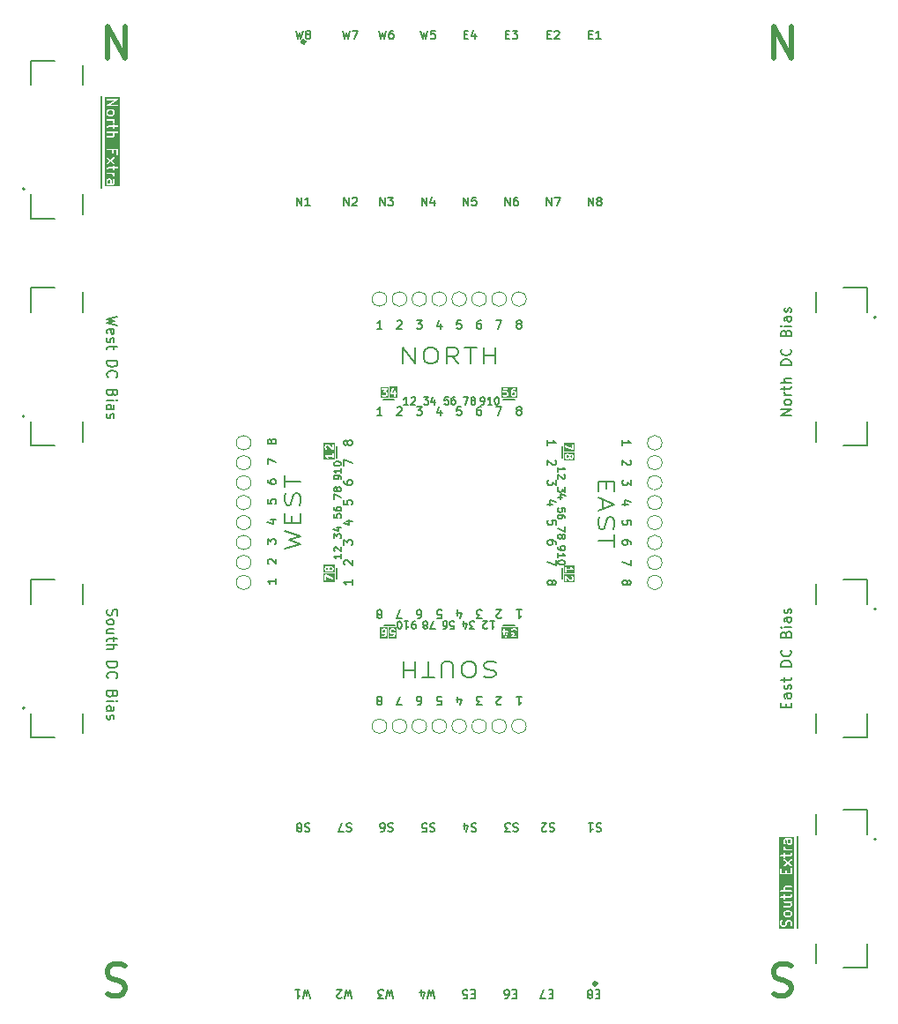
<source format=gbr>
%TF.GenerationSoftware,KiCad,Pcbnew,7.0.9*%
%TF.CreationDate,2024-08-22T14:34:19-06:00*%
%TF.ProjectId,igloo34,69676c6f-6f33-4342-9e6b-696361645f70,rev?*%
%TF.SameCoordinates,Original*%
%TF.FileFunction,Legend,Top*%
%TF.FilePolarity,Positive*%
%FSLAX46Y46*%
G04 Gerber Fmt 4.6, Leading zero omitted, Abs format (unit mm)*
G04 Created by KiCad (PCBNEW 7.0.9) date 2024-08-22 14:34:19*
%MOMM*%
%LPD*%
G01*
G04 APERTURE LIST*
%ADD10C,0.150000*%
%ADD11C,0.500000*%
%ADD12C,0.153000*%
%ADD13C,0.200000*%
%ADD14C,0.120000*%
%ADD15C,0.300000*%
%ADD16C,2.075000*%
%ADD17C,3.276562*%
%ADD18C,0.010000*%
%ADD19C,1.000000*%
%ADD20C,0.560000*%
%ADD21C,2.080000*%
%ADD22C,3.680000*%
%ADD23C,1.420000*%
%ADD24C,1.450000*%
%ADD25R,1.500000X0.300000*%
%ADD26C,1.500000*%
%ADD27R,0.750000X0.500000*%
%ADD28R,0.500000X0.750000*%
G04 APERTURE END LIST*
D10*
X-33400000Y40000000D02*
X-33400000Y31200000D01*
X33500000Y-31100000D02*
X33500000Y-39900000D01*
D11*
X31142857Y-46219000D02*
X31571429Y-46361857D01*
X31571429Y-46361857D02*
X32285714Y-46361857D01*
X32285714Y-46361857D02*
X32571429Y-46219000D01*
X32571429Y-46219000D02*
X32714286Y-46076142D01*
X32714286Y-46076142D02*
X32857143Y-45790428D01*
X32857143Y-45790428D02*
X32857143Y-45504714D01*
X32857143Y-45504714D02*
X32714286Y-45219000D01*
X32714286Y-45219000D02*
X32571429Y-45076142D01*
X32571429Y-45076142D02*
X32285714Y-44933285D01*
X32285714Y-44933285D02*
X31714286Y-44790428D01*
X31714286Y-44790428D02*
X31428571Y-44647571D01*
X31428571Y-44647571D02*
X31285714Y-44504714D01*
X31285714Y-44504714D02*
X31142857Y-44219000D01*
X31142857Y-44219000D02*
X31142857Y-43933285D01*
X31142857Y-43933285D02*
X31285714Y-43647571D01*
X31285714Y-43647571D02*
X31428571Y-43504714D01*
X31428571Y-43504714D02*
X31714286Y-43361857D01*
X31714286Y-43361857D02*
X32428571Y-43361857D01*
X32428571Y-43361857D02*
X32857143Y-43504714D01*
X-32857142Y-46219000D02*
X-32428571Y-46361857D01*
X-32428571Y-46361857D02*
X-31714285Y-46361857D01*
X-31714285Y-46361857D02*
X-31428571Y-46219000D01*
X-31428571Y-46219000D02*
X-31285713Y-46076142D01*
X-31285713Y-46076142D02*
X-31142856Y-45790428D01*
X-31142856Y-45790428D02*
X-31142856Y-45504714D01*
X-31142856Y-45504714D02*
X-31285713Y-45219000D01*
X-31285713Y-45219000D02*
X-31428571Y-45076142D01*
X-31428571Y-45076142D02*
X-31714285Y-44933285D01*
X-31714285Y-44933285D02*
X-32285713Y-44790428D01*
X-32285713Y-44790428D02*
X-32571428Y-44647571D01*
X-32571428Y-44647571D02*
X-32714285Y-44504714D01*
X-32714285Y-44504714D02*
X-32857142Y-44219000D01*
X-32857142Y-44219000D02*
X-32857142Y-43933285D01*
X-32857142Y-43933285D02*
X-32714285Y-43647571D01*
X-32714285Y-43647571D02*
X-32571428Y-43504714D01*
X-32571428Y-43504714D02*
X-32285713Y-43361857D01*
X-32285713Y-43361857D02*
X-31571428Y-43361857D01*
X-31571428Y-43361857D02*
X-31142856Y-43504714D01*
X-32857142Y43638142D02*
X-32857142Y46638142D01*
X-32857142Y46638142D02*
X-31142856Y43638142D01*
X-31142856Y43638142D02*
X-31142856Y46638142D01*
X31142857Y43638142D02*
X31142857Y46638142D01*
X31142857Y46638142D02*
X32857143Y43638142D01*
X32857143Y43638142D02*
X32857143Y46638142D01*
D10*
X-10850000Y-5325000D02*
X-10850000Y-6375000D01*
X-5225000Y-10850000D02*
X-6275000Y-10850000D01*
X6275000Y-10850000D02*
X5225000Y-10850000D01*
X10850000Y-6375000D02*
X10850000Y-5325000D01*
X10850000Y5275000D02*
X10850000Y6325000D01*
X6275000Y10850000D02*
X5225000Y10850000D01*
X-5275000Y10850000D02*
X-6325000Y10850000D01*
X-10850000Y5300000D02*
X-10850000Y6350000D01*
D12*
G36*
X-11008161Y-6658671D02*
G01*
X-12060622Y-6658671D01*
X-12060622Y-6483333D01*
X-11960622Y-6483333D01*
X-11942724Y-6532506D01*
X-11897406Y-6558671D01*
X-11845872Y-6549584D01*
X-11812236Y-6509498D01*
X-11807622Y-6483333D01*
X-11807622Y-6132681D01*
X-11214257Y-6386980D01*
X-11162010Y-6389900D01*
X-11120109Y-6358553D01*
X-11108161Y-6307606D01*
X-11131756Y-6260899D01*
X-11153987Y-6246351D01*
X-11853987Y-5946351D01*
X-11863011Y-5945846D01*
X-11870838Y-5941328D01*
X-11888415Y-5944427D01*
X-11906235Y-5943432D01*
X-11913471Y-5948845D01*
X-11922372Y-5950415D01*
X-11933844Y-5964086D01*
X-11948136Y-5974779D01*
X-11950199Y-5983578D01*
X-11956008Y-5990501D01*
X-11960622Y-6016666D01*
X-11960622Y-6483333D01*
X-12060622Y-6483333D01*
X-12060622Y-5841328D01*
X-11008161Y-5841328D01*
X-11008161Y-6658671D01*
G37*
G36*
X-11296107Y-5296202D02*
G01*
X-11280326Y-5311983D01*
X-11260622Y-5351392D01*
X-11260622Y-5448606D01*
X-11280326Y-5488015D01*
X-11296105Y-5503794D01*
X-11335515Y-5523499D01*
X-11432729Y-5523499D01*
X-11472139Y-5503794D01*
X-11487917Y-5488016D01*
X-11507622Y-5448607D01*
X-11507622Y-5351391D01*
X-11487917Y-5311982D01*
X-11472138Y-5296203D01*
X-11432729Y-5276499D01*
X-11335514Y-5276499D01*
X-11296107Y-5296202D01*
G37*
G36*
X-11696107Y-5296202D02*
G01*
X-11680326Y-5311983D01*
X-11660622Y-5351392D01*
X-11660622Y-5448606D01*
X-11680326Y-5488015D01*
X-11696105Y-5503794D01*
X-11734122Y-5522802D01*
X-11772139Y-5503794D01*
X-11787917Y-5488016D01*
X-11807622Y-5448607D01*
X-11807622Y-5351391D01*
X-11787917Y-5311982D01*
X-11772138Y-5296203D01*
X-11734121Y-5277195D01*
X-11696107Y-5296202D01*
G37*
G36*
X-11007622Y-5776499D02*
G01*
X-12060622Y-5776499D01*
X-12060622Y-5466666D01*
X-11960622Y-5466666D01*
X-11959057Y-5470963D01*
X-11960120Y-5475411D01*
X-11952546Y-5500877D01*
X-11919213Y-5567545D01*
X-11918000Y-5568693D01*
X-11904883Y-5587427D01*
X-11871550Y-5620760D01*
X-11870034Y-5621466D01*
X-11851667Y-5635090D01*
X-11785000Y-5668423D01*
X-11780456Y-5668945D01*
X-11776954Y-5671885D01*
X-11750789Y-5676499D01*
X-11717456Y-5676499D01*
X-11713158Y-5674934D01*
X-11708711Y-5675997D01*
X-11683245Y-5668423D01*
X-11616577Y-5635090D01*
X-11615428Y-5633877D01*
X-11596695Y-5620760D01*
X-11584122Y-5608187D01*
X-11571550Y-5620760D01*
X-11570034Y-5621466D01*
X-11551667Y-5635090D01*
X-11485000Y-5668423D01*
X-11480456Y-5668945D01*
X-11476954Y-5671885D01*
X-11450789Y-5676499D01*
X-11317456Y-5676499D01*
X-11313158Y-5674934D01*
X-11308711Y-5675997D01*
X-11283245Y-5668423D01*
X-11216577Y-5635090D01*
X-11215428Y-5633877D01*
X-11196695Y-5620760D01*
X-11163362Y-5587427D01*
X-11162653Y-5585908D01*
X-11149033Y-5567545D01*
X-11115699Y-5500878D01*
X-11115176Y-5496334D01*
X-11112236Y-5492831D01*
X-11107622Y-5466666D01*
X-11107622Y-5333333D01*
X-11109186Y-5329034D01*
X-11108124Y-5324587D01*
X-11115699Y-5299121D01*
X-11149033Y-5232454D01*
X-11150242Y-5231308D01*
X-11163362Y-5212572D01*
X-11196695Y-5179239D01*
X-11198212Y-5178531D01*
X-11216577Y-5164909D01*
X-11283244Y-5131576D01*
X-11287787Y-5131053D01*
X-11291291Y-5128113D01*
X-11317456Y-5123499D01*
X-11450789Y-5123499D01*
X-11455087Y-5125063D01*
X-11459535Y-5124001D01*
X-11485001Y-5131576D01*
X-11551668Y-5164910D01*
X-11552813Y-5166119D01*
X-11571550Y-5179239D01*
X-11584122Y-5191811D01*
X-11596695Y-5179239D01*
X-11598212Y-5178531D01*
X-11616577Y-5164909D01*
X-11683244Y-5131576D01*
X-11687787Y-5131053D01*
X-11691291Y-5128113D01*
X-11717456Y-5123499D01*
X-11750789Y-5123499D01*
X-11755087Y-5125063D01*
X-11759535Y-5124001D01*
X-11785001Y-5131576D01*
X-11851668Y-5164910D01*
X-11852813Y-5166119D01*
X-11871550Y-5179239D01*
X-11904883Y-5212572D01*
X-11905589Y-5214086D01*
X-11919213Y-5232454D01*
X-11952546Y-5299122D01*
X-11953068Y-5303665D01*
X-11956008Y-5307168D01*
X-11960622Y-5333333D01*
X-11960622Y-5466666D01*
X-12060622Y-5466666D01*
X-12060622Y-5023499D01*
X-11007622Y-5023499D01*
X-11007622Y-5776499D01*
G37*
G36*
X-6161982Y-11280327D02*
G01*
X-6146204Y-11296105D01*
X-6126500Y-11335515D01*
X-6126500Y-11466062D01*
X-6146204Y-11505472D01*
X-6161982Y-11521250D01*
X-6201392Y-11540956D01*
X-6298608Y-11540956D01*
X-6338018Y-11521250D01*
X-6353795Y-11505473D01*
X-6373500Y-11466063D01*
X-6373500Y-11335514D01*
X-6353795Y-11296104D01*
X-6338018Y-11280327D01*
X-6298608Y-11260622D01*
X-6201392Y-11260622D01*
X-6161982Y-11280327D01*
G37*
G36*
X-5873500Y-12060622D02*
G01*
X-6626500Y-12060622D01*
X-6626500Y-11484122D01*
X-6526500Y-11484122D01*
X-6524935Y-11488419D01*
X-6525998Y-11492867D01*
X-6518424Y-11518333D01*
X-6485091Y-11585001D01*
X-6483877Y-11586150D01*
X-6470760Y-11604883D01*
X-6437426Y-11638217D01*
X-6435909Y-11638924D01*
X-6417546Y-11652545D01*
X-6350880Y-11685879D01*
X-6346335Y-11686401D01*
X-6342832Y-11689342D01*
X-6316667Y-11693956D01*
X-6183333Y-11693956D01*
X-6179034Y-11692391D01*
X-6174586Y-11693454D01*
X-6155486Y-11687772D01*
X-6209449Y-11768717D01*
X-6228649Y-11787917D01*
X-6268059Y-11807622D01*
X-6383333Y-11807622D01*
X-6432506Y-11825520D01*
X-6458671Y-11870838D01*
X-6449584Y-11922372D01*
X-6409498Y-11956008D01*
X-6383333Y-11960622D01*
X-6250000Y-11960622D01*
X-6245702Y-11959057D01*
X-6241255Y-11960120D01*
X-6215789Y-11952546D01*
X-6149121Y-11919213D01*
X-6147972Y-11918000D01*
X-6129239Y-11904883D01*
X-6095906Y-11871550D01*
X-6094399Y-11868318D01*
X-6086348Y-11859891D01*
X-6019681Y-11759891D01*
X-6019576Y-11759460D01*
X-6009117Y-11736010D01*
X-5975784Y-11602676D01*
X-5976151Y-11599158D01*
X-5973500Y-11584122D01*
X-5973500Y-11317456D01*
X-5975064Y-11313158D01*
X-5974002Y-11308711D01*
X-5981576Y-11283245D01*
X-6014909Y-11216578D01*
X-6016122Y-11215428D01*
X-6029240Y-11196695D01*
X-6062574Y-11163362D01*
X-6064089Y-11162655D01*
X-6082455Y-11149033D01*
X-6149120Y-11115699D01*
X-6153664Y-11115176D01*
X-6157168Y-11112236D01*
X-6183333Y-11107622D01*
X-6316667Y-11107622D01*
X-6320965Y-11109186D01*
X-6325414Y-11108124D01*
X-6350880Y-11115699D01*
X-6417546Y-11149033D01*
X-6418696Y-11150248D01*
X-6437426Y-11163361D01*
X-6470760Y-11196695D01*
X-6471464Y-11198206D01*
X-6485091Y-11216577D01*
X-6518424Y-11283245D01*
X-6518946Y-11287788D01*
X-6521886Y-11291291D01*
X-6526500Y-11317456D01*
X-6526500Y-11484122D01*
X-6626500Y-11484122D01*
X-6626500Y-11007622D01*
X-5873500Y-11007622D01*
X-5873500Y-12060622D01*
G37*
G36*
X-5073792Y-12060622D02*
G01*
X-5826500Y-12060622D01*
X-5826500Y-11484122D01*
X-5726500Y-11484122D01*
X-5724935Y-11488419D01*
X-5725998Y-11492867D01*
X-5718424Y-11518333D01*
X-5685091Y-11585001D01*
X-5683877Y-11586150D01*
X-5670760Y-11604883D01*
X-5637426Y-11638217D01*
X-5635909Y-11638924D01*
X-5617546Y-11652545D01*
X-5550880Y-11685879D01*
X-5546335Y-11686401D01*
X-5542832Y-11689342D01*
X-5516667Y-11693956D01*
X-5350000Y-11693956D01*
X-5345701Y-11692391D01*
X-5341254Y-11693454D01*
X-5341144Y-11693421D01*
X-5352564Y-11807622D01*
X-5616667Y-11807622D01*
X-5665840Y-11825520D01*
X-5692005Y-11870838D01*
X-5682918Y-11922372D01*
X-5642832Y-11956008D01*
X-5616667Y-11960622D01*
X-5283333Y-11960622D01*
X-5268066Y-11955065D01*
X-5251865Y-11953850D01*
X-5244209Y-11946381D01*
X-5234160Y-11942724D01*
X-5226037Y-11928655D01*
X-5214407Y-11917310D01*
X-5209581Y-11900153D01*
X-5207995Y-11897406D01*
X-5208308Y-11895628D01*
X-5207213Y-11891734D01*
X-5173880Y-11558401D01*
X-5174004Y-11557911D01*
X-5173792Y-11557456D01*
X-5180450Y-11532603D01*
X-5186796Y-11507692D01*
X-5187204Y-11507398D01*
X-5187335Y-11506910D01*
X-5208458Y-11492119D01*
X-5229286Y-11477147D01*
X-5229787Y-11477184D01*
X-5230200Y-11476896D01*
X-5255832Y-11479138D01*
X-5281468Y-11481061D01*
X-5281827Y-11481412D01*
X-5282330Y-11481456D01*
X-5304094Y-11496695D01*
X-5328651Y-11521252D01*
X-5368058Y-11540956D01*
X-5498608Y-11540956D01*
X-5538018Y-11521250D01*
X-5553795Y-11505473D01*
X-5573500Y-11466063D01*
X-5573500Y-11335514D01*
X-5553795Y-11296104D01*
X-5538018Y-11280327D01*
X-5498608Y-11260622D01*
X-5368058Y-11260622D01*
X-5328651Y-11280325D01*
X-5304094Y-11304883D01*
X-5256667Y-11326997D01*
X-5206121Y-11313454D01*
X-5176107Y-11270589D01*
X-5180667Y-11218459D01*
X-5195906Y-11196695D01*
X-5229239Y-11163362D01*
X-5230756Y-11162654D01*
X-5249121Y-11149032D01*
X-5315788Y-11115699D01*
X-5320331Y-11115176D01*
X-5323835Y-11112236D01*
X-5350000Y-11107622D01*
X-5516667Y-11107622D01*
X-5520965Y-11109186D01*
X-5525414Y-11108124D01*
X-5550880Y-11115699D01*
X-5617546Y-11149033D01*
X-5618696Y-11150248D01*
X-5637426Y-11163361D01*
X-5670760Y-11196695D01*
X-5671464Y-11198206D01*
X-5685091Y-11216577D01*
X-5718424Y-11283245D01*
X-5718946Y-11287788D01*
X-5721886Y-11291291D01*
X-5726500Y-11317456D01*
X-5726500Y-11484122D01*
X-5826500Y-11484122D01*
X-5826500Y-11007622D01*
X-5073792Y-11007622D01*
X-5073792Y-12060622D01*
G37*
G36*
X5775337Y-12092403D02*
G01*
X4991328Y-12092403D01*
X4991328Y-11404172D01*
X5091328Y-11404172D01*
X5100415Y-11455706D01*
X5140501Y-11489342D01*
X5166666Y-11493956D01*
X5190166Y-11493956D01*
X5190166Y-11650789D01*
X5208064Y-11699962D01*
X5253382Y-11726127D01*
X5304916Y-11717040D01*
X5338552Y-11676954D01*
X5343166Y-11650789D01*
X5343166Y-11493956D01*
X5493861Y-11493956D01*
X5360759Y-11893265D01*
X5362188Y-11945574D01*
X5396907Y-11984727D01*
X5448670Y-11992403D01*
X5493256Y-11965011D01*
X5505907Y-11941647D01*
X5672573Y-11441647D01*
X5672413Y-11435803D01*
X5675337Y-11430740D01*
X5671713Y-11410191D01*
X5671144Y-11389338D01*
X5667265Y-11384963D01*
X5666250Y-11379206D01*
X5650266Y-11365794D01*
X5636425Y-11350185D01*
X5630641Y-11349327D01*
X5626164Y-11345570D01*
X5599999Y-11340956D01*
X5343166Y-11340956D01*
X5343166Y-11184122D01*
X5325268Y-11134949D01*
X5279950Y-11108784D01*
X5228416Y-11117871D01*
X5194780Y-11157957D01*
X5190166Y-11184122D01*
X5190166Y-11340956D01*
X5166666Y-11340956D01*
X5117493Y-11358854D01*
X5091328Y-11404172D01*
X4991328Y-11404172D01*
X4991328Y-11008784D01*
X5775337Y-11008784D01*
X5775337Y-12092403D01*
G37*
G36*
X6608671Y-12060622D02*
G01*
X5823499Y-12060622D01*
X5823499Y-11484122D01*
X5923499Y-11484122D01*
X5925063Y-11488420D01*
X5924001Y-11492868D01*
X5931576Y-11518334D01*
X5964909Y-11585001D01*
X5966121Y-11586149D01*
X5979239Y-11604883D01*
X6012572Y-11638216D01*
X6014090Y-11638924D01*
X6032454Y-11652545D01*
X6080123Y-11676379D01*
X5942427Y-11833746D01*
X5934973Y-11852975D01*
X5924661Y-11870838D01*
X5925721Y-11876849D01*
X5923516Y-11882539D01*
X5930166Y-11902059D01*
X5933748Y-11922372D01*
X5938422Y-11926294D01*
X5940391Y-11932072D01*
X5958037Y-11942753D01*
X5973834Y-11956008D01*
X5982444Y-11957526D01*
X5985158Y-11959169D01*
X5988670Y-11958624D01*
X5999999Y-11960622D01*
X6433333Y-11960622D01*
X6482506Y-11942724D01*
X6508671Y-11897406D01*
X6499584Y-11845872D01*
X6459498Y-11812236D01*
X6433333Y-11807622D01*
X6168588Y-11807622D01*
X6290905Y-11667832D01*
X6298358Y-11648601D01*
X6308671Y-11630740D01*
X6307611Y-11624728D01*
X6309816Y-11619040D01*
X6303165Y-11599519D01*
X6299584Y-11579206D01*
X6294909Y-11575283D01*
X6292941Y-11569506D01*
X6275294Y-11558824D01*
X6259498Y-11545570D01*
X6250887Y-11544051D01*
X6248174Y-11542409D01*
X6244661Y-11542953D01*
X6233333Y-11540956D01*
X6151393Y-11540956D01*
X6111983Y-11521251D01*
X6096202Y-11505470D01*
X6076499Y-11466063D01*
X6076499Y-11335514D01*
X6096202Y-11296107D01*
X6111983Y-11280326D01*
X6151393Y-11260622D01*
X6315274Y-11260622D01*
X6354683Y-11280327D01*
X6379240Y-11304884D01*
X6426667Y-11326998D01*
X6477213Y-11313454D01*
X6507227Y-11270588D01*
X6502665Y-11218459D01*
X6487426Y-11196695D01*
X6454092Y-11163362D01*
X6452576Y-11162655D01*
X6434211Y-11149033D01*
X6367546Y-11115699D01*
X6363001Y-11115176D01*
X6359498Y-11112236D01*
X6333333Y-11107622D01*
X6133333Y-11107622D01*
X6129034Y-11109186D01*
X6124587Y-11108124D01*
X6099121Y-11115699D01*
X6032454Y-11149033D01*
X6031308Y-11150242D01*
X6012572Y-11163362D01*
X5979239Y-11196695D01*
X5978531Y-11198212D01*
X5964909Y-11216577D01*
X5931576Y-11283244D01*
X5931053Y-11287787D01*
X5928113Y-11291291D01*
X5923499Y-11317456D01*
X5923499Y-11484122D01*
X5823499Y-11484122D01*
X5823499Y-11007622D01*
X6608671Y-11007622D01*
X6608671Y-12060622D01*
G37*
G36*
X12060463Y-5825338D02*
G01*
X11007622Y-5825338D01*
X11007622Y-5650000D01*
X11107622Y-5650000D01*
X11125520Y-5699173D01*
X11170838Y-5725338D01*
X11222372Y-5716251D01*
X11256008Y-5676165D01*
X11260622Y-5650000D01*
X11260622Y-5526500D01*
X11884122Y-5526500D01*
X11888256Y-5524995D01*
X11892530Y-5526036D01*
X11912432Y-5516195D01*
X11933295Y-5508602D01*
X11935494Y-5504792D01*
X11939438Y-5502843D01*
X11948358Y-5482511D01*
X11959460Y-5463284D01*
X11958696Y-5458951D01*
X11960463Y-5454924D01*
X11954229Y-5433618D01*
X11950373Y-5411750D01*
X11947003Y-5408922D01*
X11945768Y-5404701D01*
X11926557Y-5386348D01*
X11832860Y-5323883D01*
X11780325Y-5271348D01*
X11752545Y-5215788D01*
X11714546Y-5179811D01*
X11662311Y-5176675D01*
X11620282Y-5207850D01*
X11608124Y-5258746D01*
X11615699Y-5284212D01*
X11649032Y-5350879D01*
X11650244Y-5352027D01*
X11663362Y-5370761D01*
X11666101Y-5373500D01*
X11260622Y-5373500D01*
X11260622Y-5250000D01*
X11242724Y-5200827D01*
X11197406Y-5174662D01*
X11145872Y-5183749D01*
X11112236Y-5223835D01*
X11107622Y-5250000D01*
X11107622Y-5650000D01*
X11007622Y-5650000D01*
X11007622Y-5074662D01*
X12060463Y-5074662D01*
X12060463Y-5825338D01*
G37*
G36*
X12060622Y-6676500D02*
G01*
X11007622Y-6676500D01*
X11007622Y-6500000D01*
X11107622Y-6500000D01*
X11125520Y-6549173D01*
X11170838Y-6575338D01*
X11222372Y-6566251D01*
X11256008Y-6526165D01*
X11260622Y-6500000D01*
X11260622Y-6251354D01*
X11530028Y-6520760D01*
X11534173Y-6522693D01*
X11536568Y-6526590D01*
X11559931Y-6539241D01*
X11659931Y-6572574D01*
X11661599Y-6572528D01*
X11684122Y-6576500D01*
X11750789Y-6576500D01*
X11755086Y-6574935D01*
X11759534Y-6575998D01*
X11785000Y-6568424D01*
X11851668Y-6535091D01*
X11852817Y-6533877D01*
X11871550Y-6520760D01*
X11904884Y-6487426D01*
X11905592Y-6485907D01*
X11919213Y-6467545D01*
X11952546Y-6400879D01*
X11953068Y-6396334D01*
X11956008Y-6392832D01*
X11960622Y-6366667D01*
X11960622Y-6200000D01*
X11959057Y-6195702D01*
X11960120Y-6191255D01*
X11952546Y-6165789D01*
X11919213Y-6099122D01*
X11918002Y-6097975D01*
X11904883Y-6079239D01*
X11871550Y-6045906D01*
X11824123Y-6023792D01*
X11773577Y-6037335D01*
X11743563Y-6080200D01*
X11748123Y-6132330D01*
X11763362Y-6154094D01*
X11787917Y-6178649D01*
X11807622Y-6218059D01*
X11807622Y-6348607D01*
X11787915Y-6388019D01*
X11772140Y-6403795D01*
X11732730Y-6423500D01*
X11696535Y-6423500D01*
X11625445Y-6399803D01*
X11238216Y-6012573D01*
X11217347Y-6002842D01*
X11197406Y-5991329D01*
X11193958Y-5991936D01*
X11190789Y-5990459D01*
X11168554Y-5996416D01*
X11145872Y-6000416D01*
X11143622Y-6003096D01*
X11140243Y-6004002D01*
X11127035Y-6022864D01*
X11112236Y-6040502D01*
X11111411Y-6045178D01*
X11110229Y-6046867D01*
X11110522Y-6050220D01*
X11107622Y-6066667D01*
X11107622Y-6500000D01*
X11007622Y-6500000D01*
X11007622Y-5890459D01*
X12060622Y-5890459D01*
X12060622Y-6676500D01*
G37*
G36*
X12060622Y5891328D02*
G01*
X11008160Y5891328D01*
X11008160Y6357606D01*
X11108160Y6357606D01*
X11131755Y6310899D01*
X11153987Y6296351D01*
X11853987Y5996352D01*
X11863009Y5995847D01*
X11870838Y5991328D01*
X11888417Y5994427D01*
X11906234Y5993432D01*
X11913469Y5998845D01*
X11922372Y6000415D01*
X11933845Y6014088D01*
X11948135Y6024779D01*
X11950198Y6033577D01*
X11956008Y6040501D01*
X11960622Y6066666D01*
X11960622Y6533333D01*
X11942724Y6582506D01*
X11897406Y6608671D01*
X11845872Y6599584D01*
X11812236Y6559498D01*
X11807622Y6533333D01*
X11807622Y6182681D01*
X11214257Y6436981D01*
X11162009Y6439900D01*
X11120108Y6408553D01*
X11108160Y6357606D01*
X11008160Y6357606D01*
X11008160Y6708671D01*
X12060622Y6708671D01*
X12060622Y5891328D01*
G37*
G36*
X11472139Y5503794D02*
G01*
X11487917Y5488016D01*
X11507622Y5448606D01*
X11507622Y5351392D01*
X11487917Y5311982D01*
X11472137Y5296202D01*
X11432731Y5276499D01*
X11335516Y5276499D01*
X11296106Y5296203D01*
X11280325Y5311984D01*
X11260622Y5351391D01*
X11260622Y5448607D01*
X11280325Y5488014D01*
X11296105Y5503794D01*
X11335516Y5523499D01*
X11432730Y5523499D01*
X11472139Y5503794D01*
G37*
G36*
X11772139Y5503794D02*
G01*
X11787917Y5488016D01*
X11807622Y5448606D01*
X11807622Y5351392D01*
X11787917Y5311982D01*
X11772137Y5296202D01*
X11734123Y5277195D01*
X11696106Y5296203D01*
X11680325Y5311984D01*
X11660622Y5351391D01*
X11660622Y5448607D01*
X11680325Y5488014D01*
X11696105Y5503794D01*
X11734122Y5522802D01*
X11772139Y5503794D01*
G37*
G36*
X12060622Y5023499D02*
G01*
X11007622Y5023499D01*
X11007622Y5333333D01*
X11107622Y5333333D01*
X11109186Y5329034D01*
X11108124Y5324587D01*
X11115699Y5299121D01*
X11149032Y5232454D01*
X11150244Y5231305D01*
X11163362Y5212572D01*
X11196695Y5179239D01*
X11198213Y5178530D01*
X11216577Y5164910D01*
X11283244Y5131576D01*
X11287787Y5131053D01*
X11291291Y5128113D01*
X11317456Y5123499D01*
X11450789Y5123499D01*
X11455087Y5125063D01*
X11459535Y5124001D01*
X11485001Y5131576D01*
X11551668Y5164909D01*
X11552816Y5166121D01*
X11571550Y5179239D01*
X11584122Y5191811D01*
X11596695Y5179239D01*
X11598213Y5178530D01*
X11616577Y5164910D01*
X11683244Y5131576D01*
X11687787Y5131053D01*
X11691291Y5128113D01*
X11717456Y5123499D01*
X11750789Y5123499D01*
X11755087Y5125063D01*
X11759535Y5124001D01*
X11785001Y5131576D01*
X11851668Y5164909D01*
X11852816Y5166121D01*
X11871550Y5179239D01*
X11904883Y5212572D01*
X11905589Y5214087D01*
X11919213Y5232455D01*
X11952546Y5299122D01*
X11953068Y5303665D01*
X11956008Y5307168D01*
X11960622Y5333333D01*
X11960622Y5466666D01*
X11959057Y5470963D01*
X11960120Y5475411D01*
X11952546Y5500877D01*
X11919213Y5567544D01*
X11918002Y5568690D01*
X11904883Y5587427D01*
X11871550Y5620760D01*
X11870035Y5621466D01*
X11851668Y5635090D01*
X11785000Y5668423D01*
X11780456Y5668945D01*
X11776954Y5671885D01*
X11750789Y5676499D01*
X11717456Y5676499D01*
X11713158Y5674934D01*
X11708711Y5675997D01*
X11683245Y5668423D01*
X11616578Y5635090D01*
X11615431Y5633879D01*
X11596695Y5620760D01*
X11584122Y5608187D01*
X11571550Y5620760D01*
X11570035Y5621466D01*
X11551668Y5635090D01*
X11485000Y5668423D01*
X11480456Y5668945D01*
X11476954Y5671885D01*
X11450789Y5676499D01*
X11317456Y5676499D01*
X11313158Y5674934D01*
X11308711Y5675997D01*
X11283245Y5668423D01*
X11216578Y5635090D01*
X11215431Y5633879D01*
X11196695Y5620760D01*
X11163362Y5587427D01*
X11162654Y5585909D01*
X11149032Y5567545D01*
X11115699Y5500878D01*
X11115176Y5496334D01*
X11112236Y5492831D01*
X11107622Y5466666D01*
X11107622Y5333333D01*
X11007622Y5333333D01*
X11007622Y5776499D01*
X12060622Y5776499D01*
X12060622Y5023499D01*
G37*
G36*
X6288017Y11521250D02*
G01*
X6303795Y11505472D01*
X6323500Y11466062D01*
X6323500Y11335515D01*
X6303795Y11296105D01*
X6288017Y11280327D01*
X6248608Y11260622D01*
X6151392Y11260622D01*
X6111981Y11280327D01*
X6096204Y11296104D01*
X6076500Y11335514D01*
X6076500Y11466063D01*
X6096204Y11505473D01*
X6111981Y11521250D01*
X6151392Y11540956D01*
X6248608Y11540956D01*
X6288017Y11521250D01*
G37*
G36*
X6576500Y11007622D02*
G01*
X5823500Y11007622D01*
X5823500Y11317456D01*
X5923500Y11317456D01*
X5925064Y11313158D01*
X5924002Y11308711D01*
X5931576Y11283245D01*
X5964909Y11216577D01*
X5966122Y11215427D01*
X5979240Y11196695D01*
X6012574Y11163361D01*
X6014090Y11162653D01*
X6032454Y11149033D01*
X6099120Y11115699D01*
X6103664Y11115176D01*
X6107168Y11112236D01*
X6133333Y11107622D01*
X6266667Y11107622D01*
X6270965Y11109186D01*
X6275414Y11108124D01*
X6300880Y11115699D01*
X6367545Y11149033D01*
X6368692Y11150244D01*
X6387426Y11163362D01*
X6420760Y11196695D01*
X6421465Y11198206D01*
X6435091Y11216578D01*
X6468424Y11283245D01*
X6468946Y11287788D01*
X6471886Y11291291D01*
X6476500Y11317456D01*
X6476500Y11484122D01*
X6474935Y11488419D01*
X6475998Y11492867D01*
X6468424Y11518333D01*
X6435091Y11585000D01*
X6433877Y11586149D01*
X6420760Y11604883D01*
X6387426Y11638216D01*
X6385910Y11638922D01*
X6367545Y11652545D01*
X6300880Y11685879D01*
X6296335Y11686401D01*
X6292832Y11689342D01*
X6266667Y11693956D01*
X6133333Y11693956D01*
X6129034Y11692391D01*
X6124586Y11693454D01*
X6105486Y11687772D01*
X6159449Y11768717D01*
X6178649Y11787917D01*
X6218060Y11807622D01*
X6333333Y11807622D01*
X6382506Y11825520D01*
X6408671Y11870838D01*
X6399584Y11922372D01*
X6359498Y11956008D01*
X6333333Y11960622D01*
X6200000Y11960622D01*
X6195702Y11959057D01*
X6191255Y11960120D01*
X6165789Y11952546D01*
X6099122Y11919213D01*
X6097975Y11918002D01*
X6079239Y11904883D01*
X6045906Y11871550D01*
X6044399Y11868318D01*
X6036348Y11859891D01*
X5969681Y11759891D01*
X5969576Y11759460D01*
X5959117Y11736009D01*
X5925784Y11602676D01*
X5926151Y11599158D01*
X5923500Y11584122D01*
X5923500Y11317456D01*
X5823500Y11317456D01*
X5823500Y12060622D01*
X6576500Y12060622D01*
X6576500Y11007622D01*
G37*
G36*
X5776500Y11007622D02*
G01*
X5023792Y11007622D01*
X5023792Y11557456D01*
X5123792Y11557456D01*
X5130448Y11532613D01*
X5136796Y11507691D01*
X5137204Y11507397D01*
X5137335Y11506910D01*
X5158432Y11492137D01*
X5179286Y11477147D01*
X5179787Y11477184D01*
X5180200Y11476896D01*
X5205832Y11479138D01*
X5231468Y11481061D01*
X5231827Y11481412D01*
X5232330Y11481456D01*
X5254094Y11496695D01*
X5278650Y11521251D01*
X5318060Y11540956D01*
X5448608Y11540956D01*
X5488017Y11521250D01*
X5503795Y11505472D01*
X5523500Y11466062D01*
X5523500Y11335515D01*
X5503795Y11296105D01*
X5488017Y11280327D01*
X5448608Y11260622D01*
X5318060Y11260622D01*
X5278650Y11280326D01*
X5254094Y11304883D01*
X5206667Y11326997D01*
X5156121Y11313454D01*
X5126107Y11270589D01*
X5130667Y11218459D01*
X5145906Y11196695D01*
X5179239Y11163362D01*
X5180757Y11162653D01*
X5199121Y11149033D01*
X5265788Y11115699D01*
X5270331Y11115176D01*
X5273835Y11112236D01*
X5300000Y11107622D01*
X5466667Y11107622D01*
X5470965Y11109186D01*
X5475414Y11108124D01*
X5500880Y11115699D01*
X5567545Y11149033D01*
X5568692Y11150244D01*
X5587426Y11163362D01*
X5620760Y11196695D01*
X5621465Y11198206D01*
X5635091Y11216578D01*
X5668424Y11283245D01*
X5668946Y11287788D01*
X5671886Y11291291D01*
X5676500Y11317456D01*
X5676500Y11484122D01*
X5674935Y11488419D01*
X5675998Y11492867D01*
X5668424Y11518333D01*
X5635091Y11585000D01*
X5633877Y11586149D01*
X5620760Y11604883D01*
X5587426Y11638216D01*
X5585910Y11638922D01*
X5567545Y11652545D01*
X5500880Y11685879D01*
X5496335Y11686401D01*
X5492832Y11689342D01*
X5466667Y11693956D01*
X5300000Y11693956D01*
X5295701Y11692391D01*
X5291254Y11693454D01*
X5291144Y11693421D01*
X5302564Y11807622D01*
X5566667Y11807622D01*
X5615840Y11825520D01*
X5642005Y11870838D01*
X5632918Y11922372D01*
X5592832Y11956008D01*
X5566667Y11960622D01*
X5233333Y11960622D01*
X5218066Y11955065D01*
X5201865Y11953850D01*
X5194209Y11946381D01*
X5184160Y11942724D01*
X5176037Y11928655D01*
X5164407Y11917310D01*
X5159581Y11900153D01*
X5157995Y11897406D01*
X5158308Y11895627D01*
X5157213Y11891733D01*
X5123880Y11558401D01*
X5124004Y11557911D01*
X5123792Y11557456D01*
X5023792Y11557456D01*
X5023792Y12060622D01*
X5776500Y12060622D01*
X5776500Y11007622D01*
G37*
G36*
X-4941328Y11008784D02*
G01*
X-5725337Y11008784D01*
X-5725337Y11430740D01*
X-5625337Y11430740D01*
X-5621713Y11410191D01*
X-5621144Y11389338D01*
X-5617265Y11384963D01*
X-5616250Y11379206D01*
X-5600266Y11365794D01*
X-5586425Y11350185D01*
X-5580641Y11349327D01*
X-5576164Y11345570D01*
X-5549999Y11340956D01*
X-5293166Y11340956D01*
X-5293166Y11184122D01*
X-5275268Y11134949D01*
X-5229950Y11108784D01*
X-5178416Y11117871D01*
X-5144780Y11157957D01*
X-5140166Y11184122D01*
X-5140166Y11340956D01*
X-5116666Y11340956D01*
X-5067493Y11358854D01*
X-5041328Y11404172D01*
X-5050415Y11455706D01*
X-5090501Y11489342D01*
X-5116666Y11493956D01*
X-5140166Y11493956D01*
X-5140166Y11650789D01*
X-5158064Y11699962D01*
X-5203382Y11726127D01*
X-5254916Y11717040D01*
X-5288552Y11676954D01*
X-5293166Y11650789D01*
X-5293166Y11493956D01*
X-5443861Y11493956D01*
X-5310759Y11893265D01*
X-5312188Y11945574D01*
X-5346907Y11984727D01*
X-5398670Y11992403D01*
X-5443256Y11965011D01*
X-5455907Y11941647D01*
X-5622573Y11441647D01*
X-5622413Y11435803D01*
X-5625337Y11430740D01*
X-5725337Y11430740D01*
X-5725337Y12092403D01*
X-4941328Y12092403D01*
X-4941328Y11008784D01*
G37*
G36*
X-5823499Y11007622D02*
G01*
X-6608671Y11007622D01*
X-6608671Y11897406D01*
X-6508671Y11897406D01*
X-6499584Y11845872D01*
X-6459498Y11812236D01*
X-6433333Y11807622D01*
X-6168588Y11807622D01*
X-6290905Y11667832D01*
X-6298358Y11648602D01*
X-6308671Y11630740D01*
X-6307610Y11624728D01*
X-6309816Y11619039D01*
X-6303165Y11599518D01*
X-6299584Y11579206D01*
X-6294909Y11575283D01*
X-6292941Y11569506D01*
X-6275294Y11558824D01*
X-6259498Y11545570D01*
X-6250887Y11544051D01*
X-6248174Y11542409D01*
X-6244661Y11542953D01*
X-6233333Y11540956D01*
X-6151391Y11540956D01*
X-6111984Y11521252D01*
X-6096203Y11505471D01*
X-6076499Y11466062D01*
X-6076499Y11335515D01*
X-6096203Y11296106D01*
X-6111984Y11280325D01*
X-6151391Y11260622D01*
X-6315274Y11260622D01*
X-6354684Y11280327D01*
X-6379240Y11304883D01*
X-6426667Y11326998D01*
X-6477213Y11313454D01*
X-6507227Y11270588D01*
X-6502665Y11218458D01*
X-6487426Y11196695D01*
X-6454092Y11163361D01*
X-6452575Y11162653D01*
X-6434212Y11149033D01*
X-6367546Y11115699D01*
X-6363001Y11115176D01*
X-6359498Y11112236D01*
X-6333333Y11107622D01*
X-6133333Y11107622D01*
X-6129034Y11109186D01*
X-6124587Y11108124D01*
X-6099121Y11115699D01*
X-6032454Y11149032D01*
X-6031305Y11150244D01*
X-6012572Y11163362D01*
X-5979239Y11196695D01*
X-5978530Y11198213D01*
X-5964910Y11216577D01*
X-5931576Y11283244D01*
X-5931053Y11287787D01*
X-5928113Y11291291D01*
X-5923499Y11317456D01*
X-5923499Y11484122D01*
X-5925063Y11488420D01*
X-5924001Y11492868D01*
X-5931576Y11518334D01*
X-5964910Y11585001D01*
X-5966119Y11586146D01*
X-5979239Y11604883D01*
X-6012572Y11638216D01*
X-6014089Y11638923D01*
X-6032454Y11652546D01*
X-6080122Y11676380D01*
X-5942427Y11833746D01*
X-5934973Y11852976D01*
X-5924661Y11870838D01*
X-5925720Y11876849D01*
X-5923516Y11882538D01*
X-5930166Y11902058D01*
X-5933748Y11922372D01*
X-5938422Y11926294D01*
X-5940391Y11932072D01*
X-5958037Y11942753D01*
X-5973834Y11956008D01*
X-5982444Y11957526D01*
X-5985158Y11959169D01*
X-5988670Y11958624D01*
X-5999999Y11960622D01*
X-6433333Y11960622D01*
X-6482506Y11942724D01*
X-6508671Y11897406D01*
X-6608671Y11897406D01*
X-6608671Y12060622D01*
X-5823499Y12060622D01*
X-5823499Y11007622D01*
G37*
G36*
X-11007622Y5890459D02*
G01*
X-12060622Y5890459D01*
X-12060622Y6200000D01*
X-11960622Y6200000D01*
X-11959057Y6195702D01*
X-11960120Y6191255D01*
X-11952546Y6165789D01*
X-11919213Y6099121D01*
X-11918000Y6097972D01*
X-11904883Y6079239D01*
X-11871550Y6045906D01*
X-11824123Y6023792D01*
X-11773577Y6037335D01*
X-11743563Y6080200D01*
X-11748123Y6132330D01*
X-11763362Y6154094D01*
X-11787917Y6178649D01*
X-11807622Y6218058D01*
X-11807622Y6348607D01*
X-11787916Y6388019D01*
X-11772139Y6403795D01*
X-11732729Y6423500D01*
X-11696535Y6423500D01*
X-11625447Y6399804D01*
X-11238216Y6012574D01*
X-11217351Y6002844D01*
X-11197406Y5991329D01*
X-11193959Y5991936D01*
X-11190790Y5990459D01*
X-11168556Y5996416D01*
X-11145872Y6000416D01*
X-11143622Y6003096D01*
X-11140243Y6004002D01*
X-11127037Y6022862D01*
X-11112236Y6040502D01*
X-11111411Y6045179D01*
X-11110229Y6046868D01*
X-11110522Y6050220D01*
X-11107622Y6066667D01*
X-11107622Y6500000D01*
X-11125520Y6549173D01*
X-11170838Y6575338D01*
X-11222372Y6566251D01*
X-11256008Y6526165D01*
X-11260622Y6500000D01*
X-11260622Y6251354D01*
X-11530028Y6520761D01*
X-11534174Y6522694D01*
X-11536568Y6526590D01*
X-11559931Y6539241D01*
X-11659931Y6572574D01*
X-11661599Y6572528D01*
X-11684122Y6576500D01*
X-11750789Y6576500D01*
X-11755086Y6574935D01*
X-11759534Y6575998D01*
X-11785000Y6568424D01*
X-11851667Y6535091D01*
X-11852816Y6533877D01*
X-11871550Y6520760D01*
X-11904883Y6487426D01*
X-11905589Y6485910D01*
X-11919213Y6467545D01*
X-11952546Y6400879D01*
X-11953068Y6396334D01*
X-11956008Y6392832D01*
X-11960622Y6366667D01*
X-11960622Y6200000D01*
X-12060622Y6200000D01*
X-12060622Y6676500D01*
X-11007622Y6676500D01*
X-11007622Y5890459D01*
G37*
G36*
X-11007622Y5074662D02*
G01*
X-12060463Y5074662D01*
X-12060463Y5454924D01*
X-11960463Y5454924D01*
X-11954229Y5433618D01*
X-11950373Y5411750D01*
X-11947003Y5408922D01*
X-11945768Y5404701D01*
X-11926557Y5386348D01*
X-11832860Y5323883D01*
X-11780326Y5271349D01*
X-11752546Y5215788D01*
X-11714546Y5179811D01*
X-11662311Y5176675D01*
X-11620282Y5207850D01*
X-11608124Y5258746D01*
X-11615699Y5284212D01*
X-11649033Y5350879D01*
X-11650242Y5352024D01*
X-11663362Y5370761D01*
X-11666101Y5373500D01*
X-11260622Y5373500D01*
X-11260622Y5250000D01*
X-11242724Y5200827D01*
X-11197406Y5174662D01*
X-11145872Y5183749D01*
X-11112236Y5223835D01*
X-11107622Y5250000D01*
X-11107622Y5650000D01*
X-11125520Y5699173D01*
X-11170838Y5725338D01*
X-11222372Y5716251D01*
X-11256008Y5676165D01*
X-11260622Y5650000D01*
X-11260622Y5526500D01*
X-11884122Y5526500D01*
X-11888256Y5524995D01*
X-11892530Y5526036D01*
X-11912432Y5516195D01*
X-11933295Y5508602D01*
X-11935494Y5504792D01*
X-11939438Y5502843D01*
X-11948358Y5482511D01*
X-11959460Y5463284D01*
X-11958696Y5458951D01*
X-11960463Y5454924D01*
X-12060463Y5454924D01*
X-12060463Y5825338D01*
X-11007622Y5825338D01*
X-11007622Y5074662D01*
G37*
X5008571Y-10061670D02*
X4970475Y-10099765D01*
X4970475Y-10099765D02*
X4894285Y-10137860D01*
X4894285Y-10137860D02*
X4703809Y-10137860D01*
X4703809Y-10137860D02*
X4627618Y-10099765D01*
X4627618Y-10099765D02*
X4589523Y-10061670D01*
X4589523Y-10061670D02*
X4551428Y-9985479D01*
X4551428Y-9985479D02*
X4551428Y-9909289D01*
X4551428Y-9909289D02*
X4589523Y-9795003D01*
X4589523Y-9795003D02*
X5046666Y-9337860D01*
X5046666Y-9337860D02*
X4551428Y-9337860D01*
X3136666Y-10137860D02*
X2641428Y-10137860D01*
X2641428Y-10137860D02*
X2908094Y-9833098D01*
X2908094Y-9833098D02*
X2793809Y-9833098D01*
X2793809Y-9833098D02*
X2717618Y-9795003D01*
X2717618Y-9795003D02*
X2679523Y-9756908D01*
X2679523Y-9756908D02*
X2641428Y-9680717D01*
X2641428Y-9680717D02*
X2641428Y-9490241D01*
X2641428Y-9490241D02*
X2679523Y-9414051D01*
X2679523Y-9414051D02*
X2717618Y-9375956D01*
X2717618Y-9375956D02*
X2793809Y-9337860D01*
X2793809Y-9337860D02*
X3022380Y-9337860D01*
X3022380Y-9337860D02*
X3098571Y-9375956D01*
X3098571Y-9375956D02*
X3136666Y-9414051D01*
X-4523333Y-10137860D02*
X-5056667Y-10137860D01*
X-5056667Y-10137860D02*
X-4713809Y-9337860D01*
X6471428Y-9337860D02*
X6928571Y-9337860D01*
X6699999Y-9337860D02*
X6699999Y-10137860D01*
X6699999Y-10137860D02*
X6776190Y-10023575D01*
X6776190Y-10023575D02*
X6852380Y-9947384D01*
X6852380Y-9947384D02*
X6928571Y-9909289D01*
X-1150476Y-10137860D02*
X-769524Y-10137860D01*
X-769524Y-10137860D02*
X-731428Y-9756908D01*
X-731428Y-9756908D02*
X-769524Y-9795003D01*
X-769524Y-9795003D02*
X-845714Y-9833098D01*
X-845714Y-9833098D02*
X-1036190Y-9833098D01*
X-1036190Y-9833098D02*
X-1112381Y-9795003D01*
X-1112381Y-9795003D02*
X-1150476Y-9756908D01*
X-1150476Y-9756908D02*
X-1188571Y-9680717D01*
X-1188571Y-9680717D02*
X-1188571Y-9490241D01*
X-1188571Y-9490241D02*
X-1150476Y-9414051D01*
X-1150476Y-9414051D02*
X-1112381Y-9375956D01*
X-1112381Y-9375956D02*
X-1036190Y-9337860D01*
X-1036190Y-9337860D02*
X-845714Y-9337860D01*
X-845714Y-9337860D02*
X-769524Y-9375956D01*
X-769524Y-9375956D02*
X-731428Y-9414051D01*
X-3032381Y-10137860D02*
X-2880000Y-10137860D01*
X-2880000Y-10137860D02*
X-2803809Y-10099765D01*
X-2803809Y-10099765D02*
X-2765714Y-10061670D01*
X-2765714Y-10061670D02*
X-2689524Y-9947384D01*
X-2689524Y-9947384D02*
X-2651428Y-9795003D01*
X-2651428Y-9795003D02*
X-2651428Y-9490241D01*
X-2651428Y-9490241D02*
X-2689524Y-9414051D01*
X-2689524Y-9414051D02*
X-2727619Y-9375956D01*
X-2727619Y-9375956D02*
X-2803809Y-9337860D01*
X-2803809Y-9337860D02*
X-2956190Y-9337860D01*
X-2956190Y-9337860D02*
X-3032381Y-9375956D01*
X-3032381Y-9375956D02*
X-3070476Y-9414051D01*
X-3070476Y-9414051D02*
X-3108571Y-9490241D01*
X-3108571Y-9490241D02*
X-3108571Y-9680717D01*
X-3108571Y-9680717D02*
X-3070476Y-9756908D01*
X-3070476Y-9756908D02*
X-3032381Y-9795003D01*
X-3032381Y-9795003D02*
X-2956190Y-9833098D01*
X-2956190Y-9833098D02*
X-2803809Y-9833098D01*
X-2803809Y-9833098D02*
X-2727619Y-9795003D01*
X-2727619Y-9795003D02*
X-2689524Y-9756908D01*
X-2689524Y-9756908D02*
X-2651428Y-9680717D01*
X-6623809Y-9795003D02*
X-6547619Y-9833098D01*
X-6547619Y-9833098D02*
X-6509524Y-9871194D01*
X-6509524Y-9871194D02*
X-6471428Y-9947384D01*
X-6471428Y-9947384D02*
X-6471428Y-9985479D01*
X-6471428Y-9985479D02*
X-6509524Y-10061670D01*
X-6509524Y-10061670D02*
X-6547619Y-10099765D01*
X-6547619Y-10099765D02*
X-6623809Y-10137860D01*
X-6623809Y-10137860D02*
X-6776190Y-10137860D01*
X-6776190Y-10137860D02*
X-6852381Y-10099765D01*
X-6852381Y-10099765D02*
X-6890476Y-10061670D01*
X-6890476Y-10061670D02*
X-6928571Y-9985479D01*
X-6928571Y-9985479D02*
X-6928571Y-9947384D01*
X-6928571Y-9947384D02*
X-6890476Y-9871194D01*
X-6890476Y-9871194D02*
X-6852381Y-9833098D01*
X-6852381Y-9833098D02*
X-6776190Y-9795003D01*
X-6776190Y-9795003D02*
X-6623809Y-9795003D01*
X-6623809Y-9795003D02*
X-6547619Y-9756908D01*
X-6547619Y-9756908D02*
X-6509524Y-9718813D01*
X-6509524Y-9718813D02*
X-6471428Y-9642622D01*
X-6471428Y-9642622D02*
X-6471428Y-9490241D01*
X-6471428Y-9490241D02*
X-6509524Y-9414051D01*
X-6509524Y-9414051D02*
X-6547619Y-9375956D01*
X-6547619Y-9375956D02*
X-6623809Y-9337860D01*
X-6623809Y-9337860D02*
X-6776190Y-9337860D01*
X-6776190Y-9337860D02*
X-6852381Y-9375956D01*
X-6852381Y-9375956D02*
X-6890476Y-9414051D01*
X-6890476Y-9414051D02*
X-6928571Y-9490241D01*
X-6928571Y-9490241D02*
X-6928571Y-9642622D01*
X-6928571Y-9642622D02*
X-6890476Y-9718813D01*
X-6890476Y-9718813D02*
X-6852381Y-9756908D01*
X-6852381Y-9756908D02*
X-6776190Y-9795003D01*
X807618Y-9871194D02*
X807618Y-9337860D01*
X998094Y-10175956D02*
X1188571Y-9604527D01*
X1188571Y-9604527D02*
X693332Y-9604527D01*
X10161670Y5008571D02*
X10199765Y4970475D01*
X10199765Y4970475D02*
X10237860Y4894285D01*
X10237860Y4894285D02*
X10237860Y4703809D01*
X10237860Y4703809D02*
X10199765Y4627618D01*
X10199765Y4627618D02*
X10161670Y4589523D01*
X10161670Y4589523D02*
X10085479Y4551428D01*
X10085479Y4551428D02*
X10009289Y4551428D01*
X10009289Y4551428D02*
X9895003Y4589523D01*
X9895003Y4589523D02*
X9437860Y5046666D01*
X9437860Y5046666D02*
X9437860Y4551428D01*
X10237860Y3136666D02*
X10237860Y2641428D01*
X10237860Y2641428D02*
X9933098Y2908094D01*
X9933098Y2908094D02*
X9933098Y2793809D01*
X9933098Y2793809D02*
X9895003Y2717618D01*
X9895003Y2717618D02*
X9856908Y2679523D01*
X9856908Y2679523D02*
X9780717Y2641428D01*
X9780717Y2641428D02*
X9590241Y2641428D01*
X9590241Y2641428D02*
X9514051Y2679523D01*
X9514051Y2679523D02*
X9475956Y2717618D01*
X9475956Y2717618D02*
X9437860Y2793809D01*
X9437860Y2793809D02*
X9437860Y3022380D01*
X9437860Y3022380D02*
X9475956Y3098571D01*
X9475956Y3098571D02*
X9514051Y3136666D01*
X10237860Y-4523333D02*
X10237860Y-5056667D01*
X10237860Y-5056667D02*
X9437860Y-4713809D01*
X9437860Y6471428D02*
X9437860Y6928571D01*
X9437860Y6699999D02*
X10237860Y6699999D01*
X10237860Y6699999D02*
X10123575Y6776190D01*
X10123575Y6776190D02*
X10047384Y6852380D01*
X10047384Y6852380D02*
X10009289Y6928571D01*
X10237860Y-1150476D02*
X10237860Y-769524D01*
X10237860Y-769524D02*
X9856908Y-731428D01*
X9856908Y-731428D02*
X9895003Y-769524D01*
X9895003Y-769524D02*
X9933098Y-845714D01*
X9933098Y-845714D02*
X9933098Y-1036190D01*
X9933098Y-1036190D02*
X9895003Y-1112381D01*
X9895003Y-1112381D02*
X9856908Y-1150476D01*
X9856908Y-1150476D02*
X9780717Y-1188571D01*
X9780717Y-1188571D02*
X9590241Y-1188571D01*
X9590241Y-1188571D02*
X9514051Y-1150476D01*
X9514051Y-1150476D02*
X9475956Y-1112381D01*
X9475956Y-1112381D02*
X9437860Y-1036190D01*
X9437860Y-1036190D02*
X9437860Y-845714D01*
X9437860Y-845714D02*
X9475956Y-769524D01*
X9475956Y-769524D02*
X9514051Y-731428D01*
X10237860Y-3032381D02*
X10237860Y-2880000D01*
X10237860Y-2880000D02*
X10199765Y-2803809D01*
X10199765Y-2803809D02*
X10161670Y-2765714D01*
X10161670Y-2765714D02*
X10047384Y-2689524D01*
X10047384Y-2689524D02*
X9895003Y-2651428D01*
X9895003Y-2651428D02*
X9590241Y-2651428D01*
X9590241Y-2651428D02*
X9514051Y-2689524D01*
X9514051Y-2689524D02*
X9475956Y-2727619D01*
X9475956Y-2727619D02*
X9437860Y-2803809D01*
X9437860Y-2803809D02*
X9437860Y-2956190D01*
X9437860Y-2956190D02*
X9475956Y-3032381D01*
X9475956Y-3032381D02*
X9514051Y-3070476D01*
X9514051Y-3070476D02*
X9590241Y-3108571D01*
X9590241Y-3108571D02*
X9780717Y-3108571D01*
X9780717Y-3108571D02*
X9856908Y-3070476D01*
X9856908Y-3070476D02*
X9895003Y-3032381D01*
X9895003Y-3032381D02*
X9933098Y-2956190D01*
X9933098Y-2956190D02*
X9933098Y-2803809D01*
X9933098Y-2803809D02*
X9895003Y-2727619D01*
X9895003Y-2727619D02*
X9856908Y-2689524D01*
X9856908Y-2689524D02*
X9780717Y-2651428D01*
X9895003Y-6623809D02*
X9933098Y-6547619D01*
X9933098Y-6547619D02*
X9971194Y-6509524D01*
X9971194Y-6509524D02*
X10047384Y-6471428D01*
X10047384Y-6471428D02*
X10085479Y-6471428D01*
X10085479Y-6471428D02*
X10161670Y-6509524D01*
X10161670Y-6509524D02*
X10199765Y-6547619D01*
X10199765Y-6547619D02*
X10237860Y-6623809D01*
X10237860Y-6623809D02*
X10237860Y-6776190D01*
X10237860Y-6776190D02*
X10199765Y-6852381D01*
X10199765Y-6852381D02*
X10161670Y-6890476D01*
X10161670Y-6890476D02*
X10085479Y-6928571D01*
X10085479Y-6928571D02*
X10047384Y-6928571D01*
X10047384Y-6928571D02*
X9971194Y-6890476D01*
X9971194Y-6890476D02*
X9933098Y-6852381D01*
X9933098Y-6852381D02*
X9895003Y-6776190D01*
X9895003Y-6776190D02*
X9895003Y-6623809D01*
X9895003Y-6623809D02*
X9856908Y-6547619D01*
X9856908Y-6547619D02*
X9818813Y-6509524D01*
X9818813Y-6509524D02*
X9742622Y-6471428D01*
X9742622Y-6471428D02*
X9590241Y-6471428D01*
X9590241Y-6471428D02*
X9514051Y-6509524D01*
X9514051Y-6509524D02*
X9475956Y-6547619D01*
X9475956Y-6547619D02*
X9437860Y-6623809D01*
X9437860Y-6623809D02*
X9437860Y-6776190D01*
X9437860Y-6776190D02*
X9475956Y-6852381D01*
X9475956Y-6852381D02*
X9514051Y-6890476D01*
X9514051Y-6890476D02*
X9590241Y-6928571D01*
X9590241Y-6928571D02*
X9742622Y-6928571D01*
X9742622Y-6928571D02*
X9818813Y-6890476D01*
X9818813Y-6890476D02*
X9856908Y-6852381D01*
X9856908Y-6852381D02*
X9895003Y-6776190D01*
X9971194Y807618D02*
X9437860Y807618D01*
X10275956Y998094D02*
X9704527Y1188571D01*
X9704527Y1188571D02*
X9704527Y693332D01*
X-5008571Y10061670D02*
X-4970475Y10099765D01*
X-4970475Y10099765D02*
X-4894285Y10137860D01*
X-4894285Y10137860D02*
X-4703809Y10137860D01*
X-4703809Y10137860D02*
X-4627618Y10099765D01*
X-4627618Y10099765D02*
X-4589523Y10061670D01*
X-4589523Y10061670D02*
X-4551428Y9985479D01*
X-4551428Y9985479D02*
X-4551428Y9909289D01*
X-4551428Y9909289D02*
X-4589523Y9795003D01*
X-4589523Y9795003D02*
X-5046666Y9337860D01*
X-5046666Y9337860D02*
X-4551428Y9337860D01*
X-3136666Y10137860D02*
X-2641428Y10137860D01*
X-2641428Y10137860D02*
X-2908094Y9833098D01*
X-2908094Y9833098D02*
X-2793809Y9833098D01*
X-2793809Y9833098D02*
X-2717618Y9795003D01*
X-2717618Y9795003D02*
X-2679523Y9756908D01*
X-2679523Y9756908D02*
X-2641428Y9680717D01*
X-2641428Y9680717D02*
X-2641428Y9490241D01*
X-2641428Y9490241D02*
X-2679523Y9414051D01*
X-2679523Y9414051D02*
X-2717618Y9375956D01*
X-2717618Y9375956D02*
X-2793809Y9337860D01*
X-2793809Y9337860D02*
X-3022380Y9337860D01*
X-3022380Y9337860D02*
X-3098571Y9375956D01*
X-3098571Y9375956D02*
X-3136666Y9414051D01*
X4523333Y10137860D02*
X5056667Y10137860D01*
X5056667Y10137860D02*
X4713809Y9337860D01*
X-6471428Y9337860D02*
X-6928571Y9337860D01*
X-6699999Y9337860D02*
X-6699999Y10137860D01*
X-6699999Y10137860D02*
X-6776190Y10023575D01*
X-6776190Y10023575D02*
X-6852380Y9947384D01*
X-6852380Y9947384D02*
X-6928571Y9909289D01*
X1150476Y10137860D02*
X769524Y10137860D01*
X769524Y10137860D02*
X731428Y9756908D01*
X731428Y9756908D02*
X769524Y9795003D01*
X769524Y9795003D02*
X845714Y9833098D01*
X845714Y9833098D02*
X1036190Y9833098D01*
X1036190Y9833098D02*
X1112381Y9795003D01*
X1112381Y9795003D02*
X1150476Y9756908D01*
X1150476Y9756908D02*
X1188571Y9680717D01*
X1188571Y9680717D02*
X1188571Y9490241D01*
X1188571Y9490241D02*
X1150476Y9414051D01*
X1150476Y9414051D02*
X1112381Y9375956D01*
X1112381Y9375956D02*
X1036190Y9337860D01*
X1036190Y9337860D02*
X845714Y9337860D01*
X845714Y9337860D02*
X769524Y9375956D01*
X769524Y9375956D02*
X731428Y9414051D01*
X3032381Y10137860D02*
X2880000Y10137860D01*
X2880000Y10137860D02*
X2803809Y10099765D01*
X2803809Y10099765D02*
X2765714Y10061670D01*
X2765714Y10061670D02*
X2689524Y9947384D01*
X2689524Y9947384D02*
X2651428Y9795003D01*
X2651428Y9795003D02*
X2651428Y9490241D01*
X2651428Y9490241D02*
X2689524Y9414051D01*
X2689524Y9414051D02*
X2727619Y9375956D01*
X2727619Y9375956D02*
X2803809Y9337860D01*
X2803809Y9337860D02*
X2956190Y9337860D01*
X2956190Y9337860D02*
X3032381Y9375956D01*
X3032381Y9375956D02*
X3070476Y9414051D01*
X3070476Y9414051D02*
X3108571Y9490241D01*
X3108571Y9490241D02*
X3108571Y9680717D01*
X3108571Y9680717D02*
X3070476Y9756908D01*
X3070476Y9756908D02*
X3032381Y9795003D01*
X3032381Y9795003D02*
X2956190Y9833098D01*
X2956190Y9833098D02*
X2803809Y9833098D01*
X2803809Y9833098D02*
X2727619Y9795003D01*
X2727619Y9795003D02*
X2689524Y9756908D01*
X2689524Y9756908D02*
X2651428Y9680717D01*
X6623809Y9795003D02*
X6547619Y9833098D01*
X6547619Y9833098D02*
X6509524Y9871194D01*
X6509524Y9871194D02*
X6471428Y9947384D01*
X6471428Y9947384D02*
X6471428Y9985479D01*
X6471428Y9985479D02*
X6509524Y10061670D01*
X6509524Y10061670D02*
X6547619Y10099765D01*
X6547619Y10099765D02*
X6623809Y10137860D01*
X6623809Y10137860D02*
X6776190Y10137860D01*
X6776190Y10137860D02*
X6852381Y10099765D01*
X6852381Y10099765D02*
X6890476Y10061670D01*
X6890476Y10061670D02*
X6928571Y9985479D01*
X6928571Y9985479D02*
X6928571Y9947384D01*
X6928571Y9947384D02*
X6890476Y9871194D01*
X6890476Y9871194D02*
X6852381Y9833098D01*
X6852381Y9833098D02*
X6776190Y9795003D01*
X6776190Y9795003D02*
X6623809Y9795003D01*
X6623809Y9795003D02*
X6547619Y9756908D01*
X6547619Y9756908D02*
X6509524Y9718813D01*
X6509524Y9718813D02*
X6471428Y9642622D01*
X6471428Y9642622D02*
X6471428Y9490241D01*
X6471428Y9490241D02*
X6509524Y9414051D01*
X6509524Y9414051D02*
X6547619Y9375956D01*
X6547619Y9375956D02*
X6623809Y9337860D01*
X6623809Y9337860D02*
X6776190Y9337860D01*
X6776190Y9337860D02*
X6852381Y9375956D01*
X6852381Y9375956D02*
X6890476Y9414051D01*
X6890476Y9414051D02*
X6928571Y9490241D01*
X6928571Y9490241D02*
X6928571Y9642622D01*
X6928571Y9642622D02*
X6890476Y9718813D01*
X6890476Y9718813D02*
X6852381Y9756908D01*
X6852381Y9756908D02*
X6776190Y9795003D01*
X-807618Y9871194D02*
X-807618Y9337860D01*
X-998094Y10175956D02*
X-1188571Y9604527D01*
X-1188571Y9604527D02*
X-693332Y9604527D01*
X83333Y-11134122D02*
X416666Y-11134122D01*
X416666Y-11134122D02*
X449999Y-10800789D01*
X449999Y-10800789D02*
X416666Y-10834122D01*
X416666Y-10834122D02*
X349999Y-10867456D01*
X349999Y-10867456D02*
X183333Y-10867456D01*
X183333Y-10867456D02*
X116666Y-10834122D01*
X116666Y-10834122D02*
X83333Y-10800789D01*
X83333Y-10800789D02*
X49999Y-10734122D01*
X49999Y-10734122D02*
X49999Y-10567456D01*
X49999Y-10567456D02*
X83333Y-10500789D01*
X83333Y-10500789D02*
X116666Y-10467456D01*
X116666Y-10467456D02*
X183333Y-10434122D01*
X183333Y-10434122D02*
X349999Y-10434122D01*
X349999Y-10434122D02*
X416666Y-10467456D01*
X416666Y-10467456D02*
X449999Y-10500789D01*
X-3266667Y-10434122D02*
X-3400000Y-10434122D01*
X-3400000Y-10434122D02*
X-3466667Y-10467456D01*
X-3466667Y-10467456D02*
X-3500000Y-10500789D01*
X-3500000Y-10500789D02*
X-3566667Y-10600789D01*
X-3566667Y-10600789D02*
X-3600000Y-10734122D01*
X-3600000Y-10734122D02*
X-3600000Y-11000789D01*
X-3600000Y-11000789D02*
X-3566667Y-11067456D01*
X-3566667Y-11067456D02*
X-3533333Y-11100789D01*
X-3533333Y-11100789D02*
X-3466667Y-11134122D01*
X-3466667Y-11134122D02*
X-3333333Y-11134122D01*
X-3333333Y-11134122D02*
X-3266667Y-11100789D01*
X-3266667Y-11100789D02*
X-3233333Y-11067456D01*
X-3233333Y-11067456D02*
X-3200000Y-11000789D01*
X-3200000Y-11000789D02*
X-3200000Y-10834122D01*
X-3200000Y-10834122D02*
X-3233333Y-10767456D01*
X-3233333Y-10767456D02*
X-3266667Y-10734122D01*
X-3266667Y-10734122D02*
X-3333333Y-10700789D01*
X-3333333Y-10700789D02*
X-3466667Y-10700789D01*
X-3466667Y-10700789D02*
X-3533333Y-10734122D01*
X-3533333Y-10734122D02*
X-3566667Y-10767456D01*
X-3566667Y-10767456D02*
X-3600000Y-10834122D01*
X-533333Y-11134122D02*
X-400000Y-11134122D01*
X-400000Y-11134122D02*
X-333333Y-11100789D01*
X-333333Y-11100789D02*
X-300000Y-11067456D01*
X-300000Y-11067456D02*
X-233333Y-10967456D01*
X-233333Y-10967456D02*
X-200000Y-10834122D01*
X-200000Y-10834122D02*
X-200000Y-10567456D01*
X-200000Y-10567456D02*
X-233333Y-10500789D01*
X-233333Y-10500789D02*
X-266667Y-10467456D01*
X-266667Y-10467456D02*
X-333333Y-10434122D01*
X-333333Y-10434122D02*
X-466667Y-10434122D01*
X-466667Y-10434122D02*
X-533333Y-10467456D01*
X-533333Y-10467456D02*
X-566667Y-10500789D01*
X-566667Y-10500789D02*
X-600000Y-10567456D01*
X-600000Y-10567456D02*
X-600000Y-10734122D01*
X-600000Y-10734122D02*
X-566667Y-10800789D01*
X-566667Y-10800789D02*
X-533333Y-10834122D01*
X-533333Y-10834122D02*
X-466667Y-10867456D01*
X-466667Y-10867456D02*
X-333333Y-10867456D01*
X-333333Y-10867456D02*
X-266667Y-10834122D01*
X-266667Y-10834122D02*
X-233333Y-10800789D01*
X-233333Y-10800789D02*
X-200000Y-10734122D01*
X2433333Y-11134122D02*
X1999999Y-11134122D01*
X1999999Y-11134122D02*
X2233333Y-10867456D01*
X2233333Y-10867456D02*
X2133333Y-10867456D01*
X2133333Y-10867456D02*
X2066666Y-10834122D01*
X2066666Y-10834122D02*
X2033333Y-10800789D01*
X2033333Y-10800789D02*
X1999999Y-10734122D01*
X1999999Y-10734122D02*
X1999999Y-10567456D01*
X1999999Y-10567456D02*
X2033333Y-10500789D01*
X2033333Y-10500789D02*
X2066666Y-10467456D01*
X2066666Y-10467456D02*
X2133333Y-10434122D01*
X2133333Y-10434122D02*
X2333333Y-10434122D01*
X2333333Y-10434122D02*
X2399999Y-10467456D01*
X2399999Y-10467456D02*
X2433333Y-10500789D01*
X1416666Y-10900789D02*
X1416666Y-10434122D01*
X1583333Y-11167456D02*
X1749999Y-10667456D01*
X1749999Y-10667456D02*
X1316666Y-10667456D01*
X3649999Y-11067456D02*
X3616666Y-11100789D01*
X3616666Y-11100789D02*
X3549999Y-11134122D01*
X3549999Y-11134122D02*
X3383333Y-11134122D01*
X3383333Y-11134122D02*
X3316666Y-11100789D01*
X3316666Y-11100789D02*
X3283333Y-11067456D01*
X3283333Y-11067456D02*
X3249999Y-11000789D01*
X3249999Y-11000789D02*
X3249999Y-10934122D01*
X3249999Y-10934122D02*
X3283333Y-10834122D01*
X3283333Y-10834122D02*
X3683333Y-10434122D01*
X3683333Y-10434122D02*
X3249999Y-10434122D01*
X-4316666Y-10434122D02*
X-3916666Y-10434122D01*
X-4116666Y-10434122D02*
X-4116666Y-11134122D01*
X-4116666Y-11134122D02*
X-4049999Y-11034122D01*
X-4049999Y-11034122D02*
X-3983333Y-10967456D01*
X-3983333Y-10967456D02*
X-3916666Y-10934122D01*
X-4750000Y-11134122D02*
X-4816666Y-11134122D01*
X-4816666Y-11134122D02*
X-4883333Y-11100789D01*
X-4883333Y-11100789D02*
X-4916666Y-11067456D01*
X-4916666Y-11067456D02*
X-4950000Y-11000789D01*
X-4950000Y-11000789D02*
X-4983333Y-10867456D01*
X-4983333Y-10867456D02*
X-4983333Y-10700789D01*
X-4983333Y-10700789D02*
X-4950000Y-10567456D01*
X-4950000Y-10567456D02*
X-4916666Y-10500789D01*
X-4916666Y-10500789D02*
X-4883333Y-10467456D01*
X-4883333Y-10467456D02*
X-4816666Y-10434122D01*
X-4816666Y-10434122D02*
X-4750000Y-10434122D01*
X-4750000Y-10434122D02*
X-4683333Y-10467456D01*
X-4683333Y-10467456D02*
X-4650000Y-10500789D01*
X-4650000Y-10500789D02*
X-4616666Y-10567456D01*
X-4616666Y-10567456D02*
X-4583333Y-10700789D01*
X-4583333Y-10700789D02*
X-4583333Y-10867456D01*
X-4583333Y-10867456D02*
X-4616666Y-11000789D01*
X-4616666Y-11000789D02*
X-4650000Y-11067456D01*
X-4650000Y-11067456D02*
X-4683333Y-11100789D01*
X-4683333Y-11100789D02*
X-4750000Y-11134122D01*
X-1366667Y-11134122D02*
X-1833333Y-11134122D01*
X-1833333Y-11134122D02*
X-1533333Y-10434122D01*
X-2233333Y-10834122D02*
X-2166667Y-10867456D01*
X-2166667Y-10867456D02*
X-2133333Y-10900789D01*
X-2133333Y-10900789D02*
X-2100000Y-10967456D01*
X-2100000Y-10967456D02*
X-2100000Y-11000789D01*
X-2100000Y-11000789D02*
X-2133333Y-11067456D01*
X-2133333Y-11067456D02*
X-2166667Y-11100789D01*
X-2166667Y-11100789D02*
X-2233333Y-11134122D01*
X-2233333Y-11134122D02*
X-2366667Y-11134122D01*
X-2366667Y-11134122D02*
X-2433333Y-11100789D01*
X-2433333Y-11100789D02*
X-2466667Y-11067456D01*
X-2466667Y-11067456D02*
X-2500000Y-11000789D01*
X-2500000Y-11000789D02*
X-2500000Y-10967456D01*
X-2500000Y-10967456D02*
X-2466667Y-10900789D01*
X-2466667Y-10900789D02*
X-2433333Y-10867456D01*
X-2433333Y-10867456D02*
X-2366667Y-10834122D01*
X-2366667Y-10834122D02*
X-2233333Y-10834122D01*
X-2233333Y-10834122D02*
X-2166667Y-10800789D01*
X-2166667Y-10800789D02*
X-2133333Y-10767456D01*
X-2133333Y-10767456D02*
X-2100000Y-10700789D01*
X-2100000Y-10700789D02*
X-2100000Y-10567456D01*
X-2100000Y-10567456D02*
X-2133333Y-10500789D01*
X-2133333Y-10500789D02*
X-2166667Y-10467456D01*
X-2166667Y-10467456D02*
X-2233333Y-10434122D01*
X-2233333Y-10434122D02*
X-2366667Y-10434122D01*
X-2366667Y-10434122D02*
X-2433333Y-10467456D01*
X-2433333Y-10467456D02*
X-2466667Y-10500789D01*
X-2466667Y-10500789D02*
X-2500000Y-10567456D01*
X-2500000Y-10567456D02*
X-2500000Y-10700789D01*
X-2500000Y-10700789D02*
X-2466667Y-10767456D01*
X-2466667Y-10767456D02*
X-2433333Y-10800789D01*
X-2433333Y-10800789D02*
X-2366667Y-10834122D01*
X3949999Y-10434122D02*
X4349999Y-10434122D01*
X4149999Y-10434122D02*
X4149999Y-11134122D01*
X4149999Y-11134122D02*
X4216666Y-11034122D01*
X4216666Y-11034122D02*
X4283333Y-10967456D01*
X4283333Y-10967456D02*
X4349999Y-10934122D01*
X11134122Y83333D02*
X11134122Y416666D01*
X11134122Y416666D02*
X10800789Y449999D01*
X10800789Y449999D02*
X10834122Y416666D01*
X10834122Y416666D02*
X10867456Y349999D01*
X10867456Y349999D02*
X10867456Y183333D01*
X10867456Y183333D02*
X10834122Y116666D01*
X10834122Y116666D02*
X10800789Y83333D01*
X10800789Y83333D02*
X10734122Y49999D01*
X10734122Y49999D02*
X10567456Y49999D01*
X10567456Y49999D02*
X10500789Y83333D01*
X10500789Y83333D02*
X10467456Y116666D01*
X10467456Y116666D02*
X10434122Y183333D01*
X10434122Y183333D02*
X10434122Y349999D01*
X10434122Y349999D02*
X10467456Y416666D01*
X10467456Y416666D02*
X10500789Y449999D01*
X10434122Y-3266667D02*
X10434122Y-3400000D01*
X10434122Y-3400000D02*
X10467456Y-3466667D01*
X10467456Y-3466667D02*
X10500789Y-3500000D01*
X10500789Y-3500000D02*
X10600789Y-3566667D01*
X10600789Y-3566667D02*
X10734122Y-3600000D01*
X10734122Y-3600000D02*
X11000789Y-3600000D01*
X11000789Y-3600000D02*
X11067456Y-3566667D01*
X11067456Y-3566667D02*
X11100789Y-3533333D01*
X11100789Y-3533333D02*
X11134122Y-3466667D01*
X11134122Y-3466667D02*
X11134122Y-3333333D01*
X11134122Y-3333333D02*
X11100789Y-3266667D01*
X11100789Y-3266667D02*
X11067456Y-3233333D01*
X11067456Y-3233333D02*
X11000789Y-3200000D01*
X11000789Y-3200000D02*
X10834122Y-3200000D01*
X10834122Y-3200000D02*
X10767456Y-3233333D01*
X10767456Y-3233333D02*
X10734122Y-3266667D01*
X10734122Y-3266667D02*
X10700789Y-3333333D01*
X10700789Y-3333333D02*
X10700789Y-3466667D01*
X10700789Y-3466667D02*
X10734122Y-3533333D01*
X10734122Y-3533333D02*
X10767456Y-3566667D01*
X10767456Y-3566667D02*
X10834122Y-3600000D01*
X11134122Y-533333D02*
X11134122Y-400000D01*
X11134122Y-400000D02*
X11100789Y-333333D01*
X11100789Y-333333D02*
X11067456Y-300000D01*
X11067456Y-300000D02*
X10967456Y-233333D01*
X10967456Y-233333D02*
X10834122Y-200000D01*
X10834122Y-200000D02*
X10567456Y-200000D01*
X10567456Y-200000D02*
X10500789Y-233333D01*
X10500789Y-233333D02*
X10467456Y-266667D01*
X10467456Y-266667D02*
X10434122Y-333333D01*
X10434122Y-333333D02*
X10434122Y-466667D01*
X10434122Y-466667D02*
X10467456Y-533333D01*
X10467456Y-533333D02*
X10500789Y-566667D01*
X10500789Y-566667D02*
X10567456Y-600000D01*
X10567456Y-600000D02*
X10734122Y-600000D01*
X10734122Y-600000D02*
X10800789Y-566667D01*
X10800789Y-566667D02*
X10834122Y-533333D01*
X10834122Y-533333D02*
X10867456Y-466667D01*
X10867456Y-466667D02*
X10867456Y-333333D01*
X10867456Y-333333D02*
X10834122Y-266667D01*
X10834122Y-266667D02*
X10800789Y-233333D01*
X10800789Y-233333D02*
X10734122Y-200000D01*
X11134122Y2433333D02*
X11134122Y1999999D01*
X11134122Y1999999D02*
X10867456Y2233333D01*
X10867456Y2233333D02*
X10867456Y2133333D01*
X10867456Y2133333D02*
X10834122Y2066666D01*
X10834122Y2066666D02*
X10800789Y2033333D01*
X10800789Y2033333D02*
X10734122Y1999999D01*
X10734122Y1999999D02*
X10567456Y1999999D01*
X10567456Y1999999D02*
X10500789Y2033333D01*
X10500789Y2033333D02*
X10467456Y2066666D01*
X10467456Y2066666D02*
X10434122Y2133333D01*
X10434122Y2133333D02*
X10434122Y2333333D01*
X10434122Y2333333D02*
X10467456Y2399999D01*
X10467456Y2399999D02*
X10500789Y2433333D01*
X10900789Y1416666D02*
X10434122Y1416666D01*
X11167456Y1583333D02*
X10667456Y1749999D01*
X10667456Y1749999D02*
X10667456Y1316666D01*
X11067456Y3649999D02*
X11100789Y3616666D01*
X11100789Y3616666D02*
X11134122Y3549999D01*
X11134122Y3549999D02*
X11134122Y3383333D01*
X11134122Y3383333D02*
X11100789Y3316666D01*
X11100789Y3316666D02*
X11067456Y3283333D01*
X11067456Y3283333D02*
X11000789Y3249999D01*
X11000789Y3249999D02*
X10934122Y3249999D01*
X10934122Y3249999D02*
X10834122Y3283333D01*
X10834122Y3283333D02*
X10434122Y3683333D01*
X10434122Y3683333D02*
X10434122Y3249999D01*
X10434122Y-4316666D02*
X10434122Y-3916666D01*
X10434122Y-4116666D02*
X11134122Y-4116666D01*
X11134122Y-4116666D02*
X11034122Y-4049999D01*
X11034122Y-4049999D02*
X10967456Y-3983333D01*
X10967456Y-3983333D02*
X10934122Y-3916666D01*
X11134122Y-4750000D02*
X11134122Y-4816666D01*
X11134122Y-4816666D02*
X11100789Y-4883333D01*
X11100789Y-4883333D02*
X11067456Y-4916666D01*
X11067456Y-4916666D02*
X11000789Y-4950000D01*
X11000789Y-4950000D02*
X10867456Y-4983333D01*
X10867456Y-4983333D02*
X10700789Y-4983333D01*
X10700789Y-4983333D02*
X10567456Y-4950000D01*
X10567456Y-4950000D02*
X10500789Y-4916666D01*
X10500789Y-4916666D02*
X10467456Y-4883333D01*
X10467456Y-4883333D02*
X10434122Y-4816666D01*
X10434122Y-4816666D02*
X10434122Y-4750000D01*
X10434122Y-4750000D02*
X10467456Y-4683333D01*
X10467456Y-4683333D02*
X10500789Y-4650000D01*
X10500789Y-4650000D02*
X10567456Y-4616666D01*
X10567456Y-4616666D02*
X10700789Y-4583333D01*
X10700789Y-4583333D02*
X10867456Y-4583333D01*
X10867456Y-4583333D02*
X11000789Y-4616666D01*
X11000789Y-4616666D02*
X11067456Y-4650000D01*
X11067456Y-4650000D02*
X11100789Y-4683333D01*
X11100789Y-4683333D02*
X11134122Y-4750000D01*
X11134122Y-1366667D02*
X11134122Y-1833333D01*
X11134122Y-1833333D02*
X10434122Y-1533333D01*
X10834122Y-2233333D02*
X10867456Y-2166667D01*
X10867456Y-2166667D02*
X10900789Y-2133333D01*
X10900789Y-2133333D02*
X10967456Y-2100000D01*
X10967456Y-2100000D02*
X11000789Y-2100000D01*
X11000789Y-2100000D02*
X11067456Y-2133333D01*
X11067456Y-2133333D02*
X11100789Y-2166667D01*
X11100789Y-2166667D02*
X11134122Y-2233333D01*
X11134122Y-2233333D02*
X11134122Y-2366667D01*
X11134122Y-2366667D02*
X11100789Y-2433333D01*
X11100789Y-2433333D02*
X11067456Y-2466667D01*
X11067456Y-2466667D02*
X11000789Y-2500000D01*
X11000789Y-2500000D02*
X10967456Y-2500000D01*
X10967456Y-2500000D02*
X10900789Y-2466667D01*
X10900789Y-2466667D02*
X10867456Y-2433333D01*
X10867456Y-2433333D02*
X10834122Y-2366667D01*
X10834122Y-2366667D02*
X10834122Y-2233333D01*
X10834122Y-2233333D02*
X10800789Y-2166667D01*
X10800789Y-2166667D02*
X10767456Y-2133333D01*
X10767456Y-2133333D02*
X10700789Y-2100000D01*
X10700789Y-2100000D02*
X10567456Y-2100000D01*
X10567456Y-2100000D02*
X10500789Y-2133333D01*
X10500789Y-2133333D02*
X10467456Y-2166667D01*
X10467456Y-2166667D02*
X10434122Y-2233333D01*
X10434122Y-2233333D02*
X10434122Y-2366667D01*
X10434122Y-2366667D02*
X10467456Y-2433333D01*
X10467456Y-2433333D02*
X10500789Y-2466667D01*
X10500789Y-2466667D02*
X10567456Y-2500000D01*
X10567456Y-2500000D02*
X10700789Y-2500000D01*
X10700789Y-2500000D02*
X10767456Y-2466667D01*
X10767456Y-2466667D02*
X10800789Y-2433333D01*
X10800789Y-2433333D02*
X10834122Y-2366667D01*
X10434122Y3949999D02*
X10434122Y4349999D01*
X10434122Y4149999D02*
X11134122Y4149999D01*
X11134122Y4149999D02*
X11034122Y4216666D01*
X11034122Y4216666D02*
X10967456Y4283333D01*
X10967456Y4283333D02*
X10934122Y4349999D01*
X-3649999Y11017456D02*
X-3616666Y11050789D01*
X-3616666Y11050789D02*
X-3549999Y11084122D01*
X-3549999Y11084122D02*
X-3383333Y11084122D01*
X-3383333Y11084122D02*
X-3316666Y11050789D01*
X-3316666Y11050789D02*
X-3283333Y11017456D01*
X-3283333Y11017456D02*
X-3249999Y10950789D01*
X-3249999Y10950789D02*
X-3249999Y10884122D01*
X-3249999Y10884122D02*
X-3283333Y10784122D01*
X-3283333Y10784122D02*
X-3683333Y10384122D01*
X-3683333Y10384122D02*
X-3249999Y10384122D01*
X-3949999Y10384122D02*
X-4349999Y10384122D01*
X-4149999Y10384122D02*
X-4149999Y11084122D01*
X-4149999Y11084122D02*
X-4216666Y10984122D01*
X-4216666Y10984122D02*
X-4283333Y10917456D01*
X-4283333Y10917456D02*
X-4349999Y10884122D01*
X4116666Y10384122D02*
X3716666Y10384122D01*
X3916666Y10384122D02*
X3916666Y11084122D01*
X3916666Y11084122D02*
X3849999Y10984122D01*
X3849999Y10984122D02*
X3783333Y10917456D01*
X3783333Y10917456D02*
X3716666Y10884122D01*
X4550000Y11084122D02*
X4616666Y11084122D01*
X4616666Y11084122D02*
X4683333Y11050789D01*
X4683333Y11050789D02*
X4716666Y11017456D01*
X4716666Y11017456D02*
X4750000Y10950789D01*
X4750000Y10950789D02*
X4783333Y10817456D01*
X4783333Y10817456D02*
X4783333Y10650789D01*
X4783333Y10650789D02*
X4750000Y10517456D01*
X4750000Y10517456D02*
X4716666Y10450789D01*
X4716666Y10450789D02*
X4683333Y10417456D01*
X4683333Y10417456D02*
X4616666Y10384122D01*
X4616666Y10384122D02*
X4550000Y10384122D01*
X4550000Y10384122D02*
X4483333Y10417456D01*
X4483333Y10417456D02*
X4450000Y10450789D01*
X4450000Y10450789D02*
X4416666Y10517456D01*
X4416666Y10517456D02*
X4383333Y10650789D01*
X4383333Y10650789D02*
X4383333Y10817456D01*
X4383333Y10817456D02*
X4416666Y10950789D01*
X4416666Y10950789D02*
X4450000Y11017456D01*
X4450000Y11017456D02*
X4483333Y11050789D01*
X4483333Y11050789D02*
X4550000Y11084122D01*
X1366667Y11084122D02*
X1833333Y11084122D01*
X1833333Y11084122D02*
X1533333Y10384122D01*
X2233333Y10784122D02*
X2166667Y10817456D01*
X2166667Y10817456D02*
X2133333Y10850789D01*
X2133333Y10850789D02*
X2100000Y10917456D01*
X2100000Y10917456D02*
X2100000Y10950789D01*
X2100000Y10950789D02*
X2133333Y11017456D01*
X2133333Y11017456D02*
X2166667Y11050789D01*
X2166667Y11050789D02*
X2233333Y11084122D01*
X2233333Y11084122D02*
X2366667Y11084122D01*
X2366667Y11084122D02*
X2433333Y11050789D01*
X2433333Y11050789D02*
X2466667Y11017456D01*
X2466667Y11017456D02*
X2500000Y10950789D01*
X2500000Y10950789D02*
X2500000Y10917456D01*
X2500000Y10917456D02*
X2466667Y10850789D01*
X2466667Y10850789D02*
X2433333Y10817456D01*
X2433333Y10817456D02*
X2366667Y10784122D01*
X2366667Y10784122D02*
X2233333Y10784122D01*
X2233333Y10784122D02*
X2166667Y10750789D01*
X2166667Y10750789D02*
X2133333Y10717456D01*
X2133333Y10717456D02*
X2100000Y10650789D01*
X2100000Y10650789D02*
X2100000Y10517456D01*
X2100000Y10517456D02*
X2133333Y10450789D01*
X2133333Y10450789D02*
X2166667Y10417456D01*
X2166667Y10417456D02*
X2233333Y10384122D01*
X2233333Y10384122D02*
X2366667Y10384122D01*
X2366667Y10384122D02*
X2433333Y10417456D01*
X2433333Y10417456D02*
X2466667Y10450789D01*
X2466667Y10450789D02*
X2500000Y10517456D01*
X2500000Y10517456D02*
X2500000Y10650789D01*
X2500000Y10650789D02*
X2466667Y10717456D01*
X2466667Y10717456D02*
X2433333Y10750789D01*
X2433333Y10750789D02*
X2366667Y10784122D01*
X3066667Y10384122D02*
X3200000Y10384122D01*
X3200000Y10384122D02*
X3266667Y10417456D01*
X3266667Y10417456D02*
X3300000Y10450789D01*
X3300000Y10450789D02*
X3366667Y10550789D01*
X3366667Y10550789D02*
X3400000Y10684122D01*
X3400000Y10684122D02*
X3400000Y10950789D01*
X3400000Y10950789D02*
X3366667Y11017456D01*
X3366667Y11017456D02*
X3333333Y11050789D01*
X3333333Y11050789D02*
X3266667Y11084122D01*
X3266667Y11084122D02*
X3133333Y11084122D01*
X3133333Y11084122D02*
X3066667Y11050789D01*
X3066667Y11050789D02*
X3033333Y11017456D01*
X3033333Y11017456D02*
X3000000Y10950789D01*
X3000000Y10950789D02*
X3000000Y10784122D01*
X3000000Y10784122D02*
X3033333Y10717456D01*
X3033333Y10717456D02*
X3066667Y10684122D01*
X3066667Y10684122D02*
X3133333Y10650789D01*
X3133333Y10650789D02*
X3266667Y10650789D01*
X3266667Y10650789D02*
X3333333Y10684122D01*
X3333333Y10684122D02*
X3366667Y10717456D01*
X3366667Y10717456D02*
X3400000Y10784122D01*
X-1416666Y10850789D02*
X-1416666Y10384122D01*
X-1583333Y11117456D02*
X-1749999Y10617456D01*
X-1749999Y10617456D02*
X-1316666Y10617456D01*
X-2433333Y11084122D02*
X-1999999Y11084122D01*
X-1999999Y11084122D02*
X-2233333Y10817456D01*
X-2233333Y10817456D02*
X-2133333Y10817456D01*
X-2133333Y10817456D02*
X-2066666Y10784122D01*
X-2066666Y10784122D02*
X-2033333Y10750789D01*
X-2033333Y10750789D02*
X-1999999Y10684122D01*
X-1999999Y10684122D02*
X-1999999Y10517456D01*
X-1999999Y10517456D02*
X-2033333Y10450789D01*
X-2033333Y10450789D02*
X-2066666Y10417456D01*
X-2066666Y10417456D02*
X-2133333Y10384122D01*
X-2133333Y10384122D02*
X-2333333Y10384122D01*
X-2333333Y10384122D02*
X-2399999Y10417456D01*
X-2399999Y10417456D02*
X-2433333Y10450789D01*
X533333Y11084122D02*
X400000Y11084122D01*
X400000Y11084122D02*
X333333Y11050789D01*
X333333Y11050789D02*
X300000Y11017456D01*
X300000Y11017456D02*
X233333Y10917456D01*
X233333Y10917456D02*
X200000Y10784122D01*
X200000Y10784122D02*
X200000Y10517456D01*
X200000Y10517456D02*
X233333Y10450789D01*
X233333Y10450789D02*
X266667Y10417456D01*
X266667Y10417456D02*
X333333Y10384122D01*
X333333Y10384122D02*
X466667Y10384122D01*
X466667Y10384122D02*
X533333Y10417456D01*
X533333Y10417456D02*
X566667Y10450789D01*
X566667Y10450789D02*
X600000Y10517456D01*
X600000Y10517456D02*
X600000Y10684122D01*
X600000Y10684122D02*
X566667Y10750789D01*
X566667Y10750789D02*
X533333Y10784122D01*
X533333Y10784122D02*
X466667Y10817456D01*
X466667Y10817456D02*
X333333Y10817456D01*
X333333Y10817456D02*
X266667Y10784122D01*
X266667Y10784122D02*
X233333Y10750789D01*
X233333Y10750789D02*
X200000Y10684122D01*
X-83333Y11084122D02*
X-416666Y11084122D01*
X-416666Y11084122D02*
X-449999Y10750789D01*
X-449999Y10750789D02*
X-416666Y10784122D01*
X-416666Y10784122D02*
X-349999Y10817456D01*
X-349999Y10817456D02*
X-183333Y10817456D01*
X-183333Y10817456D02*
X-116666Y10784122D01*
X-116666Y10784122D02*
X-83333Y10750789D01*
X-83333Y10750789D02*
X-49999Y10684122D01*
X-49999Y10684122D02*
X-49999Y10517456D01*
X-49999Y10517456D02*
X-83333Y10450789D01*
X-83333Y10450789D02*
X-116666Y10417456D01*
X-116666Y10417456D02*
X-183333Y10384122D01*
X-183333Y10384122D02*
X-349999Y10384122D01*
X-349999Y10384122D02*
X-416666Y10417456D01*
X-416666Y10417456D02*
X-449999Y10450789D01*
X-10384122Y4216666D02*
X-10384122Y3816666D01*
X-10384122Y4016666D02*
X-11084122Y4016666D01*
X-11084122Y4016666D02*
X-10984122Y3949999D01*
X-10984122Y3949999D02*
X-10917456Y3883333D01*
X-10917456Y3883333D02*
X-10884122Y3816666D01*
X-11084122Y4650000D02*
X-11084122Y4716666D01*
X-11084122Y4716666D02*
X-11050789Y4783333D01*
X-11050789Y4783333D02*
X-11017456Y4816666D01*
X-11017456Y4816666D02*
X-10950789Y4850000D01*
X-10950789Y4850000D02*
X-10817456Y4883333D01*
X-10817456Y4883333D02*
X-10650789Y4883333D01*
X-10650789Y4883333D02*
X-10517456Y4850000D01*
X-10517456Y4850000D02*
X-10450789Y4816666D01*
X-10450789Y4816666D02*
X-10417456Y4783333D01*
X-10417456Y4783333D02*
X-10384122Y4716666D01*
X-10384122Y4716666D02*
X-10384122Y4650000D01*
X-10384122Y4650000D02*
X-10417456Y4583333D01*
X-10417456Y4583333D02*
X-10450789Y4550000D01*
X-10450789Y4550000D02*
X-10517456Y4516666D01*
X-10517456Y4516666D02*
X-10650789Y4483333D01*
X-10650789Y4483333D02*
X-10817456Y4483333D01*
X-10817456Y4483333D02*
X-10950789Y4516666D01*
X-10950789Y4516666D02*
X-11017456Y4550000D01*
X-11017456Y4550000D02*
X-11050789Y4583333D01*
X-11050789Y4583333D02*
X-11084122Y4650000D01*
X-10384122Y3266667D02*
X-10384122Y3400000D01*
X-10384122Y3400000D02*
X-10417456Y3466667D01*
X-10417456Y3466667D02*
X-10450789Y3500000D01*
X-10450789Y3500000D02*
X-10550789Y3566667D01*
X-10550789Y3566667D02*
X-10684122Y3600000D01*
X-10684122Y3600000D02*
X-10950789Y3600000D01*
X-10950789Y3600000D02*
X-11017456Y3566667D01*
X-11017456Y3566667D02*
X-11050789Y3533333D01*
X-11050789Y3533333D02*
X-11084122Y3466667D01*
X-11084122Y3466667D02*
X-11084122Y3333333D01*
X-11084122Y3333333D02*
X-11050789Y3266667D01*
X-11050789Y3266667D02*
X-11017456Y3233333D01*
X-11017456Y3233333D02*
X-10950789Y3200000D01*
X-10950789Y3200000D02*
X-10784122Y3200000D01*
X-10784122Y3200000D02*
X-10717456Y3233333D01*
X-10717456Y3233333D02*
X-10684122Y3266667D01*
X-10684122Y3266667D02*
X-10650789Y3333333D01*
X-10650789Y3333333D02*
X-10650789Y3466667D01*
X-10650789Y3466667D02*
X-10684122Y3533333D01*
X-10684122Y3533333D02*
X-10717456Y3566667D01*
X-10717456Y3566667D02*
X-10784122Y3600000D01*
X-10784122Y2183333D02*
X-10817456Y2116667D01*
X-10817456Y2116667D02*
X-10850789Y2083333D01*
X-10850789Y2083333D02*
X-10917456Y2050000D01*
X-10917456Y2050000D02*
X-10950789Y2050000D01*
X-10950789Y2050000D02*
X-11017456Y2083333D01*
X-11017456Y2083333D02*
X-11050789Y2116667D01*
X-11050789Y2116667D02*
X-11084122Y2183333D01*
X-11084122Y2183333D02*
X-11084122Y2316667D01*
X-11084122Y2316667D02*
X-11050789Y2383333D01*
X-11050789Y2383333D02*
X-11017456Y2416667D01*
X-11017456Y2416667D02*
X-10950789Y2450000D01*
X-10950789Y2450000D02*
X-10917456Y2450000D01*
X-10917456Y2450000D02*
X-10850789Y2416667D01*
X-10850789Y2416667D02*
X-10817456Y2383333D01*
X-10817456Y2383333D02*
X-10784122Y2316667D01*
X-10784122Y2316667D02*
X-10784122Y2183333D01*
X-10784122Y2183333D02*
X-10750789Y2116667D01*
X-10750789Y2116667D02*
X-10717456Y2083333D01*
X-10717456Y2083333D02*
X-10650789Y2050000D01*
X-10650789Y2050000D02*
X-10517456Y2050000D01*
X-10517456Y2050000D02*
X-10450789Y2083333D01*
X-10450789Y2083333D02*
X-10417456Y2116667D01*
X-10417456Y2116667D02*
X-10384122Y2183333D01*
X-10384122Y2183333D02*
X-10384122Y2316667D01*
X-10384122Y2316667D02*
X-10417456Y2383333D01*
X-10417456Y2383333D02*
X-10450789Y2416667D01*
X-10450789Y2416667D02*
X-10517456Y2450000D01*
X-10517456Y2450000D02*
X-10650789Y2450000D01*
X-10650789Y2450000D02*
X-10717456Y2416667D01*
X-10717456Y2416667D02*
X-10750789Y2383333D01*
X-10750789Y2383333D02*
X-10784122Y2316667D01*
X-11084122Y1316667D02*
X-11084122Y1783333D01*
X-11084122Y1783333D02*
X-10384122Y1483333D01*
X-11084122Y483333D02*
X-11084122Y350000D01*
X-11084122Y350000D02*
X-11050789Y283333D01*
X-11050789Y283333D02*
X-11017456Y250000D01*
X-11017456Y250000D02*
X-10917456Y183333D01*
X-10917456Y183333D02*
X-10784122Y150000D01*
X-10784122Y150000D02*
X-10517456Y150000D01*
X-10517456Y150000D02*
X-10450789Y183333D01*
X-10450789Y183333D02*
X-10417456Y216667D01*
X-10417456Y216667D02*
X-10384122Y283333D01*
X-10384122Y283333D02*
X-10384122Y416667D01*
X-10384122Y416667D02*
X-10417456Y483333D01*
X-10417456Y483333D02*
X-10450789Y516667D01*
X-10450789Y516667D02*
X-10517456Y550000D01*
X-10517456Y550000D02*
X-10684122Y550000D01*
X-10684122Y550000D02*
X-10750789Y516667D01*
X-10750789Y516667D02*
X-10784122Y483333D01*
X-10784122Y483333D02*
X-10817456Y416667D01*
X-10817456Y416667D02*
X-10817456Y283333D01*
X-10817456Y283333D02*
X-10784122Y216667D01*
X-10784122Y216667D02*
X-10750789Y183333D01*
X-10750789Y183333D02*
X-10684122Y150000D01*
X-11084122Y-133333D02*
X-11084122Y-466666D01*
X-11084122Y-466666D02*
X-10750789Y-499999D01*
X-10750789Y-499999D02*
X-10784122Y-466666D01*
X-10784122Y-466666D02*
X-10817456Y-399999D01*
X-10817456Y-399999D02*
X-10817456Y-233333D01*
X-10817456Y-233333D02*
X-10784122Y-166666D01*
X-10784122Y-166666D02*
X-10750789Y-133333D01*
X-10750789Y-133333D02*
X-10684122Y-99999D01*
X-10684122Y-99999D02*
X-10517456Y-99999D01*
X-10517456Y-99999D02*
X-10450789Y-133333D01*
X-10450789Y-133333D02*
X-10417456Y-166666D01*
X-10417456Y-166666D02*
X-10384122Y-233333D01*
X-10384122Y-233333D02*
X-10384122Y-399999D01*
X-10384122Y-399999D02*
X-10417456Y-466666D01*
X-10417456Y-466666D02*
X-10450789Y-499999D01*
X-10850789Y-1466666D02*
X-10384122Y-1466666D01*
X-11117456Y-1633333D02*
X-10617456Y-1799999D01*
X-10617456Y-1799999D02*
X-10617456Y-1366666D01*
X-11084122Y-2483333D02*
X-11084122Y-2049999D01*
X-11084122Y-2049999D02*
X-10817456Y-2283333D01*
X-10817456Y-2283333D02*
X-10817456Y-2183333D01*
X-10817456Y-2183333D02*
X-10784122Y-2116666D01*
X-10784122Y-2116666D02*
X-10750789Y-2083333D01*
X-10750789Y-2083333D02*
X-10684122Y-2049999D01*
X-10684122Y-2049999D02*
X-10517456Y-2049999D01*
X-10517456Y-2049999D02*
X-10450789Y-2083333D01*
X-10450789Y-2083333D02*
X-10417456Y-2116666D01*
X-10417456Y-2116666D02*
X-10384122Y-2183333D01*
X-10384122Y-2183333D02*
X-10384122Y-2383333D01*
X-10384122Y-2383333D02*
X-10417456Y-2449999D01*
X-10417456Y-2449999D02*
X-10450789Y-2483333D01*
X-11017456Y-3699999D02*
X-11050789Y-3666666D01*
X-11050789Y-3666666D02*
X-11084122Y-3599999D01*
X-11084122Y-3599999D02*
X-11084122Y-3433333D01*
X-11084122Y-3433333D02*
X-11050789Y-3366666D01*
X-11050789Y-3366666D02*
X-11017456Y-3333333D01*
X-11017456Y-3333333D02*
X-10950789Y-3299999D01*
X-10950789Y-3299999D02*
X-10884122Y-3299999D01*
X-10884122Y-3299999D02*
X-10784122Y-3333333D01*
X-10784122Y-3333333D02*
X-10384122Y-3733333D01*
X-10384122Y-3733333D02*
X-10384122Y-3299999D01*
X-10384122Y-3999999D02*
X-10384122Y-4399999D01*
X-10384122Y-4199999D02*
X-11084122Y-4199999D01*
X-11084122Y-4199999D02*
X-10984122Y-4266666D01*
X-10984122Y-4266666D02*
X-10917456Y-4333333D01*
X-10917456Y-4333333D02*
X-10884122Y-4399999D01*
X-10127860Y-3126666D02*
X-10127860Y-2631428D01*
X-10127860Y-2631428D02*
X-9823098Y-2898094D01*
X-9823098Y-2898094D02*
X-9823098Y-2783809D01*
X-9823098Y-2783809D02*
X-9785003Y-2707618D01*
X-9785003Y-2707618D02*
X-9746908Y-2669523D01*
X-9746908Y-2669523D02*
X-9670717Y-2631428D01*
X-9670717Y-2631428D02*
X-9480241Y-2631428D01*
X-9480241Y-2631428D02*
X-9404051Y-2669523D01*
X-9404051Y-2669523D02*
X-9365956Y-2707618D01*
X-9365956Y-2707618D02*
X-9327860Y-2783809D01*
X-9327860Y-2783809D02*
X-9327860Y-3012380D01*
X-9327860Y-3012380D02*
X-9365956Y-3088571D01*
X-9365956Y-3088571D02*
X-9404051Y-3126666D01*
X-10127860Y4533333D02*
X-10127860Y5066667D01*
X-10127860Y5066667D02*
X-9327860Y4723809D01*
X-10127860Y1160476D02*
X-10127860Y779524D01*
X-10127860Y779524D02*
X-9746908Y741428D01*
X-9746908Y741428D02*
X-9785003Y779524D01*
X-9785003Y779524D02*
X-9823098Y855714D01*
X-9823098Y855714D02*
X-9823098Y1046190D01*
X-9823098Y1046190D02*
X-9785003Y1122381D01*
X-9785003Y1122381D02*
X-9746908Y1160476D01*
X-9746908Y1160476D02*
X-9670717Y1198571D01*
X-9670717Y1198571D02*
X-9480241Y1198571D01*
X-9480241Y1198571D02*
X-9404051Y1160476D01*
X-9404051Y1160476D02*
X-9365956Y1122381D01*
X-9365956Y1122381D02*
X-9327860Y1046190D01*
X-9327860Y1046190D02*
X-9327860Y855714D01*
X-9327860Y855714D02*
X-9365956Y779524D01*
X-9365956Y779524D02*
X-9404051Y741428D01*
X-10051670Y-4998571D02*
X-10089765Y-4960475D01*
X-10089765Y-4960475D02*
X-10127860Y-4884285D01*
X-10127860Y-4884285D02*
X-10127860Y-4693809D01*
X-10127860Y-4693809D02*
X-10089765Y-4617618D01*
X-10089765Y-4617618D02*
X-10051670Y-4579523D01*
X-10051670Y-4579523D02*
X-9975479Y-4541428D01*
X-9975479Y-4541428D02*
X-9899289Y-4541428D01*
X-9899289Y-4541428D02*
X-9785003Y-4579523D01*
X-9785003Y-4579523D02*
X-9327860Y-5036666D01*
X-9327860Y-5036666D02*
X-9327860Y-4541428D01*
X-10127860Y3042381D02*
X-10127860Y2890000D01*
X-10127860Y2890000D02*
X-10089765Y2813809D01*
X-10089765Y2813809D02*
X-10051670Y2775714D01*
X-10051670Y2775714D02*
X-9937384Y2699524D01*
X-9937384Y2699524D02*
X-9785003Y2661428D01*
X-9785003Y2661428D02*
X-9480241Y2661428D01*
X-9480241Y2661428D02*
X-9404051Y2699524D01*
X-9404051Y2699524D02*
X-9365956Y2737619D01*
X-9365956Y2737619D02*
X-9327860Y2813809D01*
X-9327860Y2813809D02*
X-9327860Y2966190D01*
X-9327860Y2966190D02*
X-9365956Y3042381D01*
X-9365956Y3042381D02*
X-9404051Y3080476D01*
X-9404051Y3080476D02*
X-9480241Y3118571D01*
X-9480241Y3118571D02*
X-9670717Y3118571D01*
X-9670717Y3118571D02*
X-9746908Y3080476D01*
X-9746908Y3080476D02*
X-9785003Y3042381D01*
X-9785003Y3042381D02*
X-9823098Y2966190D01*
X-9823098Y2966190D02*
X-9823098Y2813809D01*
X-9823098Y2813809D02*
X-9785003Y2737619D01*
X-9785003Y2737619D02*
X-9746908Y2699524D01*
X-9746908Y2699524D02*
X-9670717Y2661428D01*
X-9861194Y-797618D02*
X-9327860Y-797618D01*
X-10165956Y-988094D02*
X-9594527Y-1178571D01*
X-9594527Y-1178571D02*
X-9594527Y-683332D01*
X-9327860Y-6461428D02*
X-9327860Y-6918571D01*
X-9327860Y-6689999D02*
X-10127860Y-6689999D01*
X-10127860Y-6689999D02*
X-10013575Y-6766190D01*
X-10013575Y-6766190D02*
X-9937384Y-6842380D01*
X-9937384Y-6842380D02*
X-9899289Y-6918571D01*
X-9785003Y6633809D02*
X-9823098Y6557619D01*
X-9823098Y6557619D02*
X-9861194Y6519524D01*
X-9861194Y6519524D02*
X-9937384Y6481428D01*
X-9937384Y6481428D02*
X-9975479Y6481428D01*
X-9975479Y6481428D02*
X-10051670Y6519524D01*
X-10051670Y6519524D02*
X-10089765Y6557619D01*
X-10089765Y6557619D02*
X-10127860Y6633809D01*
X-10127860Y6633809D02*
X-10127860Y6786190D01*
X-10127860Y6786190D02*
X-10089765Y6862381D01*
X-10089765Y6862381D02*
X-10051670Y6900476D01*
X-10051670Y6900476D02*
X-9975479Y6938571D01*
X-9975479Y6938571D02*
X-9937384Y6938571D01*
X-9937384Y6938571D02*
X-9861194Y6900476D01*
X-9861194Y6900476D02*
X-9823098Y6862381D01*
X-9823098Y6862381D02*
X-9785003Y6786190D01*
X-9785003Y6786190D02*
X-9785003Y6633809D01*
X-9785003Y6633809D02*
X-9746908Y6557619D01*
X-9746908Y6557619D02*
X-9708813Y6519524D01*
X-9708813Y6519524D02*
X-9632622Y6481428D01*
X-9632622Y6481428D02*
X-9480241Y6481428D01*
X-9480241Y6481428D02*
X-9404051Y6519524D01*
X-9404051Y6519524D02*
X-9365956Y6557619D01*
X-9365956Y6557619D02*
X-9327860Y6633809D01*
X-9327860Y6633809D02*
X-9327860Y6786190D01*
X-9327860Y6786190D02*
X-9365956Y6862381D01*
X-9365956Y6862381D02*
X-9404051Y6900476D01*
X-9404051Y6900476D02*
X-9480241Y6938571D01*
X-9480241Y6938571D02*
X-9632622Y6938571D01*
X-9632622Y6938571D02*
X-9708813Y6900476D01*
X-9708813Y6900476D02*
X-9746908Y6862381D01*
X-9746908Y6862381D02*
X-9785003Y6786190D01*
D13*
X-17097447Y6733809D02*
X-17135542Y6657619D01*
X-17135542Y6657619D02*
X-17173638Y6619524D01*
X-17173638Y6619524D02*
X-17249828Y6581428D01*
X-17249828Y6581428D02*
X-17287923Y6581428D01*
X-17287923Y6581428D02*
X-17364114Y6619524D01*
X-17364114Y6619524D02*
X-17402209Y6657619D01*
X-17402209Y6657619D02*
X-17440304Y6733809D01*
X-17440304Y6733809D02*
X-17440304Y6886190D01*
X-17440304Y6886190D02*
X-17402209Y6962381D01*
X-17402209Y6962381D02*
X-17364114Y7000476D01*
X-17364114Y7000476D02*
X-17287923Y7038571D01*
X-17287923Y7038571D02*
X-17249828Y7038571D01*
X-17249828Y7038571D02*
X-17173638Y7000476D01*
X-17173638Y7000476D02*
X-17135542Y6962381D01*
X-17135542Y6962381D02*
X-17097447Y6886190D01*
X-17097447Y6886190D02*
X-17097447Y6733809D01*
X-17097447Y6733809D02*
X-17059352Y6657619D01*
X-17059352Y6657619D02*
X-17021257Y6619524D01*
X-17021257Y6619524D02*
X-16945066Y6581428D01*
X-16945066Y6581428D02*
X-16792685Y6581428D01*
X-16792685Y6581428D02*
X-16716495Y6619524D01*
X-16716495Y6619524D02*
X-16678400Y6657619D01*
X-16678400Y6657619D02*
X-16640304Y6733809D01*
X-16640304Y6733809D02*
X-16640304Y6886190D01*
X-16640304Y6886190D02*
X-16678400Y6962381D01*
X-16678400Y6962381D02*
X-16716495Y7000476D01*
X-16716495Y7000476D02*
X-16792685Y7038571D01*
X-16792685Y7038571D02*
X-16945066Y7038571D01*
X-16945066Y7038571D02*
X-17021257Y7000476D01*
X-17021257Y7000476D02*
X-17059352Y6962381D01*
X-17059352Y6962381D02*
X-17097447Y6886190D01*
X-16640304Y-6361428D02*
X-16640304Y-6818571D01*
X-16640304Y-6589999D02*
X-17440304Y-6589999D01*
X-17440304Y-6589999D02*
X-17326019Y-6666190D01*
X-17326019Y-6666190D02*
X-17249828Y-6742380D01*
X-17249828Y-6742380D02*
X-17211733Y-6818571D01*
X-17173638Y-697618D02*
X-16640304Y-697618D01*
X-17478400Y-888094D02*
X-16906971Y-1078571D01*
X-16906971Y-1078571D02*
X-16906971Y-583332D01*
X-17440304Y-3026666D02*
X-17440304Y-2531428D01*
X-17440304Y-2531428D02*
X-17135542Y-2798094D01*
X-17135542Y-2798094D02*
X-17135542Y-2683809D01*
X-17135542Y-2683809D02*
X-17097447Y-2607618D01*
X-17097447Y-2607618D02*
X-17059352Y-2569523D01*
X-17059352Y-2569523D02*
X-16983161Y-2531428D01*
X-16983161Y-2531428D02*
X-16792685Y-2531428D01*
X-16792685Y-2531428D02*
X-16716495Y-2569523D01*
X-16716495Y-2569523D02*
X-16678400Y-2607618D01*
X-16678400Y-2607618D02*
X-16640304Y-2683809D01*
X-16640304Y-2683809D02*
X-16640304Y-2912380D01*
X-16640304Y-2912380D02*
X-16678400Y-2988571D01*
X-16678400Y-2988571D02*
X-16716495Y-3026666D01*
X-17440304Y3142381D02*
X-17440304Y2990000D01*
X-17440304Y2990000D02*
X-17402209Y2913809D01*
X-17402209Y2913809D02*
X-17364114Y2875714D01*
X-17364114Y2875714D02*
X-17249828Y2799524D01*
X-17249828Y2799524D02*
X-17097447Y2761428D01*
X-17097447Y2761428D02*
X-16792685Y2761428D01*
X-16792685Y2761428D02*
X-16716495Y2799524D01*
X-16716495Y2799524D02*
X-16678400Y2837619D01*
X-16678400Y2837619D02*
X-16640304Y2913809D01*
X-16640304Y2913809D02*
X-16640304Y3066190D01*
X-16640304Y3066190D02*
X-16678400Y3142381D01*
X-16678400Y3142381D02*
X-16716495Y3180476D01*
X-16716495Y3180476D02*
X-16792685Y3218571D01*
X-16792685Y3218571D02*
X-16983161Y3218571D01*
X-16983161Y3218571D02*
X-17059352Y3180476D01*
X-17059352Y3180476D02*
X-17097447Y3142381D01*
X-17097447Y3142381D02*
X-17135542Y3066190D01*
X-17135542Y3066190D02*
X-17135542Y2913809D01*
X-17135542Y2913809D02*
X-17097447Y2837619D01*
X-17097447Y2837619D02*
X-17059352Y2799524D01*
X-17059352Y2799524D02*
X-16983161Y2761428D01*
X-17364114Y-4898571D02*
X-17402209Y-4860475D01*
X-17402209Y-4860475D02*
X-17440304Y-4784285D01*
X-17440304Y-4784285D02*
X-17440304Y-4593809D01*
X-17440304Y-4593809D02*
X-17402209Y-4517618D01*
X-17402209Y-4517618D02*
X-17364114Y-4479523D01*
X-17364114Y-4479523D02*
X-17287923Y-4441428D01*
X-17287923Y-4441428D02*
X-17211733Y-4441428D01*
X-17211733Y-4441428D02*
X-17097447Y-4479523D01*
X-17097447Y-4479523D02*
X-16640304Y-4936666D01*
X-16640304Y-4936666D02*
X-16640304Y-4441428D01*
X-17440304Y1260476D02*
X-17440304Y879524D01*
X-17440304Y879524D02*
X-17059352Y841428D01*
X-17059352Y841428D02*
X-17097447Y879524D01*
X-17097447Y879524D02*
X-17135542Y955714D01*
X-17135542Y955714D02*
X-17135542Y1146190D01*
X-17135542Y1146190D02*
X-17097447Y1222381D01*
X-17097447Y1222381D02*
X-17059352Y1260476D01*
X-17059352Y1260476D02*
X-16983161Y1298571D01*
X-16983161Y1298571D02*
X-16792685Y1298571D01*
X-16792685Y1298571D02*
X-16716495Y1260476D01*
X-16716495Y1260476D02*
X-16678400Y1222381D01*
X-16678400Y1222381D02*
X-16640304Y1146190D01*
X-16640304Y1146190D02*
X-16640304Y955714D01*
X-16640304Y955714D02*
X-16678400Y879524D01*
X-16678400Y879524D02*
X-16716495Y841428D01*
X-17440304Y4633333D02*
X-17440304Y5166667D01*
X-17440304Y5166667D02*
X-16640304Y4823809D01*
X16640304Y6471428D02*
X16640304Y6928571D01*
X16640304Y6699999D02*
X17440304Y6699999D01*
X17440304Y6699999D02*
X17326019Y6776190D01*
X17326019Y6776190D02*
X17249828Y6852380D01*
X17249828Y6852380D02*
X17211733Y6928571D01*
X17097447Y-6623809D02*
X17135542Y-6547619D01*
X17135542Y-6547619D02*
X17173638Y-6509524D01*
X17173638Y-6509524D02*
X17249828Y-6471428D01*
X17249828Y-6471428D02*
X17287923Y-6471428D01*
X17287923Y-6471428D02*
X17364114Y-6509524D01*
X17364114Y-6509524D02*
X17402209Y-6547619D01*
X17402209Y-6547619D02*
X17440304Y-6623809D01*
X17440304Y-6623809D02*
X17440304Y-6776190D01*
X17440304Y-6776190D02*
X17402209Y-6852381D01*
X17402209Y-6852381D02*
X17364114Y-6890476D01*
X17364114Y-6890476D02*
X17287923Y-6928571D01*
X17287923Y-6928571D02*
X17249828Y-6928571D01*
X17249828Y-6928571D02*
X17173638Y-6890476D01*
X17173638Y-6890476D02*
X17135542Y-6852381D01*
X17135542Y-6852381D02*
X17097447Y-6776190D01*
X17097447Y-6776190D02*
X17097447Y-6623809D01*
X17097447Y-6623809D02*
X17059352Y-6547619D01*
X17059352Y-6547619D02*
X17021257Y-6509524D01*
X17021257Y-6509524D02*
X16945066Y-6471428D01*
X16945066Y-6471428D02*
X16792685Y-6471428D01*
X16792685Y-6471428D02*
X16716495Y-6509524D01*
X16716495Y-6509524D02*
X16678400Y-6547619D01*
X16678400Y-6547619D02*
X16640304Y-6623809D01*
X16640304Y-6623809D02*
X16640304Y-6776190D01*
X16640304Y-6776190D02*
X16678400Y-6852381D01*
X16678400Y-6852381D02*
X16716495Y-6890476D01*
X16716495Y-6890476D02*
X16792685Y-6928571D01*
X16792685Y-6928571D02*
X16945066Y-6928571D01*
X16945066Y-6928571D02*
X17021257Y-6890476D01*
X17021257Y-6890476D02*
X17059352Y-6852381D01*
X17059352Y-6852381D02*
X17097447Y-6776190D01*
X17440304Y-1150476D02*
X17440304Y-769524D01*
X17440304Y-769524D02*
X17059352Y-731428D01*
X17059352Y-731428D02*
X17097447Y-769524D01*
X17097447Y-769524D02*
X17135542Y-845714D01*
X17135542Y-845714D02*
X17135542Y-1036190D01*
X17135542Y-1036190D02*
X17097447Y-1112381D01*
X17097447Y-1112381D02*
X17059352Y-1150476D01*
X17059352Y-1150476D02*
X16983161Y-1188571D01*
X16983161Y-1188571D02*
X16792685Y-1188571D01*
X16792685Y-1188571D02*
X16716495Y-1150476D01*
X16716495Y-1150476D02*
X16678400Y-1112381D01*
X16678400Y-1112381D02*
X16640304Y-1036190D01*
X16640304Y-1036190D02*
X16640304Y-845714D01*
X16640304Y-845714D02*
X16678400Y-769524D01*
X16678400Y-769524D02*
X16716495Y-731428D01*
X17364114Y5008571D02*
X17402209Y4970475D01*
X17402209Y4970475D02*
X17440304Y4894285D01*
X17440304Y4894285D02*
X17440304Y4703809D01*
X17440304Y4703809D02*
X17402209Y4627618D01*
X17402209Y4627618D02*
X17364114Y4589523D01*
X17364114Y4589523D02*
X17287923Y4551428D01*
X17287923Y4551428D02*
X17211733Y4551428D01*
X17211733Y4551428D02*
X17097447Y4589523D01*
X17097447Y4589523D02*
X16640304Y5046666D01*
X16640304Y5046666D02*
X16640304Y4551428D01*
X17440304Y-3032381D02*
X17440304Y-2880000D01*
X17440304Y-2880000D02*
X17402209Y-2803809D01*
X17402209Y-2803809D02*
X17364114Y-2765714D01*
X17364114Y-2765714D02*
X17249828Y-2689524D01*
X17249828Y-2689524D02*
X17097447Y-2651428D01*
X17097447Y-2651428D02*
X16792685Y-2651428D01*
X16792685Y-2651428D02*
X16716495Y-2689524D01*
X16716495Y-2689524D02*
X16678400Y-2727619D01*
X16678400Y-2727619D02*
X16640304Y-2803809D01*
X16640304Y-2803809D02*
X16640304Y-2956190D01*
X16640304Y-2956190D02*
X16678400Y-3032381D01*
X16678400Y-3032381D02*
X16716495Y-3070476D01*
X16716495Y-3070476D02*
X16792685Y-3108571D01*
X16792685Y-3108571D02*
X16983161Y-3108571D01*
X16983161Y-3108571D02*
X17059352Y-3070476D01*
X17059352Y-3070476D02*
X17097447Y-3032381D01*
X17097447Y-3032381D02*
X17135542Y-2956190D01*
X17135542Y-2956190D02*
X17135542Y-2803809D01*
X17135542Y-2803809D02*
X17097447Y-2727619D01*
X17097447Y-2727619D02*
X17059352Y-2689524D01*
X17059352Y-2689524D02*
X16983161Y-2651428D01*
X17440304Y-4523333D02*
X17440304Y-5056667D01*
X17440304Y-5056667D02*
X16640304Y-4713809D01*
X17440304Y3136666D02*
X17440304Y2641428D01*
X17440304Y2641428D02*
X17135542Y2908094D01*
X17135542Y2908094D02*
X17135542Y2793809D01*
X17135542Y2793809D02*
X17097447Y2717618D01*
X17097447Y2717618D02*
X17059352Y2679523D01*
X17059352Y2679523D02*
X16983161Y2641428D01*
X16983161Y2641428D02*
X16792685Y2641428D01*
X16792685Y2641428D02*
X16716495Y2679523D01*
X16716495Y2679523D02*
X16678400Y2717618D01*
X16678400Y2717618D02*
X16640304Y2793809D01*
X16640304Y2793809D02*
X16640304Y3022380D01*
X16640304Y3022380D02*
X16678400Y3098571D01*
X16678400Y3098571D02*
X16716495Y3136666D01*
X17173638Y807618D02*
X16640304Y807618D01*
X17478400Y998094D02*
X16906971Y1188571D01*
X16906971Y1188571D02*
X16906971Y693332D01*
X6471428Y-17640304D02*
X6928571Y-17640304D01*
X6699999Y-17640304D02*
X6699999Y-18440304D01*
X6699999Y-18440304D02*
X6776190Y-18326019D01*
X6776190Y-18326019D02*
X6852380Y-18249828D01*
X6852380Y-18249828D02*
X6928571Y-18211733D01*
X-6623809Y-18097447D02*
X-6547619Y-18135542D01*
X-6547619Y-18135542D02*
X-6509524Y-18173638D01*
X-6509524Y-18173638D02*
X-6471428Y-18249828D01*
X-6471428Y-18249828D02*
X-6471428Y-18287923D01*
X-6471428Y-18287923D02*
X-6509524Y-18364114D01*
X-6509524Y-18364114D02*
X-6547619Y-18402209D01*
X-6547619Y-18402209D02*
X-6623809Y-18440304D01*
X-6623809Y-18440304D02*
X-6776190Y-18440304D01*
X-6776190Y-18440304D02*
X-6852381Y-18402209D01*
X-6852381Y-18402209D02*
X-6890476Y-18364114D01*
X-6890476Y-18364114D02*
X-6928571Y-18287923D01*
X-6928571Y-18287923D02*
X-6928571Y-18249828D01*
X-6928571Y-18249828D02*
X-6890476Y-18173638D01*
X-6890476Y-18173638D02*
X-6852381Y-18135542D01*
X-6852381Y-18135542D02*
X-6776190Y-18097447D01*
X-6776190Y-18097447D02*
X-6623809Y-18097447D01*
X-6623809Y-18097447D02*
X-6547619Y-18059352D01*
X-6547619Y-18059352D02*
X-6509524Y-18021257D01*
X-6509524Y-18021257D02*
X-6471428Y-17945066D01*
X-6471428Y-17945066D02*
X-6471428Y-17792685D01*
X-6471428Y-17792685D02*
X-6509524Y-17716495D01*
X-6509524Y-17716495D02*
X-6547619Y-17678400D01*
X-6547619Y-17678400D02*
X-6623809Y-17640304D01*
X-6623809Y-17640304D02*
X-6776190Y-17640304D01*
X-6776190Y-17640304D02*
X-6852381Y-17678400D01*
X-6852381Y-17678400D02*
X-6890476Y-17716495D01*
X-6890476Y-17716495D02*
X-6928571Y-17792685D01*
X-6928571Y-17792685D02*
X-6928571Y-17945066D01*
X-6928571Y-17945066D02*
X-6890476Y-18021257D01*
X-6890476Y-18021257D02*
X-6852381Y-18059352D01*
X-6852381Y-18059352D02*
X-6776190Y-18097447D01*
X-1150476Y-18440304D02*
X-769524Y-18440304D01*
X-769524Y-18440304D02*
X-731428Y-18059352D01*
X-731428Y-18059352D02*
X-769524Y-18097447D01*
X-769524Y-18097447D02*
X-845714Y-18135542D01*
X-845714Y-18135542D02*
X-1036190Y-18135542D01*
X-1036190Y-18135542D02*
X-1112381Y-18097447D01*
X-1112381Y-18097447D02*
X-1150476Y-18059352D01*
X-1150476Y-18059352D02*
X-1188571Y-17983161D01*
X-1188571Y-17983161D02*
X-1188571Y-17792685D01*
X-1188571Y-17792685D02*
X-1150476Y-17716495D01*
X-1150476Y-17716495D02*
X-1112381Y-17678400D01*
X-1112381Y-17678400D02*
X-1036190Y-17640304D01*
X-1036190Y-17640304D02*
X-845714Y-17640304D01*
X-845714Y-17640304D02*
X-769524Y-17678400D01*
X-769524Y-17678400D02*
X-731428Y-17716495D01*
X5008571Y-18364114D02*
X4970475Y-18402209D01*
X4970475Y-18402209D02*
X4894285Y-18440304D01*
X4894285Y-18440304D02*
X4703809Y-18440304D01*
X4703809Y-18440304D02*
X4627618Y-18402209D01*
X4627618Y-18402209D02*
X4589523Y-18364114D01*
X4589523Y-18364114D02*
X4551428Y-18287923D01*
X4551428Y-18287923D02*
X4551428Y-18211733D01*
X4551428Y-18211733D02*
X4589523Y-18097447D01*
X4589523Y-18097447D02*
X5046666Y-17640304D01*
X5046666Y-17640304D02*
X4551428Y-17640304D01*
X-3032381Y-18440304D02*
X-2880000Y-18440304D01*
X-2880000Y-18440304D02*
X-2803809Y-18402209D01*
X-2803809Y-18402209D02*
X-2765714Y-18364114D01*
X-2765714Y-18364114D02*
X-2689524Y-18249828D01*
X-2689524Y-18249828D02*
X-2651428Y-18097447D01*
X-2651428Y-18097447D02*
X-2651428Y-17792685D01*
X-2651428Y-17792685D02*
X-2689524Y-17716495D01*
X-2689524Y-17716495D02*
X-2727619Y-17678400D01*
X-2727619Y-17678400D02*
X-2803809Y-17640304D01*
X-2803809Y-17640304D02*
X-2956190Y-17640304D01*
X-2956190Y-17640304D02*
X-3032381Y-17678400D01*
X-3032381Y-17678400D02*
X-3070476Y-17716495D01*
X-3070476Y-17716495D02*
X-3108571Y-17792685D01*
X-3108571Y-17792685D02*
X-3108571Y-17983161D01*
X-3108571Y-17983161D02*
X-3070476Y-18059352D01*
X-3070476Y-18059352D02*
X-3032381Y-18097447D01*
X-3032381Y-18097447D02*
X-2956190Y-18135542D01*
X-2956190Y-18135542D02*
X-2803809Y-18135542D01*
X-2803809Y-18135542D02*
X-2727619Y-18097447D01*
X-2727619Y-18097447D02*
X-2689524Y-18059352D01*
X-2689524Y-18059352D02*
X-2651428Y-17983161D01*
X-4523333Y-18440304D02*
X-5056667Y-18440304D01*
X-5056667Y-18440304D02*
X-4713809Y-17640304D01*
X3136666Y-18440304D02*
X2641428Y-18440304D01*
X2641428Y-18440304D02*
X2908094Y-18135542D01*
X2908094Y-18135542D02*
X2793809Y-18135542D01*
X2793809Y-18135542D02*
X2717618Y-18097447D01*
X2717618Y-18097447D02*
X2679523Y-18059352D01*
X2679523Y-18059352D02*
X2641428Y-17983161D01*
X2641428Y-17983161D02*
X2641428Y-17792685D01*
X2641428Y-17792685D02*
X2679523Y-17716495D01*
X2679523Y-17716495D02*
X2717618Y-17678400D01*
X2717618Y-17678400D02*
X2793809Y-17640304D01*
X2793809Y-17640304D02*
X3022380Y-17640304D01*
X3022380Y-17640304D02*
X3098571Y-17678400D01*
X3098571Y-17678400D02*
X3136666Y-17716495D01*
X807618Y-18173638D02*
X807618Y-17640304D01*
X998094Y-18478400D02*
X1188571Y-17906971D01*
X1188571Y-17906971D02*
X693332Y-17906971D01*
X6623809Y18097447D02*
X6547619Y18135542D01*
X6547619Y18135542D02*
X6509524Y18173638D01*
X6509524Y18173638D02*
X6471428Y18249828D01*
X6471428Y18249828D02*
X6471428Y18287923D01*
X6471428Y18287923D02*
X6509524Y18364114D01*
X6509524Y18364114D02*
X6547619Y18402209D01*
X6547619Y18402209D02*
X6623809Y18440304D01*
X6623809Y18440304D02*
X6776190Y18440304D01*
X6776190Y18440304D02*
X6852381Y18402209D01*
X6852381Y18402209D02*
X6890476Y18364114D01*
X6890476Y18364114D02*
X6928571Y18287923D01*
X6928571Y18287923D02*
X6928571Y18249828D01*
X6928571Y18249828D02*
X6890476Y18173638D01*
X6890476Y18173638D02*
X6852381Y18135542D01*
X6852381Y18135542D02*
X6776190Y18097447D01*
X6776190Y18097447D02*
X6623809Y18097447D01*
X6623809Y18097447D02*
X6547619Y18059352D01*
X6547619Y18059352D02*
X6509524Y18021257D01*
X6509524Y18021257D02*
X6471428Y17945066D01*
X6471428Y17945066D02*
X6471428Y17792685D01*
X6471428Y17792685D02*
X6509524Y17716495D01*
X6509524Y17716495D02*
X6547619Y17678400D01*
X6547619Y17678400D02*
X6623809Y17640304D01*
X6623809Y17640304D02*
X6776190Y17640304D01*
X6776190Y17640304D02*
X6852381Y17678400D01*
X6852381Y17678400D02*
X6890476Y17716495D01*
X6890476Y17716495D02*
X6928571Y17792685D01*
X6928571Y17792685D02*
X6928571Y17945066D01*
X6928571Y17945066D02*
X6890476Y18021257D01*
X6890476Y18021257D02*
X6852381Y18059352D01*
X6852381Y18059352D02*
X6776190Y18097447D01*
X4523333Y18440304D02*
X5056667Y18440304D01*
X5056667Y18440304D02*
X4713809Y17640304D01*
X3032381Y18440304D02*
X2880000Y18440304D01*
X2880000Y18440304D02*
X2803809Y18402209D01*
X2803809Y18402209D02*
X2765714Y18364114D01*
X2765714Y18364114D02*
X2689524Y18249828D01*
X2689524Y18249828D02*
X2651428Y18097447D01*
X2651428Y18097447D02*
X2651428Y17792685D01*
X2651428Y17792685D02*
X2689524Y17716495D01*
X2689524Y17716495D02*
X2727619Y17678400D01*
X2727619Y17678400D02*
X2803809Y17640304D01*
X2803809Y17640304D02*
X2956190Y17640304D01*
X2956190Y17640304D02*
X3032381Y17678400D01*
X3032381Y17678400D02*
X3070476Y17716495D01*
X3070476Y17716495D02*
X3108571Y17792685D01*
X3108571Y17792685D02*
X3108571Y17983161D01*
X3108571Y17983161D02*
X3070476Y18059352D01*
X3070476Y18059352D02*
X3032381Y18097447D01*
X3032381Y18097447D02*
X2956190Y18135542D01*
X2956190Y18135542D02*
X2803809Y18135542D01*
X2803809Y18135542D02*
X2727619Y18097447D01*
X2727619Y18097447D02*
X2689524Y18059352D01*
X2689524Y18059352D02*
X2651428Y17983161D01*
X1150476Y18440304D02*
X769524Y18440304D01*
X769524Y18440304D02*
X731428Y18059352D01*
X731428Y18059352D02*
X769524Y18097447D01*
X769524Y18097447D02*
X845714Y18135542D01*
X845714Y18135542D02*
X1036190Y18135542D01*
X1036190Y18135542D02*
X1112381Y18097447D01*
X1112381Y18097447D02*
X1150476Y18059352D01*
X1150476Y18059352D02*
X1188571Y17983161D01*
X1188571Y17983161D02*
X1188571Y17792685D01*
X1188571Y17792685D02*
X1150476Y17716495D01*
X1150476Y17716495D02*
X1112381Y17678400D01*
X1112381Y17678400D02*
X1036190Y17640304D01*
X1036190Y17640304D02*
X845714Y17640304D01*
X845714Y17640304D02*
X769524Y17678400D01*
X769524Y17678400D02*
X731428Y17716495D01*
X-807618Y18173638D02*
X-807618Y17640304D01*
X-998094Y18478400D02*
X-1188571Y17906971D01*
X-1188571Y17906971D02*
X-693332Y17906971D01*
X-3136666Y18440304D02*
X-2641428Y18440304D01*
X-2641428Y18440304D02*
X-2908094Y18135542D01*
X-2908094Y18135542D02*
X-2793809Y18135542D01*
X-2793809Y18135542D02*
X-2717618Y18097447D01*
X-2717618Y18097447D02*
X-2679523Y18059352D01*
X-2679523Y18059352D02*
X-2641428Y17983161D01*
X-2641428Y17983161D02*
X-2641428Y17792685D01*
X-2641428Y17792685D02*
X-2679523Y17716495D01*
X-2679523Y17716495D02*
X-2717618Y17678400D01*
X-2717618Y17678400D02*
X-2793809Y17640304D01*
X-2793809Y17640304D02*
X-3022380Y17640304D01*
X-3022380Y17640304D02*
X-3098571Y17678400D01*
X-3098571Y17678400D02*
X-3136666Y17716495D01*
X-5008571Y18364114D02*
X-4970475Y18402209D01*
X-4970475Y18402209D02*
X-4894285Y18440304D01*
X-4894285Y18440304D02*
X-4703809Y18440304D01*
X-4703809Y18440304D02*
X-4627618Y18402209D01*
X-4627618Y18402209D02*
X-4589523Y18364114D01*
X-4589523Y18364114D02*
X-4551428Y18287923D01*
X-4551428Y18287923D02*
X-4551428Y18211733D01*
X-4551428Y18211733D02*
X-4589523Y18097447D01*
X-4589523Y18097447D02*
X-5046666Y17640304D01*
X-5046666Y17640304D02*
X-4551428Y17640304D01*
X-6471428Y17640304D02*
X-6928571Y17640304D01*
X-6699999Y17640304D02*
X-6699999Y18440304D01*
X-6699999Y18440304D02*
X-6776190Y18326019D01*
X-6776190Y18326019D02*
X-6852380Y18249828D01*
X-6852380Y18249828D02*
X-6928571Y18211733D01*
X-9404775Y-29850900D02*
X-9519061Y-29812804D01*
X-9519061Y-29812804D02*
X-9709537Y-29812804D01*
X-9709537Y-29812804D02*
X-9785728Y-29850900D01*
X-9785728Y-29850900D02*
X-9823823Y-29888995D01*
X-9823823Y-29888995D02*
X-9861918Y-29965185D01*
X-9861918Y-29965185D02*
X-9861918Y-30041376D01*
X-9861918Y-30041376D02*
X-9823823Y-30117566D01*
X-9823823Y-30117566D02*
X-9785728Y-30155661D01*
X-9785728Y-30155661D02*
X-9709537Y-30193757D01*
X-9709537Y-30193757D02*
X-9557156Y-30231852D01*
X-9557156Y-30231852D02*
X-9480966Y-30269947D01*
X-9480966Y-30269947D02*
X-9442871Y-30308042D01*
X-9442871Y-30308042D02*
X-9404775Y-30384233D01*
X-9404775Y-30384233D02*
X-9404775Y-30460423D01*
X-9404775Y-30460423D02*
X-9442871Y-30536614D01*
X-9442871Y-30536614D02*
X-9480966Y-30574709D01*
X-9480966Y-30574709D02*
X-9557156Y-30612804D01*
X-9557156Y-30612804D02*
X-9747633Y-30612804D01*
X-9747633Y-30612804D02*
X-9861918Y-30574709D01*
X-10128585Y-30612804D02*
X-10661919Y-30612804D01*
X-10661919Y-30612804D02*
X-10319061Y-29812804D01*
X-2738109Y46267804D02*
X-2547633Y45467804D01*
X-2547633Y45467804D02*
X-2395252Y46039233D01*
X-2395252Y46039233D02*
X-2242871Y45467804D01*
X-2242871Y45467804D02*
X-2052395Y46267804D01*
X-1366680Y46267804D02*
X-1747632Y46267804D01*
X-1747632Y46267804D02*
X-1785728Y45886852D01*
X-1785728Y45886852D02*
X-1747632Y45924947D01*
X-1747632Y45924947D02*
X-1671442Y45963042D01*
X-1671442Y45963042D02*
X-1480966Y45963042D01*
X-1480966Y45963042D02*
X-1404775Y45924947D01*
X-1404775Y45924947D02*
X-1366680Y45886852D01*
X-1366680Y45886852D02*
X-1328585Y45810661D01*
X-1328585Y45810661D02*
X-1328585Y45620185D01*
X-1328585Y45620185D02*
X-1366680Y45543995D01*
X-1366680Y45543995D02*
X-1404775Y45505900D01*
X-1404775Y45505900D02*
X-1480966Y45467804D01*
X-1480966Y45467804D02*
X-1671442Y45467804D01*
X-1671442Y45467804D02*
X-1747632Y45505900D01*
X-1747632Y45505900D02*
X-1785728Y45543995D01*
D10*
G36*
X32730153Y-38343907D02*
G01*
X32760561Y-38374314D01*
X32794819Y-38442830D01*
X32794819Y-38550277D01*
X32760561Y-38618792D01*
X32730153Y-38649199D01*
X32661637Y-38683458D01*
X32411333Y-38683458D01*
X32342817Y-38649200D01*
X32312410Y-38618793D01*
X32278152Y-38550277D01*
X32278152Y-38442830D01*
X32312410Y-38374314D01*
X32342817Y-38343907D01*
X32411333Y-38309649D01*
X32661637Y-38309649D01*
X32730153Y-38343907D01*
G37*
G36*
X32794819Y-31442828D02*
G01*
X32794819Y-31645513D01*
X32766298Y-31702554D01*
X32709256Y-31731075D01*
X32649428Y-31731075D01*
X32592386Y-31702554D01*
X32563866Y-31645513D01*
X32563866Y-31425123D01*
X32562332Y-31420909D01*
X32563374Y-31416548D01*
X32559905Y-31404885D01*
X32775847Y-31404885D01*
X32794819Y-31442828D01*
G37*
G36*
X33087676Y-39928696D02*
G01*
X31651962Y-39928696D01*
X31651962Y-39520363D01*
X31794819Y-39520363D01*
X31796352Y-39524576D01*
X31795311Y-39528937D01*
X31802737Y-39553904D01*
X31850356Y-39649142D01*
X31851545Y-39650267D01*
X31864405Y-39668634D01*
X31912024Y-39716253D01*
X31913505Y-39716944D01*
X31931516Y-39730302D01*
X32026754Y-39777921D01*
X32031207Y-39778433D01*
X32034643Y-39781316D01*
X32060295Y-39785839D01*
X32155533Y-39785839D01*
X32159746Y-39784305D01*
X32164107Y-39785347D01*
X32189074Y-39777921D01*
X32284312Y-39730302D01*
X32285437Y-39729112D01*
X32303804Y-39716253D01*
X32351423Y-39668634D01*
X32352114Y-39667152D01*
X32365472Y-39649142D01*
X32413091Y-39553904D01*
X32413497Y-39550375D01*
X32418770Y-39538553D01*
X32464392Y-39356063D01*
X32502886Y-39279076D01*
X32533293Y-39248669D01*
X32601809Y-39214411D01*
X32661637Y-39214411D01*
X32730153Y-39248669D01*
X32760561Y-39279076D01*
X32794819Y-39347592D01*
X32794819Y-39555812D01*
X32751049Y-39687122D01*
X32752450Y-39738406D01*
X32786487Y-39776791D01*
X32837236Y-39784316D01*
X32880948Y-39757461D01*
X32893351Y-39734556D01*
X32940970Y-39591700D01*
X32940925Y-39590064D01*
X32944819Y-39567982D01*
X32944819Y-39329887D01*
X32943285Y-39325673D01*
X32944327Y-39321312D01*
X32936901Y-39296346D01*
X32889282Y-39201108D01*
X32888094Y-39199983D01*
X32875232Y-39181615D01*
X32827612Y-39133996D01*
X32826129Y-39133304D01*
X32808121Y-39119948D01*
X32712883Y-39072329D01*
X32708429Y-39071816D01*
X32704994Y-39068934D01*
X32679342Y-39064411D01*
X32584104Y-39064411D01*
X32579890Y-39065944D01*
X32575529Y-39064903D01*
X32550563Y-39072329D01*
X32455325Y-39119948D01*
X32454199Y-39121137D01*
X32435833Y-39133997D01*
X32388214Y-39181616D01*
X32387523Y-39183097D01*
X32374165Y-39201108D01*
X32326546Y-39296346D01*
X32326139Y-39299874D01*
X32320867Y-39311697D01*
X32275244Y-39494187D01*
X32236751Y-39571174D01*
X32206344Y-39601581D01*
X32137828Y-39635839D01*
X32078000Y-39635839D01*
X32009484Y-39601581D01*
X31979077Y-39571174D01*
X31944819Y-39502658D01*
X31944819Y-39294438D01*
X31988589Y-39163129D01*
X31987188Y-39111845D01*
X31953150Y-39073459D01*
X31902402Y-39065934D01*
X31858689Y-39092789D01*
X31846287Y-39115694D01*
X31798668Y-39258551D01*
X31798712Y-39260185D01*
X31794819Y-39282268D01*
X31794819Y-39520363D01*
X31651962Y-39520363D01*
X31651962Y-38567982D01*
X32128152Y-38567982D01*
X32129685Y-38572195D01*
X32128644Y-38576556D01*
X32136070Y-38601523D01*
X32183689Y-38696761D01*
X32184878Y-38697886D01*
X32197738Y-38716253D01*
X32245357Y-38763872D01*
X32246838Y-38764563D01*
X32264849Y-38777921D01*
X32360087Y-38825540D01*
X32364540Y-38826052D01*
X32367976Y-38828935D01*
X32393628Y-38833458D01*
X32679342Y-38833458D01*
X32683555Y-38831924D01*
X32687916Y-38832966D01*
X32712883Y-38825540D01*
X32808121Y-38777921D01*
X32809246Y-38776732D01*
X32827612Y-38763873D01*
X32875232Y-38716254D01*
X32875922Y-38714772D01*
X32889282Y-38696761D01*
X32936901Y-38601523D01*
X32937413Y-38597069D01*
X32940296Y-38593634D01*
X32944819Y-38567982D01*
X32944819Y-38425125D01*
X32943285Y-38420911D01*
X32944327Y-38416550D01*
X32936901Y-38391584D01*
X32889282Y-38296346D01*
X32888094Y-38295221D01*
X32875232Y-38276853D01*
X32827612Y-38229234D01*
X32826129Y-38228542D01*
X32808121Y-38215186D01*
X32712883Y-38167567D01*
X32708429Y-38167054D01*
X32704994Y-38164172D01*
X32679342Y-38159649D01*
X32393628Y-38159649D01*
X32389414Y-38161182D01*
X32385053Y-38160141D01*
X32360087Y-38167567D01*
X32264849Y-38215186D01*
X32263723Y-38216375D01*
X32245357Y-38229235D01*
X32197738Y-38276854D01*
X32197047Y-38278335D01*
X32183689Y-38296346D01*
X32136070Y-38391584D01*
X32135557Y-38396037D01*
X32132675Y-38399473D01*
X32128152Y-38425125D01*
X32128152Y-38567982D01*
X31651962Y-38567982D01*
X31651962Y-37793053D01*
X32129291Y-37793053D01*
X32138200Y-37843577D01*
X32177500Y-37876554D01*
X32203152Y-37881077D01*
X32726961Y-37881077D01*
X32731173Y-37879543D01*
X32735535Y-37880586D01*
X32760502Y-37873159D01*
X32855741Y-37825540D01*
X32863460Y-37817386D01*
X32873765Y-37812920D01*
X32889282Y-37791999D01*
X32936901Y-37696761D01*
X32937413Y-37692307D01*
X32940296Y-37688872D01*
X32944819Y-37663220D01*
X32944819Y-37520363D01*
X32943285Y-37516149D01*
X32944327Y-37511788D01*
X32936901Y-37486822D01*
X32912056Y-37437132D01*
X32918028Y-37434959D01*
X32943680Y-37390530D01*
X32934771Y-37340006D01*
X32895471Y-37307029D01*
X32869819Y-37302506D01*
X32203152Y-37302506D01*
X32154943Y-37320053D01*
X32129291Y-37364482D01*
X32138200Y-37415006D01*
X32177500Y-37447983D01*
X32203152Y-37452506D01*
X32743514Y-37452506D01*
X32760561Y-37469552D01*
X32794819Y-37538068D01*
X32794819Y-37645515D01*
X32766298Y-37702556D01*
X32709256Y-37731077D01*
X32203152Y-37731077D01*
X32154943Y-37748624D01*
X32129291Y-37793053D01*
X31651962Y-37793053D01*
X31651962Y-36888291D01*
X31795958Y-36888291D01*
X31804867Y-36938815D01*
X31844167Y-36971792D01*
X31869819Y-36976315D01*
X32128152Y-36976315D01*
X32128152Y-37044172D01*
X32145699Y-37092381D01*
X32190128Y-37118033D01*
X32240652Y-37109124D01*
X32273629Y-37069824D01*
X32278152Y-37044172D01*
X32278152Y-36976315D01*
X32726961Y-36976315D01*
X32731173Y-36974781D01*
X32735535Y-36975824D01*
X32760502Y-36968397D01*
X32855741Y-36920778D01*
X32863460Y-36912624D01*
X32873765Y-36908158D01*
X32889282Y-36887237D01*
X32936901Y-36791999D01*
X32937413Y-36787545D01*
X32940296Y-36784110D01*
X32944819Y-36758458D01*
X32944819Y-36663220D01*
X32927272Y-36615011D01*
X32882843Y-36589359D01*
X32832319Y-36598268D01*
X32799342Y-36637568D01*
X32794819Y-36663220D01*
X32794819Y-36740753D01*
X32766298Y-36797794D01*
X32709256Y-36826315D01*
X32278152Y-36826315D01*
X32278152Y-36663220D01*
X32260605Y-36615011D01*
X32216176Y-36589359D01*
X32165652Y-36598268D01*
X32132675Y-36637568D01*
X32128152Y-36663220D01*
X32128152Y-36826315D01*
X31869819Y-36826315D01*
X31821610Y-36843862D01*
X31795958Y-36888291D01*
X31651962Y-36888291D01*
X31651962Y-36316862D01*
X31795958Y-36316862D01*
X31804867Y-36367386D01*
X31844167Y-36400363D01*
X31869819Y-36404886D01*
X32869819Y-36404886D01*
X32918028Y-36387339D01*
X32943680Y-36342910D01*
X32934771Y-36292386D01*
X32895471Y-36259409D01*
X32869819Y-36254886D01*
X32329456Y-36254886D01*
X32312410Y-36237840D01*
X32278152Y-36169324D01*
X32278152Y-36061877D01*
X32306672Y-36004835D01*
X32363714Y-35976315D01*
X32869819Y-35976315D01*
X32918028Y-35958768D01*
X32943680Y-35914339D01*
X32934771Y-35863815D01*
X32895471Y-35830838D01*
X32869819Y-35826315D01*
X32346009Y-35826315D01*
X32341795Y-35827848D01*
X32337434Y-35826807D01*
X32312468Y-35834233D01*
X32217230Y-35881852D01*
X32209510Y-35890005D01*
X32199206Y-35894472D01*
X32183689Y-35915393D01*
X32136070Y-36010631D01*
X32135557Y-36015084D01*
X32132675Y-36018520D01*
X32128152Y-36044172D01*
X32128152Y-36187029D01*
X32129685Y-36191242D01*
X32128644Y-36195603D01*
X32136070Y-36220570D01*
X32153228Y-36254886D01*
X31869819Y-36254886D01*
X31821610Y-36272433D01*
X31795958Y-36316862D01*
X31651962Y-36316862D01*
X31651962Y-34663219D01*
X31794819Y-34663219D01*
X31801482Y-34681527D01*
X31804867Y-34700719D01*
X31810051Y-34705069D01*
X31812366Y-34711428D01*
X31829239Y-34721170D01*
X31844167Y-34733696D01*
X31853909Y-34735413D01*
X31856795Y-34737080D01*
X31860077Y-34736501D01*
X31869819Y-34738219D01*
X32869819Y-34738219D01*
X32888127Y-34731555D01*
X32907319Y-34728171D01*
X32911669Y-34722986D01*
X32918028Y-34720672D01*
X32927770Y-34703798D01*
X32940296Y-34688871D01*
X32942013Y-34679128D01*
X32943680Y-34676243D01*
X32943101Y-34672960D01*
X32944819Y-34663219D01*
X32944819Y-34187029D01*
X32927272Y-34138820D01*
X32882843Y-34113168D01*
X32832319Y-34122077D01*
X32799342Y-34161377D01*
X32794819Y-34187029D01*
X32794819Y-34588219D01*
X32421009Y-34588219D01*
X32421009Y-34329886D01*
X32403462Y-34281677D01*
X32359033Y-34256025D01*
X32308509Y-34264934D01*
X32275532Y-34304234D01*
X32271009Y-34329886D01*
X32271009Y-34588219D01*
X31944819Y-34588219D01*
X31944819Y-34187029D01*
X31927272Y-34138820D01*
X31882843Y-34113168D01*
X31832319Y-34122077D01*
X31799342Y-34161377D01*
X31794819Y-34187029D01*
X31794819Y-34663219D01*
X31651962Y-34663219D01*
X31651962Y-33319244D01*
X32128911Y-33319244D01*
X32139439Y-33369455D01*
X32156815Y-33388860D01*
X32415090Y-33591790D01*
X32156815Y-33794721D01*
X32129749Y-33838303D01*
X32137027Y-33889087D01*
X32175247Y-33923311D01*
X32226524Y-33924961D01*
X32249489Y-33912669D01*
X32536485Y-33687172D01*
X32823482Y-33912669D01*
X32872231Y-33928656D01*
X32919851Y-33909569D01*
X32944060Y-33864337D01*
X32933532Y-33814126D01*
X32916156Y-33794721D01*
X32657880Y-33591790D01*
X32916156Y-33388860D01*
X32943222Y-33345278D01*
X32935944Y-33294494D01*
X32897724Y-33260270D01*
X32846447Y-33258620D01*
X32823482Y-33270912D01*
X32536485Y-33496408D01*
X32249489Y-33270912D01*
X32200740Y-33254925D01*
X32153120Y-33274012D01*
X32128911Y-33319244D01*
X31651962Y-33319244D01*
X31651962Y-32935909D01*
X31795958Y-32935909D01*
X31804867Y-32986433D01*
X31844167Y-33019410D01*
X31869819Y-33023933D01*
X32128152Y-33023933D01*
X32128152Y-33091790D01*
X32145699Y-33139999D01*
X32190128Y-33165651D01*
X32240652Y-33156742D01*
X32273629Y-33117442D01*
X32278152Y-33091790D01*
X32278152Y-33023933D01*
X32726961Y-33023933D01*
X32731173Y-33022399D01*
X32735535Y-33023442D01*
X32760502Y-33016015D01*
X32855741Y-32968396D01*
X32863460Y-32960242D01*
X32873765Y-32955776D01*
X32889282Y-32934855D01*
X32936901Y-32839617D01*
X32937413Y-32835163D01*
X32940296Y-32831728D01*
X32944819Y-32806076D01*
X32944819Y-32710838D01*
X32927272Y-32662629D01*
X32882843Y-32636977D01*
X32832319Y-32645886D01*
X32799342Y-32685186D01*
X32794819Y-32710838D01*
X32794819Y-32788371D01*
X32766298Y-32845412D01*
X32709256Y-32873933D01*
X32278152Y-32873933D01*
X32278152Y-32710838D01*
X32260605Y-32662629D01*
X32216176Y-32636977D01*
X32165652Y-32645886D01*
X32132675Y-32685186D01*
X32128152Y-32710838D01*
X32128152Y-32873933D01*
X31869819Y-32873933D01*
X31821610Y-32891480D01*
X31795958Y-32935909D01*
X31651962Y-32935909D01*
X31651962Y-32187028D01*
X32128152Y-32187028D01*
X32129685Y-32191241D01*
X32128644Y-32195602D01*
X32136070Y-32220569D01*
X32181058Y-32310545D01*
X32154943Y-32320051D01*
X32129291Y-32364480D01*
X32138200Y-32415004D01*
X32177500Y-32447981D01*
X32203152Y-32452504D01*
X32869819Y-32452504D01*
X32918028Y-32434957D01*
X32943680Y-32390528D01*
X32934771Y-32340004D01*
X32895471Y-32307027D01*
X32869819Y-32302504D01*
X32411333Y-32302504D01*
X32342817Y-32268246D01*
X32312410Y-32237839D01*
X32278152Y-32169323D01*
X32278152Y-32091790D01*
X32260605Y-32043581D01*
X32216176Y-32017929D01*
X32165652Y-32026838D01*
X32132675Y-32066138D01*
X32128152Y-32091790D01*
X32128152Y-32187028D01*
X31651962Y-32187028D01*
X31651962Y-31663218D01*
X32128152Y-31663218D01*
X32129685Y-31667431D01*
X32128644Y-31671792D01*
X32136070Y-31696759D01*
X32183689Y-31791997D01*
X32220943Y-31827269D01*
X32272153Y-31830344D01*
X32313359Y-31799780D01*
X32325279Y-31749881D01*
X32317853Y-31724915D01*
X32278152Y-31645513D01*
X32278152Y-31490447D01*
X32306672Y-31433405D01*
X32363714Y-31404885D01*
X32394894Y-31404885D01*
X32413866Y-31442828D01*
X32413866Y-31663218D01*
X32415399Y-31667431D01*
X32414358Y-31671792D01*
X32421784Y-31696759D01*
X32469403Y-31791997D01*
X32477556Y-31799716D01*
X32482023Y-31810021D01*
X32502944Y-31825538D01*
X32598182Y-31873157D01*
X32602635Y-31873669D01*
X32606071Y-31876552D01*
X32631723Y-31881075D01*
X32726961Y-31881075D01*
X32731173Y-31879541D01*
X32735535Y-31880584D01*
X32760502Y-31873157D01*
X32855741Y-31825538D01*
X32863460Y-31817384D01*
X32873765Y-31812918D01*
X32889282Y-31791997D01*
X32936901Y-31696759D01*
X32937413Y-31692305D01*
X32940296Y-31688870D01*
X32944819Y-31663218D01*
X32944819Y-31425123D01*
X32943285Y-31420909D01*
X32944327Y-31416548D01*
X32936901Y-31391582D01*
X32927004Y-31371789D01*
X32943680Y-31342909D01*
X32934771Y-31292385D01*
X32895471Y-31259408D01*
X32869819Y-31254885D01*
X32346009Y-31254885D01*
X32341795Y-31256418D01*
X32337434Y-31255377D01*
X32312468Y-31262803D01*
X32217230Y-31310422D01*
X32209510Y-31318575D01*
X32199206Y-31323042D01*
X32183689Y-31343963D01*
X32136070Y-31439201D01*
X32135557Y-31443654D01*
X32132675Y-31447090D01*
X32128152Y-31472742D01*
X32128152Y-31663218D01*
X31651962Y-31663218D01*
X31651962Y-31112028D01*
X33087676Y-31112028D01*
X33087676Y-39928696D01*
G37*
D13*
X6442843Y-46231851D02*
X6176177Y-46231851D01*
X6061891Y-45812803D02*
X6442843Y-45812803D01*
X6442843Y-45812803D02*
X6442843Y-46612803D01*
X6442843Y-46612803D02*
X6061891Y-46612803D01*
X5376176Y-46612803D02*
X5528557Y-46612803D01*
X5528557Y-46612803D02*
X5604748Y-46574708D01*
X5604748Y-46574708D02*
X5642843Y-46536613D01*
X5642843Y-46536613D02*
X5719033Y-46422327D01*
X5719033Y-46422327D02*
X5757129Y-46269946D01*
X5757129Y-46269946D02*
X5757129Y-45965184D01*
X5757129Y-45965184D02*
X5719033Y-45888994D01*
X5719033Y-45888994D02*
X5680938Y-45850899D01*
X5680938Y-45850899D02*
X5604748Y-45812803D01*
X5604748Y-45812803D02*
X5452367Y-45812803D01*
X5452367Y-45812803D02*
X5376176Y-45850899D01*
X5376176Y-45850899D02*
X5338081Y-45888994D01*
X5338081Y-45888994D02*
X5299986Y-45965184D01*
X5299986Y-45965184D02*
X5299986Y-46155660D01*
X5299986Y-46155660D02*
X5338081Y-46231851D01*
X5338081Y-46231851D02*
X5376176Y-46269946D01*
X5376176Y-46269946D02*
X5452367Y-46308041D01*
X5452367Y-46308041D02*
X5604748Y-46308041D01*
X5604748Y-46308041D02*
X5680938Y-46269946D01*
X5680938Y-46269946D02*
X5719033Y-46231851D01*
X5719033Y-46231851D02*
X5757129Y-46155660D01*
D10*
X-31869819Y18808458D02*
X-32869819Y18570363D01*
X-32869819Y18570363D02*
X-32155533Y18379887D01*
X-32155533Y18379887D02*
X-32869819Y18189411D01*
X-32869819Y18189411D02*
X-31869819Y17951316D01*
X-32822200Y17189411D02*
X-32869819Y17284649D01*
X-32869819Y17284649D02*
X-32869819Y17475125D01*
X-32869819Y17475125D02*
X-32822200Y17570363D01*
X-32822200Y17570363D02*
X-32726961Y17617982D01*
X-32726961Y17617982D02*
X-32346009Y17617982D01*
X-32346009Y17617982D02*
X-32250771Y17570363D01*
X-32250771Y17570363D02*
X-32203152Y17475125D01*
X-32203152Y17475125D02*
X-32203152Y17284649D01*
X-32203152Y17284649D02*
X-32250771Y17189411D01*
X-32250771Y17189411D02*
X-32346009Y17141792D01*
X-32346009Y17141792D02*
X-32441247Y17141792D01*
X-32441247Y17141792D02*
X-32536485Y17617982D01*
X-32822200Y16760839D02*
X-32869819Y16665601D01*
X-32869819Y16665601D02*
X-32869819Y16475125D01*
X-32869819Y16475125D02*
X-32822200Y16379887D01*
X-32822200Y16379887D02*
X-32726961Y16332268D01*
X-32726961Y16332268D02*
X-32679342Y16332268D01*
X-32679342Y16332268D02*
X-32584104Y16379887D01*
X-32584104Y16379887D02*
X-32536485Y16475125D01*
X-32536485Y16475125D02*
X-32536485Y16617982D01*
X-32536485Y16617982D02*
X-32488866Y16713220D01*
X-32488866Y16713220D02*
X-32393628Y16760839D01*
X-32393628Y16760839D02*
X-32346009Y16760839D01*
X-32346009Y16760839D02*
X-32250771Y16713220D01*
X-32250771Y16713220D02*
X-32203152Y16617982D01*
X-32203152Y16617982D02*
X-32203152Y16475125D01*
X-32203152Y16475125D02*
X-32250771Y16379887D01*
X-32203152Y16046553D02*
X-32203152Y15665601D01*
X-31869819Y15903696D02*
X-32726961Y15903696D01*
X-32726961Y15903696D02*
X-32822200Y15856077D01*
X-32822200Y15856077D02*
X-32869819Y15760839D01*
X-32869819Y15760839D02*
X-32869819Y15665601D01*
X-32869819Y14570362D02*
X-31869819Y14570362D01*
X-31869819Y14570362D02*
X-31869819Y14332267D01*
X-31869819Y14332267D02*
X-31917438Y14189410D01*
X-31917438Y14189410D02*
X-32012676Y14094172D01*
X-32012676Y14094172D02*
X-32107914Y14046553D01*
X-32107914Y14046553D02*
X-32298390Y13998934D01*
X-32298390Y13998934D02*
X-32441247Y13998934D01*
X-32441247Y13998934D02*
X-32631723Y14046553D01*
X-32631723Y14046553D02*
X-32726961Y14094172D01*
X-32726961Y14094172D02*
X-32822200Y14189410D01*
X-32822200Y14189410D02*
X-32869819Y14332267D01*
X-32869819Y14332267D02*
X-32869819Y14570362D01*
X-32774580Y12998934D02*
X-32822200Y13046553D01*
X-32822200Y13046553D02*
X-32869819Y13189410D01*
X-32869819Y13189410D02*
X-32869819Y13284648D01*
X-32869819Y13284648D02*
X-32822200Y13427505D01*
X-32822200Y13427505D02*
X-32726961Y13522743D01*
X-32726961Y13522743D02*
X-32631723Y13570362D01*
X-32631723Y13570362D02*
X-32441247Y13617981D01*
X-32441247Y13617981D02*
X-32298390Y13617981D01*
X-32298390Y13617981D02*
X-32107914Y13570362D01*
X-32107914Y13570362D02*
X-32012676Y13522743D01*
X-32012676Y13522743D02*
X-31917438Y13427505D01*
X-31917438Y13427505D02*
X-31869819Y13284648D01*
X-31869819Y13284648D02*
X-31869819Y13189410D01*
X-31869819Y13189410D02*
X-31917438Y13046553D01*
X-31917438Y13046553D02*
X-31965057Y12998934D01*
X-32346009Y11475124D02*
X-32393628Y11332267D01*
X-32393628Y11332267D02*
X-32441247Y11284648D01*
X-32441247Y11284648D02*
X-32536485Y11237029D01*
X-32536485Y11237029D02*
X-32679342Y11237029D01*
X-32679342Y11237029D02*
X-32774580Y11284648D01*
X-32774580Y11284648D02*
X-32822200Y11332267D01*
X-32822200Y11332267D02*
X-32869819Y11427505D01*
X-32869819Y11427505D02*
X-32869819Y11808457D01*
X-32869819Y11808457D02*
X-31869819Y11808457D01*
X-31869819Y11808457D02*
X-31869819Y11475124D01*
X-31869819Y11475124D02*
X-31917438Y11379886D01*
X-31917438Y11379886D02*
X-31965057Y11332267D01*
X-31965057Y11332267D02*
X-32060295Y11284648D01*
X-32060295Y11284648D02*
X-32155533Y11284648D01*
X-32155533Y11284648D02*
X-32250771Y11332267D01*
X-32250771Y11332267D02*
X-32298390Y11379886D01*
X-32298390Y11379886D02*
X-32346009Y11475124D01*
X-32346009Y11475124D02*
X-32346009Y11808457D01*
X-32869819Y10808457D02*
X-32203152Y10808457D01*
X-31869819Y10808457D02*
X-31917438Y10856076D01*
X-31917438Y10856076D02*
X-31965057Y10808457D01*
X-31965057Y10808457D02*
X-31917438Y10760838D01*
X-31917438Y10760838D02*
X-31869819Y10808457D01*
X-31869819Y10808457D02*
X-31965057Y10808457D01*
X-32869819Y9903696D02*
X-32346009Y9903696D01*
X-32346009Y9903696D02*
X-32250771Y9951315D01*
X-32250771Y9951315D02*
X-32203152Y10046553D01*
X-32203152Y10046553D02*
X-32203152Y10237029D01*
X-32203152Y10237029D02*
X-32250771Y10332267D01*
X-32822200Y9903696D02*
X-32869819Y9998934D01*
X-32869819Y9998934D02*
X-32869819Y10237029D01*
X-32869819Y10237029D02*
X-32822200Y10332267D01*
X-32822200Y10332267D02*
X-32726961Y10379886D01*
X-32726961Y10379886D02*
X-32631723Y10379886D01*
X-32631723Y10379886D02*
X-32536485Y10332267D01*
X-32536485Y10332267D02*
X-32488866Y10237029D01*
X-32488866Y10237029D02*
X-32488866Y9998934D01*
X-32488866Y9998934D02*
X-32441247Y9903696D01*
X-32822200Y9475124D02*
X-32869819Y9379886D01*
X-32869819Y9379886D02*
X-32869819Y9189410D01*
X-32869819Y9189410D02*
X-32822200Y9094172D01*
X-32822200Y9094172D02*
X-32726961Y9046553D01*
X-32726961Y9046553D02*
X-32679342Y9046553D01*
X-32679342Y9046553D02*
X-32584104Y9094172D01*
X-32584104Y9094172D02*
X-32536485Y9189410D01*
X-32536485Y9189410D02*
X-32536485Y9332267D01*
X-32536485Y9332267D02*
X-32488866Y9427505D01*
X-32488866Y9427505D02*
X-32393628Y9475124D01*
X-32393628Y9475124D02*
X-32346009Y9475124D01*
X-32346009Y9475124D02*
X-32250771Y9427505D01*
X-32250771Y9427505D02*
X-32203152Y9332267D01*
X-32203152Y9332267D02*
X-32203152Y9189410D01*
X-32203152Y9189410D02*
X-32250771Y9094172D01*
D13*
X-10123823Y29467804D02*
X-10123823Y30267804D01*
X-10123823Y30267804D02*
X-9666680Y29467804D01*
X-9666680Y29467804D02*
X-9666680Y30267804D01*
X-9323824Y30191614D02*
X-9285728Y30229709D01*
X-9285728Y30229709D02*
X-9209538Y30267804D01*
X-9209538Y30267804D02*
X-9019062Y30267804D01*
X-9019062Y30267804D02*
X-8942871Y30229709D01*
X-8942871Y30229709D02*
X-8904776Y30191614D01*
X-8904776Y30191614D02*
X-8866681Y30115423D01*
X-8866681Y30115423D02*
X-8866681Y30039233D01*
X-8866681Y30039233D02*
X-8904776Y29924947D01*
X-8904776Y29924947D02*
X-9361919Y29467804D01*
X-9361919Y29467804D02*
X-8866681Y29467804D01*
X-14623823Y29467804D02*
X-14623823Y30267804D01*
X-14623823Y30267804D02*
X-14166680Y29467804D01*
X-14166680Y29467804D02*
X-14166680Y30267804D01*
X-13366681Y29467804D02*
X-13823824Y29467804D01*
X-13595252Y29467804D02*
X-13595252Y30267804D01*
X-13595252Y30267804D02*
X-13671443Y30153519D01*
X-13671443Y30153519D02*
X-13747633Y30077328D01*
X-13747633Y30077328D02*
X-13823824Y30039233D01*
D10*
X32869819Y9336779D02*
X31869819Y9336779D01*
X31869819Y9336779D02*
X32869819Y9908207D01*
X32869819Y9908207D02*
X31869819Y9908207D01*
X32869819Y10527255D02*
X32822200Y10432017D01*
X32822200Y10432017D02*
X32774580Y10384398D01*
X32774580Y10384398D02*
X32679342Y10336779D01*
X32679342Y10336779D02*
X32393628Y10336779D01*
X32393628Y10336779D02*
X32298390Y10384398D01*
X32298390Y10384398D02*
X32250771Y10432017D01*
X32250771Y10432017D02*
X32203152Y10527255D01*
X32203152Y10527255D02*
X32203152Y10670112D01*
X32203152Y10670112D02*
X32250771Y10765350D01*
X32250771Y10765350D02*
X32298390Y10812969D01*
X32298390Y10812969D02*
X32393628Y10860588D01*
X32393628Y10860588D02*
X32679342Y10860588D01*
X32679342Y10860588D02*
X32774580Y10812969D01*
X32774580Y10812969D02*
X32822200Y10765350D01*
X32822200Y10765350D02*
X32869819Y10670112D01*
X32869819Y10670112D02*
X32869819Y10527255D01*
X32869819Y11289160D02*
X32203152Y11289160D01*
X32393628Y11289160D02*
X32298390Y11336779D01*
X32298390Y11336779D02*
X32250771Y11384398D01*
X32250771Y11384398D02*
X32203152Y11479636D01*
X32203152Y11479636D02*
X32203152Y11574874D01*
X32203152Y11765351D02*
X32203152Y12146303D01*
X31869819Y11908208D02*
X32726961Y11908208D01*
X32726961Y11908208D02*
X32822200Y11955827D01*
X32822200Y11955827D02*
X32869819Y12051065D01*
X32869819Y12051065D02*
X32869819Y12146303D01*
X32869819Y12479637D02*
X31869819Y12479637D01*
X32869819Y12908208D02*
X32346009Y12908208D01*
X32346009Y12908208D02*
X32250771Y12860589D01*
X32250771Y12860589D02*
X32203152Y12765351D01*
X32203152Y12765351D02*
X32203152Y12622494D01*
X32203152Y12622494D02*
X32250771Y12527256D01*
X32250771Y12527256D02*
X32298390Y12479637D01*
X32869819Y14146304D02*
X31869819Y14146304D01*
X31869819Y14146304D02*
X31869819Y14384399D01*
X31869819Y14384399D02*
X31917438Y14527256D01*
X31917438Y14527256D02*
X32012676Y14622494D01*
X32012676Y14622494D02*
X32107914Y14670113D01*
X32107914Y14670113D02*
X32298390Y14717732D01*
X32298390Y14717732D02*
X32441247Y14717732D01*
X32441247Y14717732D02*
X32631723Y14670113D01*
X32631723Y14670113D02*
X32726961Y14622494D01*
X32726961Y14622494D02*
X32822200Y14527256D01*
X32822200Y14527256D02*
X32869819Y14384399D01*
X32869819Y14384399D02*
X32869819Y14146304D01*
X32774580Y15717732D02*
X32822200Y15670113D01*
X32822200Y15670113D02*
X32869819Y15527256D01*
X32869819Y15527256D02*
X32869819Y15432018D01*
X32869819Y15432018D02*
X32822200Y15289161D01*
X32822200Y15289161D02*
X32726961Y15193923D01*
X32726961Y15193923D02*
X32631723Y15146304D01*
X32631723Y15146304D02*
X32441247Y15098685D01*
X32441247Y15098685D02*
X32298390Y15098685D01*
X32298390Y15098685D02*
X32107914Y15146304D01*
X32107914Y15146304D02*
X32012676Y15193923D01*
X32012676Y15193923D02*
X31917438Y15289161D01*
X31917438Y15289161D02*
X31869819Y15432018D01*
X31869819Y15432018D02*
X31869819Y15527256D01*
X31869819Y15527256D02*
X31917438Y15670113D01*
X31917438Y15670113D02*
X31965057Y15717732D01*
X32346009Y17241542D02*
X32393628Y17384399D01*
X32393628Y17384399D02*
X32441247Y17432018D01*
X32441247Y17432018D02*
X32536485Y17479637D01*
X32536485Y17479637D02*
X32679342Y17479637D01*
X32679342Y17479637D02*
X32774580Y17432018D01*
X32774580Y17432018D02*
X32822200Y17384399D01*
X32822200Y17384399D02*
X32869819Y17289161D01*
X32869819Y17289161D02*
X32869819Y16908209D01*
X32869819Y16908209D02*
X31869819Y16908209D01*
X31869819Y16908209D02*
X31869819Y17241542D01*
X31869819Y17241542D02*
X31917438Y17336780D01*
X31917438Y17336780D02*
X31965057Y17384399D01*
X31965057Y17384399D02*
X32060295Y17432018D01*
X32060295Y17432018D02*
X32155533Y17432018D01*
X32155533Y17432018D02*
X32250771Y17384399D01*
X32250771Y17384399D02*
X32298390Y17336780D01*
X32298390Y17336780D02*
X32346009Y17241542D01*
X32346009Y17241542D02*
X32346009Y16908209D01*
X32869819Y17908209D02*
X32203152Y17908209D01*
X31869819Y17908209D02*
X31917438Y17860590D01*
X31917438Y17860590D02*
X31965057Y17908209D01*
X31965057Y17908209D02*
X31917438Y17955828D01*
X31917438Y17955828D02*
X31869819Y17908209D01*
X31869819Y17908209D02*
X31965057Y17908209D01*
X32869819Y18812970D02*
X32346009Y18812970D01*
X32346009Y18812970D02*
X32250771Y18765351D01*
X32250771Y18765351D02*
X32203152Y18670113D01*
X32203152Y18670113D02*
X32203152Y18479637D01*
X32203152Y18479637D02*
X32250771Y18384399D01*
X32822200Y18812970D02*
X32869819Y18717732D01*
X32869819Y18717732D02*
X32869819Y18479637D01*
X32869819Y18479637D02*
X32822200Y18384399D01*
X32822200Y18384399D02*
X32726961Y18336780D01*
X32726961Y18336780D02*
X32631723Y18336780D01*
X32631723Y18336780D02*
X32536485Y18384399D01*
X32536485Y18384399D02*
X32488866Y18479637D01*
X32488866Y18479637D02*
X32488866Y18717732D01*
X32488866Y18717732D02*
X32441247Y18812970D01*
X32822200Y19241542D02*
X32869819Y19336780D01*
X32869819Y19336780D02*
X32869819Y19527256D01*
X32869819Y19527256D02*
X32822200Y19622494D01*
X32822200Y19622494D02*
X32726961Y19670113D01*
X32726961Y19670113D02*
X32679342Y19670113D01*
X32679342Y19670113D02*
X32584104Y19622494D01*
X32584104Y19622494D02*
X32536485Y19527256D01*
X32536485Y19527256D02*
X32536485Y19384399D01*
X32536485Y19384399D02*
X32488866Y19289161D01*
X32488866Y19289161D02*
X32393628Y19241542D01*
X32393628Y19241542D02*
X32346009Y19241542D01*
X32346009Y19241542D02*
X32250771Y19289161D01*
X32250771Y19289161D02*
X32203152Y19384399D01*
X32203152Y19384399D02*
X32203152Y19527256D01*
X32203152Y19527256D02*
X32250771Y19622494D01*
D13*
X-1404775Y-29850900D02*
X-1519061Y-29812804D01*
X-1519061Y-29812804D02*
X-1709537Y-29812804D01*
X-1709537Y-29812804D02*
X-1785728Y-29850900D01*
X-1785728Y-29850900D02*
X-1823823Y-29888995D01*
X-1823823Y-29888995D02*
X-1861918Y-29965185D01*
X-1861918Y-29965185D02*
X-1861918Y-30041376D01*
X-1861918Y-30041376D02*
X-1823823Y-30117566D01*
X-1823823Y-30117566D02*
X-1785728Y-30155661D01*
X-1785728Y-30155661D02*
X-1709537Y-30193757D01*
X-1709537Y-30193757D02*
X-1557156Y-30231852D01*
X-1557156Y-30231852D02*
X-1480966Y-30269947D01*
X-1480966Y-30269947D02*
X-1442871Y-30308042D01*
X-1442871Y-30308042D02*
X-1404775Y-30384233D01*
X-1404775Y-30384233D02*
X-1404775Y-30460423D01*
X-1404775Y-30460423D02*
X-1442871Y-30536614D01*
X-1442871Y-30536614D02*
X-1480966Y-30574709D01*
X-1480966Y-30574709D02*
X-1557156Y-30612804D01*
X-1557156Y-30612804D02*
X-1747633Y-30612804D01*
X-1747633Y-30612804D02*
X-1861918Y-30574709D01*
X-2585728Y-30612804D02*
X-2204776Y-30612804D01*
X-2204776Y-30612804D02*
X-2166680Y-30231852D01*
X-2166680Y-30231852D02*
X-2204776Y-30269947D01*
X-2204776Y-30269947D02*
X-2280966Y-30308042D01*
X-2280966Y-30308042D02*
X-2471442Y-30308042D01*
X-2471442Y-30308042D02*
X-2547633Y-30269947D01*
X-2547633Y-30269947D02*
X-2585728Y-30231852D01*
X-2585728Y-30231852D02*
X-2623823Y-30155661D01*
X-2623823Y-30155661D02*
X-2623823Y-29965185D01*
X-2623823Y-29965185D02*
X-2585728Y-29888995D01*
X-2585728Y-29888995D02*
X-2547633Y-29850900D01*
X-2547633Y-29850900D02*
X-2471442Y-29812804D01*
X-2471442Y-29812804D02*
X-2280966Y-29812804D01*
X-2280966Y-29812804D02*
X-2204776Y-29850900D01*
X-2204776Y-29850900D02*
X-2166680Y-29888995D01*
X-2623823Y29467804D02*
X-2623823Y30267804D01*
X-2623823Y30267804D02*
X-2166680Y29467804D01*
X-2166680Y29467804D02*
X-2166680Y30267804D01*
X-1442871Y30001138D02*
X-1442871Y29467804D01*
X-1633347Y30305900D02*
X-1823824Y29734471D01*
X-1823824Y29734471D02*
X-1328585Y29734471D01*
X9433319Y45886852D02*
X9699985Y45886852D01*
X9814271Y45467804D02*
X9433319Y45467804D01*
X9433319Y45467804D02*
X9433319Y46267804D01*
X9433319Y46267804D02*
X9814271Y46267804D01*
X10119033Y46191614D02*
X10157129Y46229709D01*
X10157129Y46229709D02*
X10233319Y46267804D01*
X10233319Y46267804D02*
X10423795Y46267804D01*
X10423795Y46267804D02*
X10499986Y46229709D01*
X10499986Y46229709D02*
X10538081Y46191614D01*
X10538081Y46191614D02*
X10576176Y46115423D01*
X10576176Y46115423D02*
X10576176Y46039233D01*
X10576176Y46039233D02*
X10538081Y45924947D01*
X10538081Y45924947D02*
X10080938Y45467804D01*
X10080938Y45467804D02*
X10576176Y45467804D01*
X-14738109Y46267804D02*
X-14547633Y45467804D01*
X-14547633Y45467804D02*
X-14395252Y46039233D01*
X-14395252Y46039233D02*
X-14242871Y45467804D01*
X-14242871Y45467804D02*
X-14052395Y46267804D01*
X-13633347Y45924947D02*
X-13709537Y45963042D01*
X-13709537Y45963042D02*
X-13747632Y46001138D01*
X-13747632Y46001138D02*
X-13785728Y46077328D01*
X-13785728Y46077328D02*
X-13785728Y46115423D01*
X-13785728Y46115423D02*
X-13747632Y46191614D01*
X-13747632Y46191614D02*
X-13709537Y46229709D01*
X-13709537Y46229709D02*
X-13633347Y46267804D01*
X-13633347Y46267804D02*
X-13480966Y46267804D01*
X-13480966Y46267804D02*
X-13404775Y46229709D01*
X-13404775Y46229709D02*
X-13366680Y46191614D01*
X-13366680Y46191614D02*
X-13328585Y46115423D01*
X-13328585Y46115423D02*
X-13328585Y46077328D01*
X-13328585Y46077328D02*
X-13366680Y46001138D01*
X-13366680Y46001138D02*
X-13404775Y45963042D01*
X-13404775Y45963042D02*
X-13480966Y45924947D01*
X-13480966Y45924947D02*
X-13633347Y45924947D01*
X-13633347Y45924947D02*
X-13709537Y45886852D01*
X-13709537Y45886852D02*
X-13747632Y45848757D01*
X-13747632Y45848757D02*
X-13785728Y45772566D01*
X-13785728Y45772566D02*
X-13785728Y45620185D01*
X-13785728Y45620185D02*
X-13747632Y45543995D01*
X-13747632Y45543995D02*
X-13709537Y45505900D01*
X-13709537Y45505900D02*
X-13633347Y45467804D01*
X-13633347Y45467804D02*
X-13480966Y45467804D01*
X-13480966Y45467804D02*
X-13404775Y45505900D01*
X-13404775Y45505900D02*
X-13366680Y45543995D01*
X-13366680Y45543995D02*
X-13328585Y45620185D01*
X-13328585Y45620185D02*
X-13328585Y45772566D01*
X-13328585Y45772566D02*
X-13366680Y45848757D01*
X-13366680Y45848757D02*
X-13404775Y45886852D01*
X-13404775Y45886852D02*
X-13480966Y45924947D01*
X10095224Y-29850900D02*
X9980938Y-29812804D01*
X9980938Y-29812804D02*
X9790462Y-29812804D01*
X9790462Y-29812804D02*
X9714271Y-29850900D01*
X9714271Y-29850900D02*
X9676176Y-29888995D01*
X9676176Y-29888995D02*
X9638081Y-29965185D01*
X9638081Y-29965185D02*
X9638081Y-30041376D01*
X9638081Y-30041376D02*
X9676176Y-30117566D01*
X9676176Y-30117566D02*
X9714271Y-30155661D01*
X9714271Y-30155661D02*
X9790462Y-30193757D01*
X9790462Y-30193757D02*
X9942843Y-30231852D01*
X9942843Y-30231852D02*
X10019033Y-30269947D01*
X10019033Y-30269947D02*
X10057128Y-30308042D01*
X10057128Y-30308042D02*
X10095224Y-30384233D01*
X10095224Y-30384233D02*
X10095224Y-30460423D01*
X10095224Y-30460423D02*
X10057128Y-30536614D01*
X10057128Y-30536614D02*
X10019033Y-30574709D01*
X10019033Y-30574709D02*
X9942843Y-30612804D01*
X9942843Y-30612804D02*
X9752366Y-30612804D01*
X9752366Y-30612804D02*
X9638081Y-30574709D01*
X9333319Y-30536614D02*
X9295223Y-30574709D01*
X9295223Y-30574709D02*
X9219033Y-30612804D01*
X9219033Y-30612804D02*
X9028557Y-30612804D01*
X9028557Y-30612804D02*
X8952366Y-30574709D01*
X8952366Y-30574709D02*
X8914271Y-30536614D01*
X8914271Y-30536614D02*
X8876176Y-30460423D01*
X8876176Y-30460423D02*
X8876176Y-30384233D01*
X8876176Y-30384233D02*
X8914271Y-30269947D01*
X8914271Y-30269947D02*
X9371414Y-29812804D01*
X9371414Y-29812804D02*
X8876176Y-29812804D01*
X14442843Y-46231851D02*
X14176177Y-46231851D01*
X14061891Y-45812803D02*
X14442843Y-45812803D01*
X14442843Y-45812803D02*
X14442843Y-46612803D01*
X14442843Y-46612803D02*
X14061891Y-46612803D01*
X13604748Y-46269946D02*
X13680938Y-46308041D01*
X13680938Y-46308041D02*
X13719033Y-46346137D01*
X13719033Y-46346137D02*
X13757129Y-46422327D01*
X13757129Y-46422327D02*
X13757129Y-46460422D01*
X13757129Y-46460422D02*
X13719033Y-46536613D01*
X13719033Y-46536613D02*
X13680938Y-46574708D01*
X13680938Y-46574708D02*
X13604748Y-46612803D01*
X13604748Y-46612803D02*
X13452367Y-46612803D01*
X13452367Y-46612803D02*
X13376176Y-46574708D01*
X13376176Y-46574708D02*
X13338081Y-46536613D01*
X13338081Y-46536613D02*
X13299986Y-46460422D01*
X13299986Y-46460422D02*
X13299986Y-46422327D01*
X13299986Y-46422327D02*
X13338081Y-46346137D01*
X13338081Y-46346137D02*
X13376176Y-46308041D01*
X13376176Y-46308041D02*
X13452367Y-46269946D01*
X13452367Y-46269946D02*
X13604748Y-46269946D01*
X13604748Y-46269946D02*
X13680938Y-46231851D01*
X13680938Y-46231851D02*
X13719033Y-46193756D01*
X13719033Y-46193756D02*
X13757129Y-46117565D01*
X13757129Y-46117565D02*
X13757129Y-45965184D01*
X13757129Y-45965184D02*
X13719033Y-45888994D01*
X13719033Y-45888994D02*
X13680938Y-45850899D01*
X13680938Y-45850899D02*
X13604748Y-45812803D01*
X13604748Y-45812803D02*
X13452367Y-45812803D01*
X13452367Y-45812803D02*
X13376176Y-45850899D01*
X13376176Y-45850899D02*
X13338081Y-45888994D01*
X13338081Y-45888994D02*
X13299986Y-45965184D01*
X13299986Y-45965184D02*
X13299986Y-46117565D01*
X13299986Y-46117565D02*
X13338081Y-46193756D01*
X13338081Y-46193756D02*
X13376176Y-46231851D01*
X13376176Y-46231851D02*
X13452367Y-46269946D01*
X15102185Y3000000D02*
X15102185Y2333333D01*
X14316471Y2047619D02*
X14316471Y3000000D01*
X14316471Y3000000D02*
X15816471Y3000000D01*
X15816471Y3000000D02*
X15816471Y2047619D01*
X14745042Y1285714D02*
X14745042Y333333D01*
X14316471Y1476190D02*
X15816471Y809524D01*
X15816471Y809524D02*
X14316471Y142857D01*
X14387900Y-428571D02*
X14316471Y-714285D01*
X14316471Y-714285D02*
X14316471Y-1190476D01*
X14316471Y-1190476D02*
X14387900Y-1380952D01*
X14387900Y-1380952D02*
X14459328Y-1476190D01*
X14459328Y-1476190D02*
X14602185Y-1571428D01*
X14602185Y-1571428D02*
X14745042Y-1571428D01*
X14745042Y-1571428D02*
X14887900Y-1476190D01*
X14887900Y-1476190D02*
X14959328Y-1380952D01*
X14959328Y-1380952D02*
X15030757Y-1190476D01*
X15030757Y-1190476D02*
X15102185Y-809523D01*
X15102185Y-809523D02*
X15173614Y-619047D01*
X15173614Y-619047D02*
X15245042Y-523809D01*
X15245042Y-523809D02*
X15387900Y-428571D01*
X15387900Y-428571D02*
X15530757Y-428571D01*
X15530757Y-428571D02*
X15673614Y-523809D01*
X15673614Y-523809D02*
X15745042Y-619047D01*
X15745042Y-619047D02*
X15816471Y-809523D01*
X15816471Y-809523D02*
X15816471Y-1285714D01*
X15816471Y-1285714D02*
X15745042Y-1571428D01*
X15816471Y-2142857D02*
X15816471Y-3285714D01*
X14316471Y-2714285D02*
X15816471Y-2714285D01*
X-1385727Y-46612803D02*
X-1576203Y-45812803D01*
X-1576203Y-45812803D02*
X-1728584Y-46384232D01*
X-1728584Y-46384232D02*
X-1880965Y-45812803D01*
X-1880965Y-45812803D02*
X-2071442Y-46612803D01*
X-2719061Y-46346137D02*
X-2719061Y-45812803D01*
X-2528585Y-46650899D02*
X-2338108Y-46079470D01*
X-2338108Y-46079470D02*
X-2833347Y-46079470D01*
X-6623823Y29467804D02*
X-6623823Y30267804D01*
X-6623823Y30267804D02*
X-6166680Y29467804D01*
X-6166680Y29467804D02*
X-6166680Y30267804D01*
X-5861919Y30267804D02*
X-5366681Y30267804D01*
X-5366681Y30267804D02*
X-5633347Y29963042D01*
X-5633347Y29963042D02*
X-5519062Y29963042D01*
X-5519062Y29963042D02*
X-5442871Y29924947D01*
X-5442871Y29924947D02*
X-5404776Y29886852D01*
X-5404776Y29886852D02*
X-5366681Y29810661D01*
X-5366681Y29810661D02*
X-5366681Y29620185D01*
X-5366681Y29620185D02*
X-5404776Y29543995D01*
X-5404776Y29543995D02*
X-5442871Y29505900D01*
X-5442871Y29505900D02*
X-5519062Y29467804D01*
X-5519062Y29467804D02*
X-5747633Y29467804D01*
X-5747633Y29467804D02*
X-5823824Y29505900D01*
X-5823824Y29505900D02*
X-5861919Y29543995D01*
X14595224Y-29850900D02*
X14480938Y-29812804D01*
X14480938Y-29812804D02*
X14290462Y-29812804D01*
X14290462Y-29812804D02*
X14214271Y-29850900D01*
X14214271Y-29850900D02*
X14176176Y-29888995D01*
X14176176Y-29888995D02*
X14138081Y-29965185D01*
X14138081Y-29965185D02*
X14138081Y-30041376D01*
X14138081Y-30041376D02*
X14176176Y-30117566D01*
X14176176Y-30117566D02*
X14214271Y-30155661D01*
X14214271Y-30155661D02*
X14290462Y-30193757D01*
X14290462Y-30193757D02*
X14442843Y-30231852D01*
X14442843Y-30231852D02*
X14519033Y-30269947D01*
X14519033Y-30269947D02*
X14557128Y-30308042D01*
X14557128Y-30308042D02*
X14595224Y-30384233D01*
X14595224Y-30384233D02*
X14595224Y-30460423D01*
X14595224Y-30460423D02*
X14557128Y-30536614D01*
X14557128Y-30536614D02*
X14519033Y-30574709D01*
X14519033Y-30574709D02*
X14442843Y-30612804D01*
X14442843Y-30612804D02*
X14252366Y-30612804D01*
X14252366Y-30612804D02*
X14138081Y-30574709D01*
X13376176Y-29812804D02*
X13833319Y-29812804D01*
X13604747Y-29812804D02*
X13604747Y-30612804D01*
X13604747Y-30612804D02*
X13680938Y-30498519D01*
X13680938Y-30498519D02*
X13757128Y-30422328D01*
X13757128Y-30422328D02*
X13833319Y-30384233D01*
X-4428571Y14316471D02*
X-4428571Y15816471D01*
X-4428571Y15816471D02*
X-3285714Y14316471D01*
X-3285714Y14316471D02*
X-3285714Y15816471D01*
X-1952381Y15816471D02*
X-1571428Y15816471D01*
X-1571428Y15816471D02*
X-1380952Y15745042D01*
X-1380952Y15745042D02*
X-1190476Y15602185D01*
X-1190476Y15602185D02*
X-1095238Y15316471D01*
X-1095238Y15316471D02*
X-1095238Y14816471D01*
X-1095238Y14816471D02*
X-1190476Y14530757D01*
X-1190476Y14530757D02*
X-1380952Y14387900D01*
X-1380952Y14387900D02*
X-1571428Y14316471D01*
X-1571428Y14316471D02*
X-1952381Y14316471D01*
X-1952381Y14316471D02*
X-2142857Y14387900D01*
X-2142857Y14387900D02*
X-2333333Y14530757D01*
X-2333333Y14530757D02*
X-2428571Y14816471D01*
X-2428571Y14816471D02*
X-2428571Y15316471D01*
X-2428571Y15316471D02*
X-2333333Y15602185D01*
X-2333333Y15602185D02*
X-2142857Y15745042D01*
X-2142857Y15745042D02*
X-1952381Y15816471D01*
X904761Y14316471D02*
X238094Y15030757D01*
X-238095Y14316471D02*
X-238095Y15816471D01*
X-238095Y15816471D02*
X523809Y15816471D01*
X523809Y15816471D02*
X714285Y15745042D01*
X714285Y15745042D02*
X809523Y15673614D01*
X809523Y15673614D02*
X904761Y15530757D01*
X904761Y15530757D02*
X904761Y15316471D01*
X904761Y15316471D02*
X809523Y15173614D01*
X809523Y15173614D02*
X714285Y15102185D01*
X714285Y15102185D02*
X523809Y15030757D01*
X523809Y15030757D02*
X-238095Y15030757D01*
X1476190Y15816471D02*
X2619047Y15816471D01*
X2047618Y14316471D02*
X2047618Y15816471D01*
X3285714Y14316471D02*
X3285714Y15816471D01*
X3285714Y15102185D02*
X4428571Y15102185D01*
X4428571Y14316471D02*
X4428571Y15816471D01*
X4476190Y-14387900D02*
X4190476Y-14316471D01*
X4190476Y-14316471D02*
X3714285Y-14316471D01*
X3714285Y-14316471D02*
X3523809Y-14387900D01*
X3523809Y-14387900D02*
X3428571Y-14459328D01*
X3428571Y-14459328D02*
X3333333Y-14602185D01*
X3333333Y-14602185D02*
X3333333Y-14745042D01*
X3333333Y-14745042D02*
X3428571Y-14887900D01*
X3428571Y-14887900D02*
X3523809Y-14959328D01*
X3523809Y-14959328D02*
X3714285Y-15030757D01*
X3714285Y-15030757D02*
X4095238Y-15102185D01*
X4095238Y-15102185D02*
X4285714Y-15173614D01*
X4285714Y-15173614D02*
X4380952Y-15245042D01*
X4380952Y-15245042D02*
X4476190Y-15387900D01*
X4476190Y-15387900D02*
X4476190Y-15530757D01*
X4476190Y-15530757D02*
X4380952Y-15673614D01*
X4380952Y-15673614D02*
X4285714Y-15745042D01*
X4285714Y-15745042D02*
X4095238Y-15816471D01*
X4095238Y-15816471D02*
X3619047Y-15816471D01*
X3619047Y-15816471D02*
X3333333Y-15745042D01*
X2095238Y-15816471D02*
X1714285Y-15816471D01*
X1714285Y-15816471D02*
X1523809Y-15745042D01*
X1523809Y-15745042D02*
X1333333Y-15602185D01*
X1333333Y-15602185D02*
X1238095Y-15316471D01*
X1238095Y-15316471D02*
X1238095Y-14816471D01*
X1238095Y-14816471D02*
X1333333Y-14530757D01*
X1333333Y-14530757D02*
X1523809Y-14387900D01*
X1523809Y-14387900D02*
X1714285Y-14316471D01*
X1714285Y-14316471D02*
X2095238Y-14316471D01*
X2095238Y-14316471D02*
X2285714Y-14387900D01*
X2285714Y-14387900D02*
X2476190Y-14530757D01*
X2476190Y-14530757D02*
X2571428Y-14816471D01*
X2571428Y-14816471D02*
X2571428Y-15316471D01*
X2571428Y-15316471D02*
X2476190Y-15602185D01*
X2476190Y-15602185D02*
X2285714Y-15745042D01*
X2285714Y-15745042D02*
X2095238Y-15816471D01*
X380952Y-15816471D02*
X380952Y-14602185D01*
X380952Y-14602185D02*
X285714Y-14459328D01*
X285714Y-14459328D02*
X190476Y-14387900D01*
X190476Y-14387900D02*
X0Y-14316471D01*
X0Y-14316471D02*
X-380952Y-14316471D01*
X-380952Y-14316471D02*
X-571428Y-14387900D01*
X-571428Y-14387900D02*
X-666666Y-14459328D01*
X-666666Y-14459328D02*
X-761904Y-14602185D01*
X-761904Y-14602185D02*
X-761904Y-15816471D01*
X-1428571Y-15816471D02*
X-2571428Y-15816471D01*
X-1999999Y-14316471D02*
X-1999999Y-15816471D01*
X-3238095Y-14316471D02*
X-3238095Y-15816471D01*
X-3238095Y-15102185D02*
X-4380952Y-15102185D01*
X-4380952Y-14316471D02*
X-4380952Y-15816471D01*
X-9385727Y-46612803D02*
X-9576203Y-45812803D01*
X-9576203Y-45812803D02*
X-9728584Y-46384232D01*
X-9728584Y-46384232D02*
X-9880965Y-45812803D01*
X-9880965Y-45812803D02*
X-10071442Y-46612803D01*
X-10338108Y-46536613D02*
X-10376204Y-46574708D01*
X-10376204Y-46574708D02*
X-10452394Y-46612803D01*
X-10452394Y-46612803D02*
X-10642870Y-46612803D01*
X-10642870Y-46612803D02*
X-10719061Y-46574708D01*
X-10719061Y-46574708D02*
X-10757156Y-46536613D01*
X-10757156Y-46536613D02*
X-10795251Y-46460422D01*
X-10795251Y-46460422D02*
X-10795251Y-46384232D01*
X-10795251Y-46384232D02*
X-10757156Y-46269946D01*
X-10757156Y-46269946D02*
X-10300013Y-45812803D01*
X-10300013Y-45812803D02*
X-10795251Y-45812803D01*
X6595224Y-29850900D02*
X6480938Y-29812804D01*
X6480938Y-29812804D02*
X6290462Y-29812804D01*
X6290462Y-29812804D02*
X6214271Y-29850900D01*
X6214271Y-29850900D02*
X6176176Y-29888995D01*
X6176176Y-29888995D02*
X6138081Y-29965185D01*
X6138081Y-29965185D02*
X6138081Y-30041376D01*
X6138081Y-30041376D02*
X6176176Y-30117566D01*
X6176176Y-30117566D02*
X6214271Y-30155661D01*
X6214271Y-30155661D02*
X6290462Y-30193757D01*
X6290462Y-30193757D02*
X6442843Y-30231852D01*
X6442843Y-30231852D02*
X6519033Y-30269947D01*
X6519033Y-30269947D02*
X6557128Y-30308042D01*
X6557128Y-30308042D02*
X6595224Y-30384233D01*
X6595224Y-30384233D02*
X6595224Y-30460423D01*
X6595224Y-30460423D02*
X6557128Y-30536614D01*
X6557128Y-30536614D02*
X6519033Y-30574709D01*
X6519033Y-30574709D02*
X6442843Y-30612804D01*
X6442843Y-30612804D02*
X6252366Y-30612804D01*
X6252366Y-30612804D02*
X6138081Y-30574709D01*
X5871414Y-30612804D02*
X5376176Y-30612804D01*
X5376176Y-30612804D02*
X5642842Y-30308042D01*
X5642842Y-30308042D02*
X5528557Y-30308042D01*
X5528557Y-30308042D02*
X5452366Y-30269947D01*
X5452366Y-30269947D02*
X5414271Y-30231852D01*
X5414271Y-30231852D02*
X5376176Y-30155661D01*
X5376176Y-30155661D02*
X5376176Y-29965185D01*
X5376176Y-29965185D02*
X5414271Y-29888995D01*
X5414271Y-29888995D02*
X5452366Y-29850900D01*
X5452366Y-29850900D02*
X5528557Y-29812804D01*
X5528557Y-29812804D02*
X5757128Y-29812804D01*
X5757128Y-29812804D02*
X5833319Y-29850900D01*
X5833319Y-29850900D02*
X5871414Y-29888995D01*
X-6738109Y46267804D02*
X-6547633Y45467804D01*
X-6547633Y45467804D02*
X-6395252Y46039233D01*
X-6395252Y46039233D02*
X-6242871Y45467804D01*
X-6242871Y45467804D02*
X-6052395Y46267804D01*
X-5404775Y46267804D02*
X-5557156Y46267804D01*
X-5557156Y46267804D02*
X-5633347Y46229709D01*
X-5633347Y46229709D02*
X-5671442Y46191614D01*
X-5671442Y46191614D02*
X-5747632Y46077328D01*
X-5747632Y46077328D02*
X-5785728Y45924947D01*
X-5785728Y45924947D02*
X-5785728Y45620185D01*
X-5785728Y45620185D02*
X-5747632Y45543995D01*
X-5747632Y45543995D02*
X-5709537Y45505900D01*
X-5709537Y45505900D02*
X-5633347Y45467804D01*
X-5633347Y45467804D02*
X-5480966Y45467804D01*
X-5480966Y45467804D02*
X-5404775Y45505900D01*
X-5404775Y45505900D02*
X-5366680Y45543995D01*
X-5366680Y45543995D02*
X-5328585Y45620185D01*
X-5328585Y45620185D02*
X-5328585Y45810661D01*
X-5328585Y45810661D02*
X-5366680Y45886852D01*
X-5366680Y45886852D02*
X-5404775Y45924947D01*
X-5404775Y45924947D02*
X-5480966Y45963042D01*
X-5480966Y45963042D02*
X-5633347Y45963042D01*
X-5633347Y45963042D02*
X-5709537Y45924947D01*
X-5709537Y45924947D02*
X-5747632Y45886852D01*
X-5747632Y45886852D02*
X-5785728Y45810661D01*
X9942843Y-46231851D02*
X9676177Y-46231851D01*
X9561891Y-45812803D02*
X9942843Y-45812803D01*
X9942843Y-45812803D02*
X9942843Y-46612803D01*
X9942843Y-46612803D02*
X9561891Y-46612803D01*
X9295224Y-46612803D02*
X8761890Y-46612803D01*
X8761890Y-46612803D02*
X9104748Y-45812803D01*
D10*
X32346009Y-18713220D02*
X32346009Y-18379887D01*
X32869819Y-18237030D02*
X32869819Y-18713220D01*
X32869819Y-18713220D02*
X31869819Y-18713220D01*
X31869819Y-18713220D02*
X31869819Y-18237030D01*
X32869819Y-17379887D02*
X32346009Y-17379887D01*
X32346009Y-17379887D02*
X32250771Y-17427506D01*
X32250771Y-17427506D02*
X32203152Y-17522744D01*
X32203152Y-17522744D02*
X32203152Y-17713220D01*
X32203152Y-17713220D02*
X32250771Y-17808458D01*
X32822200Y-17379887D02*
X32869819Y-17475125D01*
X32869819Y-17475125D02*
X32869819Y-17713220D01*
X32869819Y-17713220D02*
X32822200Y-17808458D01*
X32822200Y-17808458D02*
X32726961Y-17856077D01*
X32726961Y-17856077D02*
X32631723Y-17856077D01*
X32631723Y-17856077D02*
X32536485Y-17808458D01*
X32536485Y-17808458D02*
X32488866Y-17713220D01*
X32488866Y-17713220D02*
X32488866Y-17475125D01*
X32488866Y-17475125D02*
X32441247Y-17379887D01*
X32822200Y-16951315D02*
X32869819Y-16856077D01*
X32869819Y-16856077D02*
X32869819Y-16665601D01*
X32869819Y-16665601D02*
X32822200Y-16570363D01*
X32822200Y-16570363D02*
X32726961Y-16522744D01*
X32726961Y-16522744D02*
X32679342Y-16522744D01*
X32679342Y-16522744D02*
X32584104Y-16570363D01*
X32584104Y-16570363D02*
X32536485Y-16665601D01*
X32536485Y-16665601D02*
X32536485Y-16808458D01*
X32536485Y-16808458D02*
X32488866Y-16903696D01*
X32488866Y-16903696D02*
X32393628Y-16951315D01*
X32393628Y-16951315D02*
X32346009Y-16951315D01*
X32346009Y-16951315D02*
X32250771Y-16903696D01*
X32250771Y-16903696D02*
X32203152Y-16808458D01*
X32203152Y-16808458D02*
X32203152Y-16665601D01*
X32203152Y-16665601D02*
X32250771Y-16570363D01*
X32203152Y-16237029D02*
X32203152Y-15856077D01*
X31869819Y-16094172D02*
X32726961Y-16094172D01*
X32726961Y-16094172D02*
X32822200Y-16046553D01*
X32822200Y-16046553D02*
X32869819Y-15951315D01*
X32869819Y-15951315D02*
X32869819Y-15856077D01*
X32869819Y-14760838D02*
X31869819Y-14760838D01*
X31869819Y-14760838D02*
X31869819Y-14522743D01*
X31869819Y-14522743D02*
X31917438Y-14379886D01*
X31917438Y-14379886D02*
X32012676Y-14284648D01*
X32012676Y-14284648D02*
X32107914Y-14237029D01*
X32107914Y-14237029D02*
X32298390Y-14189410D01*
X32298390Y-14189410D02*
X32441247Y-14189410D01*
X32441247Y-14189410D02*
X32631723Y-14237029D01*
X32631723Y-14237029D02*
X32726961Y-14284648D01*
X32726961Y-14284648D02*
X32822200Y-14379886D01*
X32822200Y-14379886D02*
X32869819Y-14522743D01*
X32869819Y-14522743D02*
X32869819Y-14760838D01*
X32774580Y-13189410D02*
X32822200Y-13237029D01*
X32822200Y-13237029D02*
X32869819Y-13379886D01*
X32869819Y-13379886D02*
X32869819Y-13475124D01*
X32869819Y-13475124D02*
X32822200Y-13617981D01*
X32822200Y-13617981D02*
X32726961Y-13713219D01*
X32726961Y-13713219D02*
X32631723Y-13760838D01*
X32631723Y-13760838D02*
X32441247Y-13808457D01*
X32441247Y-13808457D02*
X32298390Y-13808457D01*
X32298390Y-13808457D02*
X32107914Y-13760838D01*
X32107914Y-13760838D02*
X32012676Y-13713219D01*
X32012676Y-13713219D02*
X31917438Y-13617981D01*
X31917438Y-13617981D02*
X31869819Y-13475124D01*
X31869819Y-13475124D02*
X31869819Y-13379886D01*
X31869819Y-13379886D02*
X31917438Y-13237029D01*
X31917438Y-13237029D02*
X31965057Y-13189410D01*
X32346009Y-11665600D02*
X32393628Y-11522743D01*
X32393628Y-11522743D02*
X32441247Y-11475124D01*
X32441247Y-11475124D02*
X32536485Y-11427505D01*
X32536485Y-11427505D02*
X32679342Y-11427505D01*
X32679342Y-11427505D02*
X32774580Y-11475124D01*
X32774580Y-11475124D02*
X32822200Y-11522743D01*
X32822200Y-11522743D02*
X32869819Y-11617981D01*
X32869819Y-11617981D02*
X32869819Y-11998933D01*
X32869819Y-11998933D02*
X31869819Y-11998933D01*
X31869819Y-11998933D02*
X31869819Y-11665600D01*
X31869819Y-11665600D02*
X31917438Y-11570362D01*
X31917438Y-11570362D02*
X31965057Y-11522743D01*
X31965057Y-11522743D02*
X32060295Y-11475124D01*
X32060295Y-11475124D02*
X32155533Y-11475124D01*
X32155533Y-11475124D02*
X32250771Y-11522743D01*
X32250771Y-11522743D02*
X32298390Y-11570362D01*
X32298390Y-11570362D02*
X32346009Y-11665600D01*
X32346009Y-11665600D02*
X32346009Y-11998933D01*
X32869819Y-10998933D02*
X32203152Y-10998933D01*
X31869819Y-10998933D02*
X31917438Y-11046552D01*
X31917438Y-11046552D02*
X31965057Y-10998933D01*
X31965057Y-10998933D02*
X31917438Y-10951314D01*
X31917438Y-10951314D02*
X31869819Y-10998933D01*
X31869819Y-10998933D02*
X31965057Y-10998933D01*
X32869819Y-10094172D02*
X32346009Y-10094172D01*
X32346009Y-10094172D02*
X32250771Y-10141791D01*
X32250771Y-10141791D02*
X32203152Y-10237029D01*
X32203152Y-10237029D02*
X32203152Y-10427505D01*
X32203152Y-10427505D02*
X32250771Y-10522743D01*
X32822200Y-10094172D02*
X32869819Y-10189410D01*
X32869819Y-10189410D02*
X32869819Y-10427505D01*
X32869819Y-10427505D02*
X32822200Y-10522743D01*
X32822200Y-10522743D02*
X32726961Y-10570362D01*
X32726961Y-10570362D02*
X32631723Y-10570362D01*
X32631723Y-10570362D02*
X32536485Y-10522743D01*
X32536485Y-10522743D02*
X32488866Y-10427505D01*
X32488866Y-10427505D02*
X32488866Y-10189410D01*
X32488866Y-10189410D02*
X32441247Y-10094172D01*
X32822200Y-9665600D02*
X32869819Y-9570362D01*
X32869819Y-9570362D02*
X32869819Y-9379886D01*
X32869819Y-9379886D02*
X32822200Y-9284648D01*
X32822200Y-9284648D02*
X32726961Y-9237029D01*
X32726961Y-9237029D02*
X32679342Y-9237029D01*
X32679342Y-9237029D02*
X32584104Y-9284648D01*
X32584104Y-9284648D02*
X32536485Y-9379886D01*
X32536485Y-9379886D02*
X32536485Y-9522743D01*
X32536485Y-9522743D02*
X32488866Y-9617981D01*
X32488866Y-9617981D02*
X32393628Y-9665600D01*
X32393628Y-9665600D02*
X32346009Y-9665600D01*
X32346009Y-9665600D02*
X32250771Y-9617981D01*
X32250771Y-9617981D02*
X32203152Y-9522743D01*
X32203152Y-9522743D02*
X32203152Y-9379886D01*
X32203152Y-9379886D02*
X32250771Y-9284648D01*
X-32822200Y-9289160D02*
X-32869819Y-9432017D01*
X-32869819Y-9432017D02*
X-32869819Y-9670112D01*
X-32869819Y-9670112D02*
X-32822200Y-9765350D01*
X-32822200Y-9765350D02*
X-32774580Y-9812969D01*
X-32774580Y-9812969D02*
X-32679342Y-9860588D01*
X-32679342Y-9860588D02*
X-32584104Y-9860588D01*
X-32584104Y-9860588D02*
X-32488866Y-9812969D01*
X-32488866Y-9812969D02*
X-32441247Y-9765350D01*
X-32441247Y-9765350D02*
X-32393628Y-9670112D01*
X-32393628Y-9670112D02*
X-32346009Y-9479636D01*
X-32346009Y-9479636D02*
X-32298390Y-9384398D01*
X-32298390Y-9384398D02*
X-32250771Y-9336779D01*
X-32250771Y-9336779D02*
X-32155533Y-9289160D01*
X-32155533Y-9289160D02*
X-32060295Y-9289160D01*
X-32060295Y-9289160D02*
X-31965057Y-9336779D01*
X-31965057Y-9336779D02*
X-31917438Y-9384398D01*
X-31917438Y-9384398D02*
X-31869819Y-9479636D01*
X-31869819Y-9479636D02*
X-31869819Y-9717731D01*
X-31869819Y-9717731D02*
X-31917438Y-9860588D01*
X-32869819Y-10432017D02*
X-32822200Y-10336779D01*
X-32822200Y-10336779D02*
X-32774580Y-10289160D01*
X-32774580Y-10289160D02*
X-32679342Y-10241541D01*
X-32679342Y-10241541D02*
X-32393628Y-10241541D01*
X-32393628Y-10241541D02*
X-32298390Y-10289160D01*
X-32298390Y-10289160D02*
X-32250771Y-10336779D01*
X-32250771Y-10336779D02*
X-32203152Y-10432017D01*
X-32203152Y-10432017D02*
X-32203152Y-10574874D01*
X-32203152Y-10574874D02*
X-32250771Y-10670112D01*
X-32250771Y-10670112D02*
X-32298390Y-10717731D01*
X-32298390Y-10717731D02*
X-32393628Y-10765350D01*
X-32393628Y-10765350D02*
X-32679342Y-10765350D01*
X-32679342Y-10765350D02*
X-32774580Y-10717731D01*
X-32774580Y-10717731D02*
X-32822200Y-10670112D01*
X-32822200Y-10670112D02*
X-32869819Y-10574874D01*
X-32869819Y-10574874D02*
X-32869819Y-10432017D01*
X-32203152Y-11622493D02*
X-32869819Y-11622493D01*
X-32203152Y-11193922D02*
X-32726961Y-11193922D01*
X-32726961Y-11193922D02*
X-32822200Y-11241541D01*
X-32822200Y-11241541D02*
X-32869819Y-11336779D01*
X-32869819Y-11336779D02*
X-32869819Y-11479636D01*
X-32869819Y-11479636D02*
X-32822200Y-11574874D01*
X-32822200Y-11574874D02*
X-32774580Y-11622493D01*
X-32203152Y-11955827D02*
X-32203152Y-12336779D01*
X-31869819Y-12098684D02*
X-32726961Y-12098684D01*
X-32726961Y-12098684D02*
X-32822200Y-12146303D01*
X-32822200Y-12146303D02*
X-32869819Y-12241541D01*
X-32869819Y-12241541D02*
X-32869819Y-12336779D01*
X-32869819Y-12670113D02*
X-31869819Y-12670113D01*
X-32869819Y-13098684D02*
X-32346009Y-13098684D01*
X-32346009Y-13098684D02*
X-32250771Y-13051065D01*
X-32250771Y-13051065D02*
X-32203152Y-12955827D01*
X-32203152Y-12955827D02*
X-32203152Y-12812970D01*
X-32203152Y-12812970D02*
X-32250771Y-12717732D01*
X-32250771Y-12717732D02*
X-32298390Y-12670113D01*
X-32869819Y-14336780D02*
X-31869819Y-14336780D01*
X-31869819Y-14336780D02*
X-31869819Y-14574875D01*
X-31869819Y-14574875D02*
X-31917438Y-14717732D01*
X-31917438Y-14717732D02*
X-32012676Y-14812970D01*
X-32012676Y-14812970D02*
X-32107914Y-14860589D01*
X-32107914Y-14860589D02*
X-32298390Y-14908208D01*
X-32298390Y-14908208D02*
X-32441247Y-14908208D01*
X-32441247Y-14908208D02*
X-32631723Y-14860589D01*
X-32631723Y-14860589D02*
X-32726961Y-14812970D01*
X-32726961Y-14812970D02*
X-32822200Y-14717732D01*
X-32822200Y-14717732D02*
X-32869819Y-14574875D01*
X-32869819Y-14574875D02*
X-32869819Y-14336780D01*
X-32774580Y-15908208D02*
X-32822200Y-15860589D01*
X-32822200Y-15860589D02*
X-32869819Y-15717732D01*
X-32869819Y-15717732D02*
X-32869819Y-15622494D01*
X-32869819Y-15622494D02*
X-32822200Y-15479637D01*
X-32822200Y-15479637D02*
X-32726961Y-15384399D01*
X-32726961Y-15384399D02*
X-32631723Y-15336780D01*
X-32631723Y-15336780D02*
X-32441247Y-15289161D01*
X-32441247Y-15289161D02*
X-32298390Y-15289161D01*
X-32298390Y-15289161D02*
X-32107914Y-15336780D01*
X-32107914Y-15336780D02*
X-32012676Y-15384399D01*
X-32012676Y-15384399D02*
X-31917438Y-15479637D01*
X-31917438Y-15479637D02*
X-31869819Y-15622494D01*
X-31869819Y-15622494D02*
X-31869819Y-15717732D01*
X-31869819Y-15717732D02*
X-31917438Y-15860589D01*
X-31917438Y-15860589D02*
X-31965057Y-15908208D01*
X-32346009Y-17432018D02*
X-32393628Y-17574875D01*
X-32393628Y-17574875D02*
X-32441247Y-17622494D01*
X-32441247Y-17622494D02*
X-32536485Y-17670113D01*
X-32536485Y-17670113D02*
X-32679342Y-17670113D01*
X-32679342Y-17670113D02*
X-32774580Y-17622494D01*
X-32774580Y-17622494D02*
X-32822200Y-17574875D01*
X-32822200Y-17574875D02*
X-32869819Y-17479637D01*
X-32869819Y-17479637D02*
X-32869819Y-17098685D01*
X-32869819Y-17098685D02*
X-31869819Y-17098685D01*
X-31869819Y-17098685D02*
X-31869819Y-17432018D01*
X-31869819Y-17432018D02*
X-31917438Y-17527256D01*
X-31917438Y-17527256D02*
X-31965057Y-17574875D01*
X-31965057Y-17574875D02*
X-32060295Y-17622494D01*
X-32060295Y-17622494D02*
X-32155533Y-17622494D01*
X-32155533Y-17622494D02*
X-32250771Y-17574875D01*
X-32250771Y-17574875D02*
X-32298390Y-17527256D01*
X-32298390Y-17527256D02*
X-32346009Y-17432018D01*
X-32346009Y-17432018D02*
X-32346009Y-17098685D01*
X-32869819Y-18098685D02*
X-32203152Y-18098685D01*
X-31869819Y-18098685D02*
X-31917438Y-18051066D01*
X-31917438Y-18051066D02*
X-31965057Y-18098685D01*
X-31965057Y-18098685D02*
X-31917438Y-18146304D01*
X-31917438Y-18146304D02*
X-31869819Y-18098685D01*
X-31869819Y-18098685D02*
X-31965057Y-18098685D01*
X-32869819Y-19003446D02*
X-32346009Y-19003446D01*
X-32346009Y-19003446D02*
X-32250771Y-18955827D01*
X-32250771Y-18955827D02*
X-32203152Y-18860589D01*
X-32203152Y-18860589D02*
X-32203152Y-18670113D01*
X-32203152Y-18670113D02*
X-32250771Y-18574875D01*
X-32822200Y-19003446D02*
X-32869819Y-18908208D01*
X-32869819Y-18908208D02*
X-32869819Y-18670113D01*
X-32869819Y-18670113D02*
X-32822200Y-18574875D01*
X-32822200Y-18574875D02*
X-32726961Y-18527256D01*
X-32726961Y-18527256D02*
X-32631723Y-18527256D01*
X-32631723Y-18527256D02*
X-32536485Y-18574875D01*
X-32536485Y-18574875D02*
X-32488866Y-18670113D01*
X-32488866Y-18670113D02*
X-32488866Y-18908208D01*
X-32488866Y-18908208D02*
X-32441247Y-19003446D01*
X-32822200Y-19432018D02*
X-32869819Y-19527256D01*
X-32869819Y-19527256D02*
X-32869819Y-19717732D01*
X-32869819Y-19717732D02*
X-32822200Y-19812970D01*
X-32822200Y-19812970D02*
X-32726961Y-19860589D01*
X-32726961Y-19860589D02*
X-32679342Y-19860589D01*
X-32679342Y-19860589D02*
X-32584104Y-19812970D01*
X-32584104Y-19812970D02*
X-32536485Y-19717732D01*
X-32536485Y-19717732D02*
X-32536485Y-19574875D01*
X-32536485Y-19574875D02*
X-32488866Y-19479637D01*
X-32488866Y-19479637D02*
X-32393628Y-19432018D01*
X-32393628Y-19432018D02*
X-32346009Y-19432018D01*
X-32346009Y-19432018D02*
X-32250771Y-19479637D01*
X-32250771Y-19479637D02*
X-32203152Y-19574875D01*
X-32203152Y-19574875D02*
X-32203152Y-19717732D01*
X-32203152Y-19717732D02*
X-32250771Y-19812970D01*
D13*
X2442843Y-46231851D02*
X2176177Y-46231851D01*
X2061891Y-45812803D02*
X2442843Y-45812803D01*
X2442843Y-45812803D02*
X2442843Y-46612803D01*
X2442843Y-46612803D02*
X2061891Y-46612803D01*
X1338081Y-46612803D02*
X1719033Y-46612803D01*
X1719033Y-46612803D02*
X1757129Y-46231851D01*
X1757129Y-46231851D02*
X1719033Y-46269946D01*
X1719033Y-46269946D02*
X1642843Y-46308041D01*
X1642843Y-46308041D02*
X1452367Y-46308041D01*
X1452367Y-46308041D02*
X1376176Y-46269946D01*
X1376176Y-46269946D02*
X1338081Y-46231851D01*
X1338081Y-46231851D02*
X1299986Y-46155660D01*
X1299986Y-46155660D02*
X1299986Y-45965184D01*
X1299986Y-45965184D02*
X1338081Y-45888994D01*
X1338081Y-45888994D02*
X1376176Y-45850899D01*
X1376176Y-45850899D02*
X1452367Y-45812803D01*
X1452367Y-45812803D02*
X1642843Y-45812803D01*
X1642843Y-45812803D02*
X1719033Y-45850899D01*
X1719033Y-45850899D02*
X1757129Y-45888994D01*
X9376176Y29467804D02*
X9376176Y30267804D01*
X9376176Y30267804D02*
X9833319Y29467804D01*
X9833319Y29467804D02*
X9833319Y30267804D01*
X10138080Y30267804D02*
X10671414Y30267804D01*
X10671414Y30267804D02*
X10328556Y29467804D01*
D10*
G36*
X-32592386Y31893030D02*
G01*
X-32563866Y31835989D01*
X-32563866Y31615599D01*
X-32562332Y31611385D01*
X-32563374Y31607025D01*
X-32559905Y31595361D01*
X-32775848Y31595361D01*
X-32794819Y31633304D01*
X-32794819Y31835989D01*
X-32766298Y31893030D01*
X-32709256Y31921551D01*
X-32649428Y31921551D01*
X-32592386Y31893030D01*
G37*
G36*
X-32342817Y38553962D02*
G01*
X-32312410Y38523555D01*
X-32278152Y38455039D01*
X-32278152Y38347592D01*
X-32312410Y38279076D01*
X-32342817Y38248669D01*
X-32411333Y38214411D01*
X-32661637Y38214411D01*
X-32730153Y38248669D01*
X-32760561Y38279076D01*
X-32794819Y38347592D01*
X-32794819Y38455039D01*
X-32760561Y38523554D01*
X-32730153Y38553961D01*
X-32661637Y38588220D01*
X-32411333Y38588220D01*
X-32342817Y38553962D01*
G37*
G36*
X-31651962Y31302504D02*
G01*
X-33087676Y31302504D01*
X-33087676Y31615599D01*
X-32944819Y31615599D01*
X-32943285Y31611385D01*
X-32944327Y31607025D01*
X-32936901Y31582058D01*
X-32927004Y31562265D01*
X-32943680Y31533385D01*
X-32934771Y31482861D01*
X-32895471Y31449884D01*
X-32869819Y31445361D01*
X-32346009Y31445361D01*
X-32341795Y31446894D01*
X-32337435Y31445853D01*
X-32312468Y31453279D01*
X-32217230Y31500898D01*
X-32209510Y31509051D01*
X-32199206Y31513518D01*
X-32183689Y31534439D01*
X-32136070Y31629677D01*
X-32135557Y31634130D01*
X-32132675Y31637566D01*
X-32128152Y31663218D01*
X-32128152Y31853694D01*
X-32129685Y31857907D01*
X-32128644Y31862269D01*
X-32136070Y31887235D01*
X-32183689Y31982473D01*
X-32220943Y32017745D01*
X-32272154Y32020820D01*
X-32313359Y31990256D01*
X-32325279Y31940358D01*
X-32317853Y31915391D01*
X-32278152Y31835989D01*
X-32278152Y31680923D01*
X-32306672Y31623881D01*
X-32363714Y31595361D01*
X-32394895Y31595361D01*
X-32413866Y31633304D01*
X-32413866Y31853694D01*
X-32415399Y31857907D01*
X-32414358Y31862269D01*
X-32421784Y31887235D01*
X-32469403Y31982473D01*
X-32477556Y31990192D01*
X-32482023Y32000497D01*
X-32502944Y32016014D01*
X-32598182Y32063633D01*
X-32602635Y32064145D01*
X-32606071Y32067028D01*
X-32631723Y32071551D01*
X-32726961Y32071551D01*
X-32731174Y32070017D01*
X-32735535Y32071059D01*
X-32760502Y32063633D01*
X-32855741Y32016014D01*
X-32863460Y32007860D01*
X-32873765Y32003394D01*
X-32889282Y31982473D01*
X-32936901Y31887235D01*
X-32937413Y31882781D01*
X-32940296Y31879346D01*
X-32944819Y31853694D01*
X-32944819Y31615599D01*
X-33087676Y31615599D01*
X-33087676Y32581004D01*
X-32943680Y32581004D01*
X-32934771Y32530480D01*
X-32895471Y32497503D01*
X-32869819Y32492980D01*
X-32411333Y32492980D01*
X-32342817Y32458722D01*
X-32312410Y32428315D01*
X-32278152Y32359799D01*
X-32278152Y32282266D01*
X-32260605Y32234057D01*
X-32216176Y32208405D01*
X-32165652Y32217314D01*
X-32132675Y32256614D01*
X-32128152Y32282266D01*
X-32128152Y32377504D01*
X-32129685Y32381717D01*
X-32128644Y32386079D01*
X-32136070Y32411045D01*
X-32181058Y32501021D01*
X-32154943Y32510527D01*
X-32129291Y32554956D01*
X-32138200Y32605480D01*
X-32177500Y32638457D01*
X-32203152Y32642980D01*
X-32869819Y32642980D01*
X-32918028Y32625433D01*
X-32943680Y32581004D01*
X-33087676Y32581004D01*
X-33087676Y32901314D01*
X-32944819Y32901314D01*
X-32927272Y32853105D01*
X-32882843Y32827453D01*
X-32832319Y32836362D01*
X-32799342Y32875662D01*
X-32794819Y32901314D01*
X-32794819Y32978847D01*
X-32766298Y33035888D01*
X-32709256Y33064409D01*
X-32278152Y33064409D01*
X-32278152Y32901314D01*
X-32260605Y32853105D01*
X-32216176Y32827453D01*
X-32165652Y32836362D01*
X-32132675Y32875662D01*
X-32128152Y32901314D01*
X-32128152Y33064409D01*
X-31869819Y33064409D01*
X-31821610Y33081956D01*
X-31795958Y33126385D01*
X-31804867Y33176909D01*
X-31844167Y33209886D01*
X-31869819Y33214409D01*
X-32128152Y33214409D01*
X-32128152Y33282266D01*
X-32145699Y33330475D01*
X-32190128Y33356127D01*
X-32240652Y33347218D01*
X-32273629Y33307918D01*
X-32278152Y33282266D01*
X-32278152Y33214409D01*
X-32726961Y33214409D01*
X-32731174Y33212875D01*
X-32735535Y33213917D01*
X-32760502Y33206491D01*
X-32855741Y33158872D01*
X-32863460Y33150718D01*
X-32873765Y33146252D01*
X-32889282Y33125331D01*
X-32936901Y33030093D01*
X-32937413Y33025639D01*
X-32940296Y33022204D01*
X-32944819Y32996552D01*
X-32944819Y32901314D01*
X-33087676Y32901314D01*
X-33087676Y34054813D01*
X-32944060Y34054813D01*
X-32933532Y34004602D01*
X-32916156Y33985197D01*
X-32657880Y33782266D01*
X-32916156Y33579336D01*
X-32943222Y33535754D01*
X-32935944Y33484970D01*
X-32897724Y33450746D01*
X-32846447Y33449096D01*
X-32823482Y33461388D01*
X-32536485Y33686884D01*
X-32249489Y33461388D01*
X-32200740Y33445401D01*
X-32153120Y33464488D01*
X-32128911Y33509720D01*
X-32139439Y33559931D01*
X-32156815Y33579336D01*
X-32415090Y33782266D01*
X-32156815Y33985197D01*
X-32129749Y34028779D01*
X-32137027Y34079563D01*
X-32175247Y34113787D01*
X-32226524Y34115437D01*
X-32249489Y34103145D01*
X-32536485Y33877648D01*
X-32823482Y34103145D01*
X-32872231Y34119132D01*
X-32919851Y34100045D01*
X-32944060Y34054813D01*
X-33087676Y34054813D01*
X-33087676Y34377505D01*
X-32944819Y34377505D01*
X-32927272Y34329296D01*
X-32882843Y34303644D01*
X-32832319Y34312553D01*
X-32799342Y34351853D01*
X-32794819Y34377505D01*
X-32794819Y34778695D01*
X-32421009Y34778695D01*
X-32421009Y34520362D01*
X-32403462Y34472153D01*
X-32359033Y34446501D01*
X-32308509Y34455410D01*
X-32275532Y34494710D01*
X-32271009Y34520362D01*
X-32271009Y34778695D01*
X-31944819Y34778695D01*
X-31944819Y34377505D01*
X-31927272Y34329296D01*
X-31882843Y34303644D01*
X-31832319Y34312553D01*
X-31799342Y34351853D01*
X-31794819Y34377505D01*
X-31794819Y34853695D01*
X-31801482Y34872003D01*
X-31804867Y34891195D01*
X-31810051Y34895545D01*
X-31812366Y34901904D01*
X-31829239Y34911646D01*
X-31844167Y34924172D01*
X-31853909Y34925889D01*
X-31856795Y34927556D01*
X-31860077Y34926977D01*
X-31869819Y34928695D01*
X-32869819Y34928695D01*
X-32888127Y34922031D01*
X-32907319Y34918647D01*
X-32911669Y34913462D01*
X-32918028Y34911148D01*
X-32927770Y34894274D01*
X-32940296Y34879347D01*
X-32942013Y34869604D01*
X-32943680Y34866719D01*
X-32943101Y34863436D01*
X-32944819Y34853695D01*
X-32944819Y34377505D01*
X-33087676Y34377505D01*
X-33087676Y36104815D01*
X-32943680Y36104815D01*
X-32934771Y36054291D01*
X-32895471Y36021314D01*
X-32869819Y36016791D01*
X-32346009Y36016791D01*
X-32341795Y36018324D01*
X-32337435Y36017283D01*
X-32312468Y36024709D01*
X-32217230Y36072328D01*
X-32209510Y36080481D01*
X-32199206Y36084948D01*
X-32183689Y36105869D01*
X-32136070Y36201107D01*
X-32135557Y36205560D01*
X-32132675Y36208996D01*
X-32128152Y36234648D01*
X-32128152Y36377505D01*
X-32129685Y36381718D01*
X-32128644Y36386080D01*
X-32136070Y36411046D01*
X-32153228Y36445362D01*
X-31869819Y36445362D01*
X-31821610Y36462909D01*
X-31795958Y36507338D01*
X-31804867Y36557862D01*
X-31844167Y36590839D01*
X-31869819Y36595362D01*
X-32869819Y36595362D01*
X-32918028Y36577815D01*
X-32943680Y36533386D01*
X-32934771Y36482862D01*
X-32895471Y36449885D01*
X-32869819Y36445362D01*
X-32329456Y36445362D01*
X-32312410Y36428316D01*
X-32278152Y36359800D01*
X-32278152Y36252353D01*
X-32306672Y36195311D01*
X-32363714Y36166791D01*
X-32869819Y36166791D01*
X-32918028Y36149244D01*
X-32943680Y36104815D01*
X-33087676Y36104815D01*
X-33087676Y36853696D01*
X-32944819Y36853696D01*
X-32927272Y36805487D01*
X-32882843Y36779835D01*
X-32832319Y36788744D01*
X-32799342Y36828044D01*
X-32794819Y36853696D01*
X-32794819Y36931229D01*
X-32766298Y36988270D01*
X-32709256Y37016791D01*
X-32278152Y37016791D01*
X-32278152Y36853696D01*
X-32260605Y36805487D01*
X-32216176Y36779835D01*
X-32165652Y36788744D01*
X-32132675Y36828044D01*
X-32128152Y36853696D01*
X-32128152Y37016791D01*
X-31869819Y37016791D01*
X-31821610Y37034338D01*
X-31795958Y37078767D01*
X-31804867Y37129291D01*
X-31844167Y37162268D01*
X-31869819Y37166791D01*
X-32128152Y37166791D01*
X-32128152Y37234648D01*
X-32145699Y37282857D01*
X-32190128Y37308509D01*
X-32240652Y37299600D01*
X-32273629Y37260300D01*
X-32278152Y37234648D01*
X-32278152Y37166791D01*
X-32726961Y37166791D01*
X-32731174Y37165257D01*
X-32735535Y37166299D01*
X-32760502Y37158873D01*
X-32855741Y37111254D01*
X-32863460Y37103100D01*
X-32873765Y37098634D01*
X-32889282Y37077713D01*
X-32936901Y36982475D01*
X-32937413Y36978021D01*
X-32940296Y36974586D01*
X-32944819Y36948934D01*
X-32944819Y36853696D01*
X-33087676Y36853696D01*
X-33087676Y37723863D01*
X-32943680Y37723863D01*
X-32934771Y37673339D01*
X-32895471Y37640362D01*
X-32869819Y37635839D01*
X-32411333Y37635839D01*
X-32342817Y37601581D01*
X-32312410Y37571174D01*
X-32278152Y37502658D01*
X-32278152Y37425125D01*
X-32260605Y37376916D01*
X-32216176Y37351264D01*
X-32165652Y37360173D01*
X-32132675Y37399473D01*
X-32128152Y37425125D01*
X-32128152Y37520363D01*
X-32129685Y37524576D01*
X-32128644Y37528938D01*
X-32136070Y37553904D01*
X-32181058Y37643880D01*
X-32154943Y37653386D01*
X-32129291Y37697815D01*
X-32138200Y37748339D01*
X-32177500Y37781316D01*
X-32203152Y37785839D01*
X-32869819Y37785839D01*
X-32918028Y37768292D01*
X-32943680Y37723863D01*
X-33087676Y37723863D01*
X-33087676Y38329887D01*
X-32944819Y38329887D01*
X-32943285Y38325673D01*
X-32944327Y38321313D01*
X-32936901Y38296346D01*
X-32889282Y38201108D01*
X-32888094Y38199983D01*
X-32875232Y38181615D01*
X-32827613Y38133997D01*
X-32826131Y38133306D01*
X-32808121Y38119948D01*
X-32712883Y38072329D01*
X-32708429Y38071816D01*
X-32704994Y38068934D01*
X-32679342Y38064411D01*
X-32393628Y38064411D01*
X-32389414Y38065944D01*
X-32385054Y38064903D01*
X-32360087Y38072329D01*
X-32264849Y38119948D01*
X-32263723Y38121137D01*
X-32245357Y38133997D01*
X-32197738Y38181616D01*
X-32197046Y38183097D01*
X-32183689Y38201108D01*
X-32136070Y38296346D01*
X-32135557Y38300799D01*
X-32132675Y38304235D01*
X-32128152Y38329887D01*
X-32128152Y38472744D01*
X-32129685Y38476957D01*
X-32128644Y38481319D01*
X-32136070Y38506285D01*
X-32183689Y38601523D01*
X-32184878Y38602648D01*
X-32197738Y38621015D01*
X-32245357Y38668634D01*
X-32246838Y38669324D01*
X-32264849Y38682683D01*
X-32360087Y38730302D01*
X-32364540Y38730814D01*
X-32367976Y38733697D01*
X-32393628Y38738220D01*
X-32679342Y38738220D01*
X-32683555Y38736686D01*
X-32687917Y38737728D01*
X-32712883Y38730302D01*
X-32808121Y38682683D01*
X-32809246Y38681494D01*
X-32827613Y38668634D01*
X-32875232Y38621016D01*
X-32875922Y38619534D01*
X-32889282Y38601523D01*
X-32936901Y38506285D01*
X-32937413Y38501831D01*
X-32940296Y38498396D01*
X-32944819Y38472744D01*
X-32944819Y38329887D01*
X-33087676Y38329887D01*
X-33087676Y39104816D01*
X-32943680Y39104816D01*
X-32940323Y39085782D01*
X-32940410Y39066455D01*
X-32935975Y39061121D01*
X-32934771Y39054292D01*
X-32919964Y39041867D01*
X-32907608Y39027008D01*
X-32900784Y39025773D01*
X-32895471Y39021315D01*
X-32869819Y39016792D01*
X-31869819Y39016792D01*
X-31821610Y39034339D01*
X-31795958Y39078768D01*
X-31804867Y39129292D01*
X-31844167Y39162269D01*
X-31869819Y39166792D01*
X-32587402Y39166792D01*
X-31832608Y39598102D01*
X-31828126Y39603395D01*
X-31821610Y39605767D01*
X-31811946Y39622504D01*
X-31799457Y39637255D01*
X-31799426Y39644189D01*
X-31795958Y39650196D01*
X-31799314Y39669229D01*
X-31799228Y39688557D01*
X-31803662Y39693890D01*
X-31804867Y39700720D01*
X-31819673Y39713144D01*
X-31832030Y39728004D01*
X-31838853Y39729238D01*
X-31844167Y39733697D01*
X-31869819Y39738220D01*
X-32869819Y39738220D01*
X-32918028Y39720673D01*
X-32943680Y39676244D01*
X-32934771Y39625720D01*
X-32895471Y39592743D01*
X-32869819Y39588220D01*
X-32152236Y39588220D01*
X-32907029Y39156910D01*
X-32911510Y39151617D01*
X-32918028Y39149245D01*
X-32927692Y39132505D01*
X-32940181Y39117757D01*
X-32940211Y39110822D01*
X-32943680Y39104816D01*
X-33087676Y39104816D01*
X-33087676Y39881077D01*
X-31651962Y39881077D01*
X-31651962Y31302504D01*
G37*
D13*
X13433319Y45886852D02*
X13699985Y45886852D01*
X13814271Y45467804D02*
X13433319Y45467804D01*
X13433319Y45467804D02*
X13433319Y46267804D01*
X13433319Y46267804D02*
X13814271Y46267804D01*
X14576176Y45467804D02*
X14119033Y45467804D01*
X14347605Y45467804D02*
X14347605Y46267804D01*
X14347605Y46267804D02*
X14271414Y46153519D01*
X14271414Y46153519D02*
X14195224Y46077328D01*
X14195224Y46077328D02*
X14119033Y46039233D01*
X-13404775Y-29850900D02*
X-13519061Y-29812804D01*
X-13519061Y-29812804D02*
X-13709537Y-29812804D01*
X-13709537Y-29812804D02*
X-13785728Y-29850900D01*
X-13785728Y-29850900D02*
X-13823823Y-29888995D01*
X-13823823Y-29888995D02*
X-13861918Y-29965185D01*
X-13861918Y-29965185D02*
X-13861918Y-30041376D01*
X-13861918Y-30041376D02*
X-13823823Y-30117566D01*
X-13823823Y-30117566D02*
X-13785728Y-30155661D01*
X-13785728Y-30155661D02*
X-13709537Y-30193757D01*
X-13709537Y-30193757D02*
X-13557156Y-30231852D01*
X-13557156Y-30231852D02*
X-13480966Y-30269947D01*
X-13480966Y-30269947D02*
X-13442871Y-30308042D01*
X-13442871Y-30308042D02*
X-13404775Y-30384233D01*
X-13404775Y-30384233D02*
X-13404775Y-30460423D01*
X-13404775Y-30460423D02*
X-13442871Y-30536614D01*
X-13442871Y-30536614D02*
X-13480966Y-30574709D01*
X-13480966Y-30574709D02*
X-13557156Y-30612804D01*
X-13557156Y-30612804D02*
X-13747633Y-30612804D01*
X-13747633Y-30612804D02*
X-13861918Y-30574709D01*
X-14319061Y-30269947D02*
X-14242871Y-30308042D01*
X-14242871Y-30308042D02*
X-14204776Y-30346138D01*
X-14204776Y-30346138D02*
X-14166680Y-30422328D01*
X-14166680Y-30422328D02*
X-14166680Y-30460423D01*
X-14166680Y-30460423D02*
X-14204776Y-30536614D01*
X-14204776Y-30536614D02*
X-14242871Y-30574709D01*
X-14242871Y-30574709D02*
X-14319061Y-30612804D01*
X-14319061Y-30612804D02*
X-14471442Y-30612804D01*
X-14471442Y-30612804D02*
X-14547633Y-30574709D01*
X-14547633Y-30574709D02*
X-14585728Y-30536614D01*
X-14585728Y-30536614D02*
X-14623823Y-30460423D01*
X-14623823Y-30460423D02*
X-14623823Y-30422328D01*
X-14623823Y-30422328D02*
X-14585728Y-30346138D01*
X-14585728Y-30346138D02*
X-14547633Y-30308042D01*
X-14547633Y-30308042D02*
X-14471442Y-30269947D01*
X-14471442Y-30269947D02*
X-14319061Y-30269947D01*
X-14319061Y-30269947D02*
X-14242871Y-30231852D01*
X-14242871Y-30231852D02*
X-14204776Y-30193757D01*
X-14204776Y-30193757D02*
X-14166680Y-30117566D01*
X-14166680Y-30117566D02*
X-14166680Y-29965185D01*
X-14166680Y-29965185D02*
X-14204776Y-29888995D01*
X-14204776Y-29888995D02*
X-14242871Y-29850900D01*
X-14242871Y-29850900D02*
X-14319061Y-29812804D01*
X-14319061Y-29812804D02*
X-14471442Y-29812804D01*
X-14471442Y-29812804D02*
X-14547633Y-29850900D01*
X-14547633Y-29850900D02*
X-14585728Y-29888995D01*
X-14585728Y-29888995D02*
X-14623823Y-29965185D01*
X-14623823Y-29965185D02*
X-14623823Y-30117566D01*
X-14623823Y-30117566D02*
X-14585728Y-30193757D01*
X-14585728Y-30193757D02*
X-14547633Y-30231852D01*
X-14547633Y-30231852D02*
X-14471442Y-30269947D01*
X-15816471Y-3476190D02*
X-14316471Y-3000000D01*
X-14316471Y-3000000D02*
X-15387900Y-2619047D01*
X-15387900Y-2619047D02*
X-14316471Y-2238095D01*
X-14316471Y-2238095D02*
X-15816471Y-1761905D01*
X-15102185Y-1000000D02*
X-15102185Y-333333D01*
X-14316471Y-47619D02*
X-14316471Y-1000000D01*
X-14316471Y-1000000D02*
X-15816471Y-1000000D01*
X-15816471Y-1000000D02*
X-15816471Y-47619D01*
X-14387900Y714285D02*
X-14316471Y999999D01*
X-14316471Y999999D02*
X-14316471Y1476190D01*
X-14316471Y1476190D02*
X-14387900Y1666666D01*
X-14387900Y1666666D02*
X-14459328Y1761904D01*
X-14459328Y1761904D02*
X-14602185Y1857142D01*
X-14602185Y1857142D02*
X-14745042Y1857142D01*
X-14745042Y1857142D02*
X-14887900Y1761904D01*
X-14887900Y1761904D02*
X-14959328Y1666666D01*
X-14959328Y1666666D02*
X-15030757Y1476190D01*
X-15030757Y1476190D02*
X-15102185Y1095237D01*
X-15102185Y1095237D02*
X-15173614Y904761D01*
X-15173614Y904761D02*
X-15245042Y809523D01*
X-15245042Y809523D02*
X-15387900Y714285D01*
X-15387900Y714285D02*
X-15530757Y714285D01*
X-15530757Y714285D02*
X-15673614Y809523D01*
X-15673614Y809523D02*
X-15745042Y904761D01*
X-15745042Y904761D02*
X-15816471Y1095237D01*
X-15816471Y1095237D02*
X-15816471Y1571428D01*
X-15816471Y1571428D02*
X-15745042Y1857142D01*
X-15816471Y2428571D02*
X-15816471Y3571428D01*
X-14316471Y2999999D02*
X-15816471Y2999999D01*
X-5404775Y-29850900D02*
X-5519061Y-29812804D01*
X-5519061Y-29812804D02*
X-5709537Y-29812804D01*
X-5709537Y-29812804D02*
X-5785728Y-29850900D01*
X-5785728Y-29850900D02*
X-5823823Y-29888995D01*
X-5823823Y-29888995D02*
X-5861918Y-29965185D01*
X-5861918Y-29965185D02*
X-5861918Y-30041376D01*
X-5861918Y-30041376D02*
X-5823823Y-30117566D01*
X-5823823Y-30117566D02*
X-5785728Y-30155661D01*
X-5785728Y-30155661D02*
X-5709537Y-30193757D01*
X-5709537Y-30193757D02*
X-5557156Y-30231852D01*
X-5557156Y-30231852D02*
X-5480966Y-30269947D01*
X-5480966Y-30269947D02*
X-5442871Y-30308042D01*
X-5442871Y-30308042D02*
X-5404775Y-30384233D01*
X-5404775Y-30384233D02*
X-5404775Y-30460423D01*
X-5404775Y-30460423D02*
X-5442871Y-30536614D01*
X-5442871Y-30536614D02*
X-5480966Y-30574709D01*
X-5480966Y-30574709D02*
X-5557156Y-30612804D01*
X-5557156Y-30612804D02*
X-5747633Y-30612804D01*
X-5747633Y-30612804D02*
X-5861918Y-30574709D01*
X-6547633Y-30612804D02*
X-6395252Y-30612804D01*
X-6395252Y-30612804D02*
X-6319061Y-30574709D01*
X-6319061Y-30574709D02*
X-6280966Y-30536614D01*
X-6280966Y-30536614D02*
X-6204776Y-30422328D01*
X-6204776Y-30422328D02*
X-6166680Y-30269947D01*
X-6166680Y-30269947D02*
X-6166680Y-29965185D01*
X-6166680Y-29965185D02*
X-6204776Y-29888995D01*
X-6204776Y-29888995D02*
X-6242871Y-29850900D01*
X-6242871Y-29850900D02*
X-6319061Y-29812804D01*
X-6319061Y-29812804D02*
X-6471442Y-29812804D01*
X-6471442Y-29812804D02*
X-6547633Y-29850900D01*
X-6547633Y-29850900D02*
X-6585728Y-29888995D01*
X-6585728Y-29888995D02*
X-6623823Y-29965185D01*
X-6623823Y-29965185D02*
X-6623823Y-30155661D01*
X-6623823Y-30155661D02*
X-6585728Y-30231852D01*
X-6585728Y-30231852D02*
X-6547633Y-30269947D01*
X-6547633Y-30269947D02*
X-6471442Y-30308042D01*
X-6471442Y-30308042D02*
X-6319061Y-30308042D01*
X-6319061Y-30308042D02*
X-6242871Y-30269947D01*
X-6242871Y-30269947D02*
X-6204776Y-30231852D01*
X-6204776Y-30231852D02*
X-6166680Y-30155661D01*
X-13385727Y-46612803D02*
X-13576203Y-45812803D01*
X-13576203Y-45812803D02*
X-13728584Y-46384232D01*
X-13728584Y-46384232D02*
X-13880965Y-45812803D01*
X-13880965Y-45812803D02*
X-14071442Y-46612803D01*
X-14795251Y-45812803D02*
X-14338108Y-45812803D01*
X-14566680Y-45812803D02*
X-14566680Y-46612803D01*
X-14566680Y-46612803D02*
X-14490489Y-46498518D01*
X-14490489Y-46498518D02*
X-14414299Y-46422327D01*
X-14414299Y-46422327D02*
X-14338108Y-46384232D01*
X-5385727Y-46612803D02*
X-5576203Y-45812803D01*
X-5576203Y-45812803D02*
X-5728584Y-46384232D01*
X-5728584Y-46384232D02*
X-5880965Y-45812803D01*
X-5880965Y-45812803D02*
X-6071442Y-46612803D01*
X-6300013Y-46612803D02*
X-6795251Y-46612803D01*
X-6795251Y-46612803D02*
X-6528585Y-46308041D01*
X-6528585Y-46308041D02*
X-6642870Y-46308041D01*
X-6642870Y-46308041D02*
X-6719061Y-46269946D01*
X-6719061Y-46269946D02*
X-6757156Y-46231851D01*
X-6757156Y-46231851D02*
X-6795251Y-46155660D01*
X-6795251Y-46155660D02*
X-6795251Y-45965184D01*
X-6795251Y-45965184D02*
X-6757156Y-45888994D01*
X-6757156Y-45888994D02*
X-6719061Y-45850899D01*
X-6719061Y-45850899D02*
X-6642870Y-45812803D01*
X-6642870Y-45812803D02*
X-6414299Y-45812803D01*
X-6414299Y-45812803D02*
X-6338108Y-45850899D01*
X-6338108Y-45850899D02*
X-6300013Y-45888994D01*
X2595224Y-29850900D02*
X2480938Y-29812804D01*
X2480938Y-29812804D02*
X2290462Y-29812804D01*
X2290462Y-29812804D02*
X2214271Y-29850900D01*
X2214271Y-29850900D02*
X2176176Y-29888995D01*
X2176176Y-29888995D02*
X2138081Y-29965185D01*
X2138081Y-29965185D02*
X2138081Y-30041376D01*
X2138081Y-30041376D02*
X2176176Y-30117566D01*
X2176176Y-30117566D02*
X2214271Y-30155661D01*
X2214271Y-30155661D02*
X2290462Y-30193757D01*
X2290462Y-30193757D02*
X2442843Y-30231852D01*
X2442843Y-30231852D02*
X2519033Y-30269947D01*
X2519033Y-30269947D02*
X2557128Y-30308042D01*
X2557128Y-30308042D02*
X2595224Y-30384233D01*
X2595224Y-30384233D02*
X2595224Y-30460423D01*
X2595224Y-30460423D02*
X2557128Y-30536614D01*
X2557128Y-30536614D02*
X2519033Y-30574709D01*
X2519033Y-30574709D02*
X2442843Y-30612804D01*
X2442843Y-30612804D02*
X2252366Y-30612804D01*
X2252366Y-30612804D02*
X2138081Y-30574709D01*
X1452366Y-30346138D02*
X1452366Y-29812804D01*
X1642842Y-30650900D02*
X1833319Y-30079471D01*
X1833319Y-30079471D02*
X1338080Y-30079471D01*
X5376176Y29467804D02*
X5376176Y30267804D01*
X5376176Y30267804D02*
X5833319Y29467804D01*
X5833319Y29467804D02*
X5833319Y30267804D01*
X6557128Y30267804D02*
X6404747Y30267804D01*
X6404747Y30267804D02*
X6328556Y30229709D01*
X6328556Y30229709D02*
X6290461Y30191614D01*
X6290461Y30191614D02*
X6214271Y30077328D01*
X6214271Y30077328D02*
X6176175Y29924947D01*
X6176175Y29924947D02*
X6176175Y29620185D01*
X6176175Y29620185D02*
X6214271Y29543995D01*
X6214271Y29543995D02*
X6252366Y29505900D01*
X6252366Y29505900D02*
X6328556Y29467804D01*
X6328556Y29467804D02*
X6480937Y29467804D01*
X6480937Y29467804D02*
X6557128Y29505900D01*
X6557128Y29505900D02*
X6595223Y29543995D01*
X6595223Y29543995D02*
X6633318Y29620185D01*
X6633318Y29620185D02*
X6633318Y29810661D01*
X6633318Y29810661D02*
X6595223Y29886852D01*
X6595223Y29886852D02*
X6557128Y29924947D01*
X6557128Y29924947D02*
X6480937Y29963042D01*
X6480937Y29963042D02*
X6328556Y29963042D01*
X6328556Y29963042D02*
X6252366Y29924947D01*
X6252366Y29924947D02*
X6214271Y29886852D01*
X6214271Y29886852D02*
X6176175Y29810661D01*
X5433319Y45886852D02*
X5699985Y45886852D01*
X5814271Y45467804D02*
X5433319Y45467804D01*
X5433319Y45467804D02*
X5433319Y46267804D01*
X5433319Y46267804D02*
X5814271Y46267804D01*
X6080938Y46267804D02*
X6576176Y46267804D01*
X6576176Y46267804D02*
X6309510Y45963042D01*
X6309510Y45963042D02*
X6423795Y45963042D01*
X6423795Y45963042D02*
X6499986Y45924947D01*
X6499986Y45924947D02*
X6538081Y45886852D01*
X6538081Y45886852D02*
X6576176Y45810661D01*
X6576176Y45810661D02*
X6576176Y45620185D01*
X6576176Y45620185D02*
X6538081Y45543995D01*
X6538081Y45543995D02*
X6499986Y45505900D01*
X6499986Y45505900D02*
X6423795Y45467804D01*
X6423795Y45467804D02*
X6195224Y45467804D01*
X6195224Y45467804D02*
X6119033Y45505900D01*
X6119033Y45505900D02*
X6080938Y45543995D01*
X-10238109Y46267804D02*
X-10047633Y45467804D01*
X-10047633Y45467804D02*
X-9895252Y46039233D01*
X-9895252Y46039233D02*
X-9742871Y45467804D01*
X-9742871Y45467804D02*
X-9552395Y46267804D01*
X-9323823Y46267804D02*
X-8790489Y46267804D01*
X-8790489Y46267804D02*
X-9133347Y45467804D01*
X13376176Y29467804D02*
X13376176Y30267804D01*
X13376176Y30267804D02*
X13833319Y29467804D01*
X13833319Y29467804D02*
X13833319Y30267804D01*
X14328556Y29924947D02*
X14252366Y29963042D01*
X14252366Y29963042D02*
X14214271Y30001138D01*
X14214271Y30001138D02*
X14176175Y30077328D01*
X14176175Y30077328D02*
X14176175Y30115423D01*
X14176175Y30115423D02*
X14214271Y30191614D01*
X14214271Y30191614D02*
X14252366Y30229709D01*
X14252366Y30229709D02*
X14328556Y30267804D01*
X14328556Y30267804D02*
X14480937Y30267804D01*
X14480937Y30267804D02*
X14557128Y30229709D01*
X14557128Y30229709D02*
X14595223Y30191614D01*
X14595223Y30191614D02*
X14633318Y30115423D01*
X14633318Y30115423D02*
X14633318Y30077328D01*
X14633318Y30077328D02*
X14595223Y30001138D01*
X14595223Y30001138D02*
X14557128Y29963042D01*
X14557128Y29963042D02*
X14480937Y29924947D01*
X14480937Y29924947D02*
X14328556Y29924947D01*
X14328556Y29924947D02*
X14252366Y29886852D01*
X14252366Y29886852D02*
X14214271Y29848757D01*
X14214271Y29848757D02*
X14176175Y29772566D01*
X14176175Y29772566D02*
X14176175Y29620185D01*
X14176175Y29620185D02*
X14214271Y29543995D01*
X14214271Y29543995D02*
X14252366Y29505900D01*
X14252366Y29505900D02*
X14328556Y29467804D01*
X14328556Y29467804D02*
X14480937Y29467804D01*
X14480937Y29467804D02*
X14557128Y29505900D01*
X14557128Y29505900D02*
X14595223Y29543995D01*
X14595223Y29543995D02*
X14633318Y29620185D01*
X14633318Y29620185D02*
X14633318Y29772566D01*
X14633318Y29772566D02*
X14595223Y29848757D01*
X14595223Y29848757D02*
X14557128Y29886852D01*
X14557128Y29886852D02*
X14480937Y29924947D01*
X1433319Y45886852D02*
X1699985Y45886852D01*
X1814271Y45467804D02*
X1433319Y45467804D01*
X1433319Y45467804D02*
X1433319Y46267804D01*
X1433319Y46267804D02*
X1814271Y46267804D01*
X2499986Y46001138D02*
X2499986Y45467804D01*
X2309510Y46305900D02*
X2119033Y45734471D01*
X2119033Y45734471D02*
X2614272Y45734471D01*
X1376176Y29467804D02*
X1376176Y30267804D01*
X1376176Y30267804D02*
X1833319Y29467804D01*
X1833319Y29467804D02*
X1833319Y30267804D01*
X2595223Y30267804D02*
X2214271Y30267804D01*
X2214271Y30267804D02*
X2176175Y29886852D01*
X2176175Y29886852D02*
X2214271Y29924947D01*
X2214271Y29924947D02*
X2290461Y29963042D01*
X2290461Y29963042D02*
X2480937Y29963042D01*
X2480937Y29963042D02*
X2557128Y29924947D01*
X2557128Y29924947D02*
X2595223Y29886852D01*
X2595223Y29886852D02*
X2633318Y29810661D01*
X2633318Y29810661D02*
X2633318Y29620185D01*
X2633318Y29620185D02*
X2595223Y29543995D01*
X2595223Y29543995D02*
X2557128Y29505900D01*
X2557128Y29505900D02*
X2480937Y29467804D01*
X2480937Y29467804D02*
X2290461Y29467804D01*
X2290461Y29467804D02*
X2214271Y29505900D01*
X2214271Y29505900D02*
X2176175Y29543995D01*
D14*
%TO.C,TP32*%
X-19050000Y6700000D02*
G75*
G03*
X-19050000Y6700000I-700000J0D01*
G01*
%TO.C,TP31*%
X-19050000Y4790000D02*
G75*
G03*
X-19050000Y4790000I-700000J0D01*
G01*
%TO.C,TP30*%
X-19050000Y2870000D02*
G75*
G03*
X-19050000Y2870000I-700000J0D01*
G01*
%TO.C,TP29*%
X-19050000Y960000D02*
G75*
G03*
X-19050000Y960000I-700000J0D01*
G01*
%TO.C,TP28*%
X20450000Y960000D02*
G75*
G03*
X20450000Y960000I-700000J0D01*
G01*
%TO.C,TP27*%
X20450000Y2870000D02*
G75*
G03*
X20450000Y2870000I-700000J0D01*
G01*
%TO.C,TP26*%
X20450000Y4790000D02*
G75*
G03*
X20450000Y4790000I-700000J0D01*
G01*
%TO.C,TP25*%
X20450000Y6700000D02*
G75*
G03*
X20450000Y6700000I-700000J0D01*
G01*
%TO.C,TP24*%
X20450000Y-6700000D02*
G75*
G03*
X20450000Y-6700000I-700000J0D01*
G01*
%TO.C,TP23*%
X20450000Y-4790000D02*
G75*
G03*
X20450000Y-4790000I-700000J0D01*
G01*
%TO.C,TP22*%
X20450000Y-2870000D02*
G75*
G03*
X20450000Y-2870000I-700000J0D01*
G01*
%TO.C,TP21*%
X20450000Y-960000D02*
G75*
G03*
X20450000Y-960000I-700000J0D01*
G01*
%TO.C,TP20*%
X-19045000Y-960000D02*
G75*
G03*
X-19045000Y-960000I-700000J0D01*
G01*
%TO.C,TP19*%
X-19050000Y-2870000D02*
G75*
G03*
X-19050000Y-2870000I-700000J0D01*
G01*
%TO.C,TP18*%
X-19050000Y-4790000D02*
G75*
G03*
X-19050000Y-4790000I-700000J0D01*
G01*
%TO.C,TP17*%
X-19050000Y-6700000D02*
G75*
G03*
X-19050000Y-6700000I-700000J0D01*
G01*
%TO.C,TP16*%
X7400000Y20500000D02*
G75*
G03*
X7400000Y20500000I-700000J0D01*
G01*
%TO.C,TP15*%
X5490000Y20500000D02*
G75*
G03*
X5490000Y20500000I-700000J0D01*
G01*
%TO.C,TP14*%
X3580000Y20500000D02*
G75*
G03*
X3580000Y20500000I-700000J0D01*
G01*
%TO.C,TP13*%
X1660000Y20500000D02*
G75*
G03*
X1660000Y20500000I-700000J0D01*
G01*
%TO.C,TP12*%
X-260000Y20500000D02*
G75*
G03*
X-260000Y20500000I-700000J0D01*
G01*
%TO.C,TP11*%
X-2170000Y20500000D02*
G75*
G03*
X-2170000Y20500000I-700000J0D01*
G01*
%TO.C,TP10*%
X-4080000Y20500000D02*
G75*
G03*
X-4080000Y20500000I-700000J0D01*
G01*
%TO.C,TP9*%
X-6000000Y20500000D02*
G75*
G03*
X-6000000Y20500000I-700000J0D01*
G01*
%TO.C,TP8*%
X-6000000Y-20500000D02*
G75*
G03*
X-6000000Y-20500000I-700000J0D01*
G01*
%TO.C,TP7*%
X-4080000Y-20500000D02*
G75*
G03*
X-4080000Y-20500000I-700000J0D01*
G01*
%TO.C,TP6*%
X-2170000Y-20500000D02*
G75*
G03*
X-2170000Y-20500000I-700000J0D01*
G01*
%TO.C,TP5*%
X-260000Y-20500000D02*
G75*
G03*
X-260000Y-20500000I-700000J0D01*
G01*
%TO.C,TP4*%
X1660000Y-20500000D02*
G75*
G03*
X1660000Y-20500000I-700000J0D01*
G01*
%TO.C,TP3*%
X3580000Y-20500000D02*
G75*
G03*
X3580000Y-20500000I-700000J0D01*
G01*
%TO.C,TP2*%
X7400000Y-20500000D02*
G75*
G03*
X7400000Y-20500000I-700000J0D01*
G01*
%TO.C,TP1*%
X5490000Y-20500000D02*
G75*
G03*
X5490000Y-20500000I-700000J0D01*
G01*
D15*
%TO.C,J3*%
X-13850000Y45200000D02*
G75*
G03*
X-13850000Y45200000I-150000J0D01*
G01*
D13*
%TO.C,J20*%
X40190000Y-43675000D02*
X37900000Y-43675000D01*
X40190000Y-43675000D02*
X40190000Y-41350000D01*
X35210000Y-41350000D02*
X35210000Y-43275000D01*
X40190000Y-30850000D02*
X40190000Y-28525000D01*
X35210000Y-28925000D02*
X35210000Y-30850000D01*
X40190000Y-28525000D02*
X37900000Y-28525000D01*
X41000000Y-31350000D02*
G75*
G03*
X41000000Y-31350000I-100000J0D01*
G01*
%TO.C,J8*%
X40190000Y6425000D02*
X37900000Y6425000D01*
X40190000Y6425000D02*
X40190000Y8750000D01*
X35210000Y8750000D02*
X35210000Y6825000D01*
X40190000Y19250000D02*
X40190000Y21575000D01*
X35210000Y21175000D02*
X35210000Y19250000D01*
X40190000Y21575000D02*
X37900000Y21575000D01*
X41000000Y18750000D02*
G75*
G03*
X41000000Y18750000I-100000J0D01*
G01*
%TO.C,J12*%
X-40190000Y21575000D02*
X-37900000Y21575000D01*
X-40190000Y21575000D02*
X-40190000Y19250000D01*
X-35210000Y19250000D02*
X-35210000Y21175000D01*
X-40190000Y8750000D02*
X-40190000Y6425000D01*
X-35210000Y6825000D02*
X-35210000Y8750000D01*
X-40190000Y6425000D02*
X-37900000Y6425000D01*
X-40800000Y9250000D02*
G75*
G03*
X-40800000Y9250000I-100000J0D01*
G01*
%TO.C,J15*%
X-40190000Y43375000D02*
X-37900000Y43375000D01*
X-40190000Y43375000D02*
X-40190000Y41050000D01*
X-35210000Y41050000D02*
X-35210000Y42975000D01*
X-40190000Y30550000D02*
X-40190000Y28225000D01*
X-35210000Y28625000D02*
X-35210000Y30550000D01*
X-40190000Y28225000D02*
X-37900000Y28225000D01*
X-40800000Y31050000D02*
G75*
G03*
X-40800000Y31050000I-100000J0D01*
G01*
%TO.C,J7*%
X-40190000Y-6425000D02*
X-37900000Y-6425000D01*
X-40190000Y-6425000D02*
X-40190000Y-8750000D01*
X-35210000Y-8750000D02*
X-35210000Y-6825000D01*
X-40190000Y-19250000D02*
X-40190000Y-21575000D01*
X-35210000Y-21175000D02*
X-35210000Y-19250000D01*
X-40190000Y-21575000D02*
X-37900000Y-21575000D01*
X-40800000Y-18750000D02*
G75*
G03*
X-40800000Y-18750000I-100000J0D01*
G01*
%TO.C,J11*%
X40190000Y-21575000D02*
X37900000Y-21575000D01*
X40190000Y-21575000D02*
X40190000Y-19250000D01*
X35210000Y-19250000D02*
X35210000Y-21175000D01*
X40190000Y-8750000D02*
X40190000Y-6425000D01*
X35210000Y-6825000D02*
X35210000Y-8750000D01*
X40190000Y-6425000D02*
X37900000Y-6425000D01*
X41000000Y-9250000D02*
G75*
G03*
X41000000Y-9250000I-100000J0D01*
G01*
D15*
%TO.C,J4*%
X14150000Y-45200000D02*
G75*
G03*
X14150000Y-45200000I-150000J0D01*
G01*
%TD*%
%LPC*%
D16*
X-25462501Y-26500001D02*
G75*
G03*
X-25462501Y-26500001I-1037500J0D01*
G01*
D10*
X-23119999Y24357999D02*
X-14699999Y24357999D01*
X-14699999Y17499999D01*
X-23119999Y17499999D01*
X-23119999Y24357999D01*
G36*
X-23119999Y24357999D02*
G01*
X-14699999Y24357999D01*
X-14699999Y17499999D01*
X-23119999Y17499999D01*
X-23119999Y24357999D01*
G37*
D13*
X28500000Y26500000D02*
G75*
G03*
X26500000Y28500000I-2000000J0D01*
G01*
X28500000Y26500000D02*
X28500000Y-26500000D01*
D10*
X-21931000Y-17499999D02*
X-14869000Y-17499999D01*
X-14869000Y-25119999D01*
X-21931000Y-25119999D01*
X-21931000Y-17499999D01*
G36*
X-21931000Y-17499999D02*
G01*
X-14869000Y-17499999D01*
X-14869000Y-25119999D01*
X-21931000Y-25119999D01*
X-21931000Y-17499999D01*
G37*
D13*
X16750000Y-14750000D02*
G75*
G03*
X14750000Y-16750000I0J-2000000D01*
G01*
D10*
X-26660000Y28530000D02*
X26560000Y28530000D01*
X26560000Y22060000D01*
X-26660000Y22060000D01*
X-26660000Y28530000D01*
G36*
X-26660000Y28530000D02*
G01*
X26560000Y28530000D01*
X26560000Y22060000D01*
X-26660000Y22060000D01*
X-26660000Y28530000D01*
G37*
X-24357999Y-14800000D02*
X-17499999Y-14800000D01*
X-17499999Y-22420000D01*
X-24357999Y-22420000D01*
X-24357999Y-14800000D01*
G36*
X-24357999Y-14800000D02*
G01*
X-17499999Y-14800000D01*
X-17499999Y-22420000D01*
X-24357999Y-22420000D01*
X-24357999Y-14800000D01*
G37*
D16*
X17787500Y-16750000D02*
G75*
G03*
X17787500Y-16750000I-1037500J0D01*
G01*
D13*
X-26500000Y-28500000D02*
X26500000Y-28500000D01*
X-26500000Y28500000D02*
G75*
G03*
X-28500000Y26500000I-1J-1999999D01*
G01*
D17*
X26638281Y45000000D02*
G75*
G03*
X26638281Y45000000I-1638281J0D01*
G01*
D13*
X-14750000Y-16750000D02*
X-14750000Y-22000000D01*
X-16750000Y14750000D02*
X-22000000Y14750000D01*
X-14750000Y-22000000D02*
X14750000Y-22000000D01*
D16*
X-25462501Y26500001D02*
G75*
G03*
X-25462501Y26500001I-1037500J0D01*
G01*
D13*
X-28500000Y26500000D02*
X-28500000Y-26500000D01*
D10*
X14800000Y25110000D02*
X21862000Y25110000D01*
X21862000Y17490000D01*
X14800000Y17490000D01*
X14800000Y25110000D01*
G36*
X14800000Y25110000D02*
G01*
X21862000Y25110000D01*
X21862000Y17490000D01*
X14800000Y17490000D01*
X14800000Y25110000D01*
G37*
X17500000Y23120000D02*
X24358000Y23120000D01*
X24358000Y14800000D01*
X17500000Y14800000D01*
X17500000Y23120000D01*
G36*
X17500000Y23120000D02*
G01*
X24358000Y23120000D01*
X24358000Y14800000D01*
X17500000Y14800000D01*
X17500000Y23120000D01*
G37*
D13*
X-16750000Y14750000D02*
G75*
G03*
X-14750000Y16750000I1J1999999D01*
G01*
X-14750000Y22000000D02*
X14750000Y22000000D01*
G36*
X-8750000Y8750000D02*
G01*
X8750000Y8750000D01*
X8750000Y-8750000D01*
X-8750000Y-8750000D01*
X-8750000Y8750000D01*
G37*
X-14750000Y-16750000D02*
G75*
G03*
X-16750000Y-14750000I-1999999J1D01*
G01*
D17*
X-23361719Y45000000D02*
G75*
G03*
X-23361719Y45000000I-1638281J0D01*
G01*
D13*
X-28500000Y-26500000D02*
G75*
G03*
X-26500000Y-28500000I1999999J-1D01*
G01*
D17*
X26638281Y-45000000D02*
G75*
G03*
X26638281Y-45000000I-1638281J0D01*
G01*
D13*
X14750000Y-22000000D02*
X14750000Y-16750000D01*
D16*
X-15712499Y16749999D02*
G75*
G03*
X-15712499Y16749999I-1037500J0D01*
G01*
X27537500Y-26500000D02*
G75*
G03*
X27537500Y-26500000I-1037500J0D01*
G01*
D13*
X14750000Y16750000D02*
G75*
G03*
X16750000Y14750000I2000000J0D01*
G01*
D10*
X-25119999Y22561999D02*
X-17499999Y22561999D01*
X-17499999Y14899999D01*
X-25119999Y14899999D01*
X-25119999Y22561999D01*
G36*
X-25119999Y22561999D02*
G01*
X-17499999Y22561999D01*
X-17499999Y14899999D01*
X-25119999Y14899999D01*
X-25119999Y22561999D01*
G37*
D13*
X-14750000Y22000000D02*
X-14750000Y16750000D01*
D10*
X17490000Y-14800000D02*
X25110000Y-14800000D01*
X25110000Y-21658000D01*
X17490000Y-21658000D01*
X17490000Y-14800000D01*
G36*
X17490000Y-14800000D02*
G01*
X25110000Y-14800000D01*
X25110000Y-21658000D01*
X17490000Y-21658000D01*
X17490000Y-14800000D01*
G37*
D16*
X27537500Y26500000D02*
G75*
G03*
X27537500Y26500000I-1037500J0D01*
G01*
X17787500Y16750000D02*
G75*
G03*
X17787500Y16750000I-1037500J0D01*
G01*
D10*
X22030000Y26610000D02*
X28500000Y26610000D01*
X28500000Y-26610000D01*
X22030000Y-26610000D01*
X22030000Y26610000D01*
G36*
X22030000Y26610000D02*
G01*
X28500000Y26610000D01*
X28500000Y-26610000D01*
X22030000Y-26610000D01*
X22030000Y26610000D01*
G37*
X-26610000Y-22000000D02*
X26610000Y-22000000D01*
X26610000Y-28325400D01*
X-26610000Y-28325400D01*
X-26610000Y-22000000D01*
G36*
X-26610000Y-22000000D02*
G01*
X26610000Y-22000000D01*
X26610000Y-28325400D01*
X-26610000Y-28325400D01*
X-26610000Y-22000000D01*
G37*
D13*
X-22000000Y-14750000D02*
X-16750000Y-14750000D01*
D17*
X-23361719Y-45000000D02*
G75*
G03*
X-23361719Y-45000000I-1638281J0D01*
G01*
D13*
X-22000000Y14750000D02*
X-22000000Y-14750000D01*
X22000000Y14750000D02*
X22000000Y-14750000D01*
X16750000Y14750000D02*
X22000000Y14750000D01*
D10*
X-28500000Y26720000D02*
X-22030000Y26720000D01*
X-22030000Y-26500000D01*
X-28500000Y-26500000D01*
X-28500000Y26720000D01*
G36*
X-28500000Y26720000D02*
G01*
X-22030000Y26720000D01*
X-22030000Y-26500000D01*
X-28500000Y-26500000D01*
X-28500000Y26720000D01*
G37*
D13*
X14750000Y22000000D02*
X14750000Y16750000D01*
X-26500000Y28500000D02*
X26500000Y28500000D01*
D10*
X14900000Y-17270000D02*
X22520000Y-17270000D01*
X22520000Y-24332000D01*
X14900000Y-24332000D01*
X14900000Y-17270000D01*
G36*
X14900000Y-17270000D02*
G01*
X22520000Y-17270000D01*
X22520000Y-24332000D01*
X14900000Y-24332000D01*
X14900000Y-17270000D01*
G37*
D13*
X16750000Y-14750000D02*
X22000000Y-14750000D01*
X26500000Y-28500000D02*
G75*
G03*
X28500000Y-26500000I0J2000000D01*
G01*
D16*
X-15712499Y-16749999D02*
G75*
G03*
X-15712499Y-16749999I-1037500J0D01*
G01*
%TO.C,J3*%
D18*
X-14524000Y41398000D02*
X-14522000Y41370000D01*
X-14519000Y41343000D01*
X-14514000Y41316000D01*
X-14507000Y41289000D01*
X-14499000Y41263000D01*
X-14490000Y41237000D01*
X-14480000Y41211000D01*
X-14468000Y41187000D01*
X-14455000Y41162000D01*
X-14440000Y41139000D01*
X-14425000Y41116000D01*
X-14408000Y41095000D01*
X-14390000Y41074000D01*
X-14371000Y41054000D01*
X-14351000Y41035000D01*
X-14330000Y41017000D01*
X-14309000Y41000000D01*
X-14286000Y40985000D01*
X-14263000Y40970000D01*
X-14238000Y40957000D01*
X-14214000Y40945000D01*
X-14188000Y40935000D01*
X-14162000Y40926000D01*
X-14136000Y40918000D01*
X-14109000Y40911000D01*
X-14082000Y40906000D01*
X-14055000Y40903000D01*
X-14027000Y40901000D01*
X-14000000Y40900000D01*
X-13973000Y40901000D01*
X-13945000Y40903000D01*
X-13918000Y40906000D01*
X-13891000Y40911000D01*
X-13864000Y40918000D01*
X-13838000Y40926000D01*
X-13812000Y40935000D01*
X-13786000Y40945000D01*
X-13762000Y40957000D01*
X-13738000Y40970000D01*
X-13714000Y40985000D01*
X-13691000Y41000000D01*
X-13670000Y41017000D01*
X-13649000Y41035000D01*
X-13629000Y41054000D01*
X-13610000Y41074000D01*
X-13592000Y41095000D01*
X-13575000Y41116000D01*
X-13560000Y41139000D01*
X-13545000Y41162000D01*
X-13532000Y41187000D01*
X-13520000Y41211000D01*
X-13510000Y41237000D01*
X-13501000Y41263000D01*
X-13493000Y41289000D01*
X-13486000Y41316000D01*
X-13481000Y41343000D01*
X-13478000Y41370000D01*
X-13476000Y41398000D01*
X-13475000Y41425000D01*
X-10525000Y41425000D01*
X-10524000Y41398000D01*
X-10522000Y41370000D01*
X-10519000Y41343000D01*
X-10514000Y41316000D01*
X-10507000Y41289000D01*
X-10499000Y41263000D01*
X-10490000Y41237000D01*
X-10480000Y41211000D01*
X-10468000Y41187000D01*
X-10455000Y41162000D01*
X-10440000Y41139000D01*
X-10425000Y41116000D01*
X-10408000Y41095000D01*
X-10390000Y41074000D01*
X-10371000Y41054000D01*
X-10351000Y41035000D01*
X-10330000Y41017000D01*
X-10309000Y41000000D01*
X-10286000Y40985000D01*
X-10263000Y40970000D01*
X-10238000Y40957000D01*
X-10214000Y40945000D01*
X-10188000Y40935000D01*
X-10162000Y40926000D01*
X-10136000Y40918000D01*
X-10109000Y40911000D01*
X-10082000Y40906000D01*
X-10055000Y40903000D01*
X-10027000Y40901000D01*
X-10000000Y40900000D01*
X-9973000Y40901000D01*
X-9945000Y40903000D01*
X-9918000Y40906000D01*
X-9891000Y40911000D01*
X-9864000Y40918000D01*
X-9838000Y40926000D01*
X-9812000Y40935000D01*
X-9786000Y40945000D01*
X-9762000Y40957000D01*
X-9738000Y40970000D01*
X-9714000Y40985000D01*
X-9691000Y41000000D01*
X-9670000Y41017000D01*
X-9649000Y41035000D01*
X-9629000Y41054000D01*
X-9610000Y41074000D01*
X-9592000Y41095000D01*
X-9575000Y41116000D01*
X-9560000Y41139000D01*
X-9545000Y41162000D01*
X-9532000Y41187000D01*
X-9520000Y41211000D01*
X-9510000Y41237000D01*
X-9501000Y41263000D01*
X-9493000Y41289000D01*
X-9486000Y41316000D01*
X-9481000Y41343000D01*
X-9478000Y41370000D01*
X-9476000Y41398000D01*
X-9475000Y41425000D01*
X-6525000Y41425000D01*
X-6524000Y41398000D01*
X-6522000Y41370000D01*
X-6519000Y41343000D01*
X-6514000Y41316000D01*
X-6507000Y41289000D01*
X-6499000Y41263000D01*
X-6490000Y41237000D01*
X-6480000Y41211000D01*
X-6468000Y41187000D01*
X-6455000Y41162000D01*
X-6440000Y41139000D01*
X-6425000Y41116000D01*
X-6408000Y41095000D01*
X-6390000Y41074000D01*
X-6371000Y41054000D01*
X-6351000Y41035000D01*
X-6330000Y41017000D01*
X-6309000Y41000000D01*
X-6286000Y40985000D01*
X-6263000Y40970000D01*
X-6238000Y40957000D01*
X-6214000Y40945000D01*
X-6188000Y40935000D01*
X-6162000Y40926000D01*
X-6136000Y40918000D01*
X-6109000Y40911000D01*
X-6082000Y40906000D01*
X-6055000Y40903000D01*
X-6027000Y40901000D01*
X-6000000Y40900000D01*
X-5973000Y40901000D01*
X-5945000Y40903000D01*
X-5918000Y40906000D01*
X-5891000Y40911000D01*
X-5864000Y40918000D01*
X-5838000Y40926000D01*
X-5812000Y40935000D01*
X-5786000Y40945000D01*
X-5762000Y40957000D01*
X-5737000Y40970000D01*
X-5714000Y40985000D01*
X-5691000Y41000000D01*
X-5670000Y41017000D01*
X-5649000Y41035000D01*
X-5629000Y41054000D01*
X-5610000Y41074000D01*
X-5592000Y41095000D01*
X-5575000Y41116000D01*
X-5560000Y41139000D01*
X-5545000Y41162000D01*
X-5532000Y41187000D01*
X-5520000Y41211000D01*
X-5510000Y41237000D01*
X-5501000Y41263000D01*
X-5493000Y41289000D01*
X-5486000Y41316000D01*
X-5481000Y41343000D01*
X-5478000Y41370000D01*
X-5476000Y41398000D01*
X-5475000Y41425000D01*
X-2525000Y41425000D01*
X-2524000Y41398000D01*
X-2522000Y41370000D01*
X-2519000Y41343000D01*
X-2514000Y41316000D01*
X-2507000Y41289000D01*
X-2499000Y41263000D01*
X-2490000Y41237000D01*
X-2480000Y41211000D01*
X-2468000Y41187000D01*
X-2455000Y41162000D01*
X-2440000Y41139000D01*
X-2425000Y41116000D01*
X-2408000Y41095000D01*
X-2390000Y41074000D01*
X-2371000Y41054000D01*
X-2351000Y41035000D01*
X-2330000Y41017000D01*
X-2309000Y41000000D01*
X-2286000Y40985000D01*
X-2263000Y40970000D01*
X-2238000Y40957000D01*
X-2214000Y40945000D01*
X-2188000Y40935000D01*
X-2162000Y40926000D01*
X-2136000Y40918000D01*
X-2109000Y40911000D01*
X-2082000Y40906000D01*
X-2055000Y40903000D01*
X-2027000Y40901000D01*
X-2000000Y40900000D01*
X-1973000Y40901000D01*
X-1945000Y40903000D01*
X-1918000Y40906000D01*
X-1891000Y40911000D01*
X-1864000Y40918000D01*
X-1838000Y40926000D01*
X-1812000Y40935000D01*
X-1786000Y40945000D01*
X-1762000Y40957000D01*
X-1738000Y40970000D01*
X-1714000Y40985000D01*
X-1691000Y41000000D01*
X-1670000Y41017000D01*
X-1649000Y41035000D01*
X-1629000Y41054000D01*
X-1610000Y41074000D01*
X-1592000Y41095000D01*
X-1575000Y41116000D01*
X-1560000Y41139000D01*
X-1545000Y41163000D01*
X-1532000Y41187000D01*
X-1520000Y41211000D01*
X-1510000Y41237000D01*
X-1501000Y41263000D01*
X-1493000Y41289000D01*
X-1486000Y41316000D01*
X-1481000Y41343000D01*
X-1478000Y41370000D01*
X-1476000Y41398000D01*
X-1475000Y41425000D01*
X1475000Y41425000D01*
X1476000Y41398000D01*
X1478000Y41370000D01*
X1481000Y41343000D01*
X1486000Y41316000D01*
X1493000Y41289000D01*
X1501000Y41263000D01*
X1510000Y41237000D01*
X1520000Y41211000D01*
X1532000Y41187000D01*
X1545000Y41162000D01*
X1560000Y41139000D01*
X1575000Y41116000D01*
X1592000Y41095000D01*
X1610000Y41074000D01*
X1629000Y41054000D01*
X1649000Y41035000D01*
X1670000Y41017000D01*
X1691000Y41000000D01*
X1714000Y40985000D01*
X1737000Y40970000D01*
X1762000Y40957000D01*
X1786000Y40945000D01*
X1812000Y40935000D01*
X1838000Y40926000D01*
X1864000Y40918000D01*
X1891000Y40911000D01*
X1918000Y40906000D01*
X1945000Y40903000D01*
X1973000Y40901000D01*
X2000000Y40900000D01*
X2027000Y40901000D01*
X2055000Y40903000D01*
X2082000Y40906000D01*
X2109000Y40911000D01*
X2136000Y40918000D01*
X2162000Y40926000D01*
X2188000Y40935000D01*
X2214000Y40945000D01*
X2238000Y40957000D01*
X2263000Y40970000D01*
X2286000Y40985000D01*
X2309000Y41000000D01*
X2330000Y41017000D01*
X2351000Y41035000D01*
X2371000Y41054000D01*
X2390000Y41074000D01*
X2408000Y41095000D01*
X2425000Y41116000D01*
X2440000Y41139000D01*
X2455000Y41163000D01*
X2468000Y41187000D01*
X2480000Y41211000D01*
X2490000Y41237000D01*
X2499000Y41263000D01*
X2507000Y41289000D01*
X2514000Y41316000D01*
X2519000Y41343000D01*
X2522000Y41370000D01*
X2524000Y41398000D01*
X2525000Y41425000D01*
X5475000Y41425000D01*
X5476000Y41398000D01*
X5478000Y41370000D01*
X5481000Y41343000D01*
X5486000Y41316000D01*
X5493000Y41289000D01*
X5501000Y41263000D01*
X5510000Y41237000D01*
X5520000Y41211000D01*
X5532000Y41187000D01*
X5545000Y41162000D01*
X5560000Y41139000D01*
X5575000Y41116000D01*
X5592000Y41095000D01*
X5610000Y41074000D01*
X5629000Y41054000D01*
X5649000Y41035000D01*
X5670000Y41017000D01*
X5691000Y41000000D01*
X5714000Y40985000D01*
X5737000Y40970000D01*
X5762000Y40957000D01*
X5786000Y40945000D01*
X5812000Y40935000D01*
X5838000Y40926000D01*
X5864000Y40918000D01*
X5891000Y40911000D01*
X5918000Y40906000D01*
X5945000Y40903000D01*
X5973000Y40901000D01*
X6000000Y40900000D01*
X6027000Y40901000D01*
X6055000Y40903000D01*
X6082000Y40906000D01*
X6109000Y40911000D01*
X6136000Y40918000D01*
X6162000Y40926000D01*
X6188000Y40935000D01*
X6214000Y40945000D01*
X6238000Y40957000D01*
X6263000Y40970000D01*
X6286000Y40985000D01*
X6309000Y41000000D01*
X6330000Y41017000D01*
X6351000Y41035000D01*
X6371000Y41054000D01*
X6390000Y41074000D01*
X6408000Y41095000D01*
X6425000Y41116000D01*
X6440000Y41139000D01*
X6455000Y41162000D01*
X6468000Y41187000D01*
X6480000Y41211000D01*
X6490000Y41237000D01*
X6499000Y41263000D01*
X6507000Y41289000D01*
X6514000Y41316000D01*
X6519000Y41343000D01*
X6522000Y41370000D01*
X6524000Y41398000D01*
X6525000Y41425000D01*
X9475000Y41425000D01*
X9476000Y41398000D01*
X9478000Y41370000D01*
X9481000Y41343000D01*
X9486000Y41316000D01*
X9493000Y41289000D01*
X9501000Y41263000D01*
X9510000Y41237000D01*
X9520000Y41211000D01*
X9532000Y41187000D01*
X9545000Y41162000D01*
X9560000Y41139000D01*
X9575000Y41116000D01*
X9592000Y41095000D01*
X9610000Y41074000D01*
X9629000Y41054000D01*
X9649000Y41035000D01*
X9670000Y41017000D01*
X9691000Y41000000D01*
X9714000Y40985000D01*
X9737000Y40970000D01*
X9762000Y40957000D01*
X9786000Y40945000D01*
X9812000Y40935000D01*
X9838000Y40926000D01*
X9864000Y40918000D01*
X9891000Y40911000D01*
X9918000Y40906000D01*
X9945000Y40903000D01*
X9973000Y40901000D01*
X10000000Y40900000D01*
X10027000Y40901000D01*
X10055000Y40903000D01*
X10082000Y40906000D01*
X10109000Y40911000D01*
X10136000Y40918000D01*
X10162000Y40926000D01*
X10188000Y40935000D01*
X10214000Y40945000D01*
X10238000Y40957000D01*
X10262000Y40970000D01*
X10286000Y40985000D01*
X10309000Y41000000D01*
X10330000Y41017000D01*
X10351000Y41035000D01*
X10371000Y41054000D01*
X10390000Y41074000D01*
X10408000Y41095000D01*
X10425000Y41116000D01*
X10440000Y41139000D01*
X10455000Y41162000D01*
X10468000Y41187000D01*
X10480000Y41211000D01*
X10490000Y41237000D01*
X10499000Y41263000D01*
X10507000Y41289000D01*
X10514000Y41316000D01*
X10519000Y41343000D01*
X10522000Y41370000D01*
X10524000Y41398000D01*
X10525000Y41425000D01*
X13475000Y41425000D01*
X13476000Y41398000D01*
X13478000Y41370000D01*
X13481000Y41343000D01*
X13486000Y41316000D01*
X13493000Y41289000D01*
X13501000Y41263000D01*
X13510000Y41237000D01*
X13520000Y41211000D01*
X13532000Y41187000D01*
X13545000Y41162000D01*
X13560000Y41139000D01*
X13575000Y41116000D01*
X13592000Y41095000D01*
X13610000Y41074000D01*
X13629000Y41054000D01*
X13649000Y41035000D01*
X13670000Y41017000D01*
X13691000Y41000000D01*
X13714000Y40985000D01*
X13737000Y40970000D01*
X13762000Y40957000D01*
X13786000Y40945000D01*
X13812000Y40935000D01*
X13838000Y40926000D01*
X13864000Y40918000D01*
X13891000Y40911000D01*
X13918000Y40906000D0
... [199340 chars truncated]
</source>
